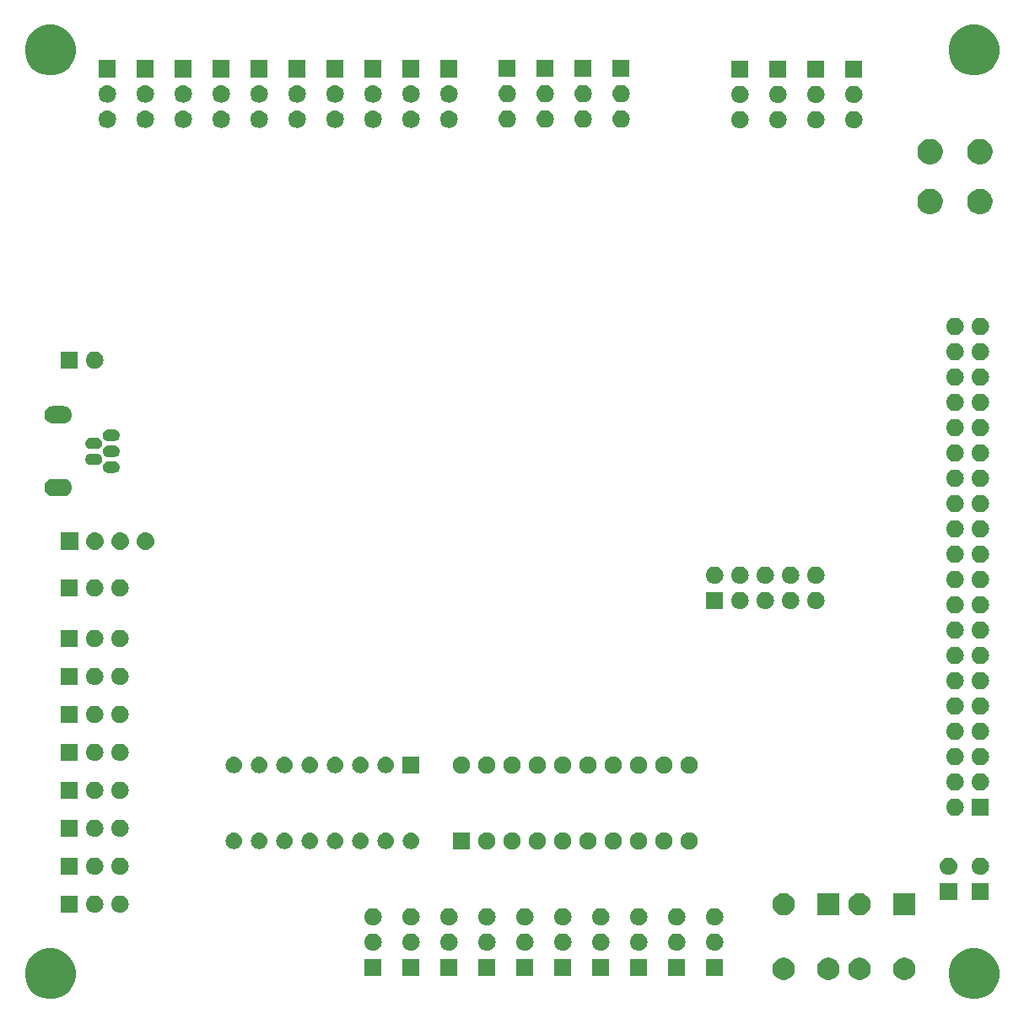
<source format=gbs>
G04 #@! TF.GenerationSoftware,KiCad,Pcbnew,5.1.4-e60b266~84~ubuntu18.04.1*
G04 #@! TF.CreationDate,2019-11-04T13:45:43-06:00*
G04 #@! TF.ProjectId,2056-LPC546xxJyyyBD208-breakout,32303536-2d4c-4504-9335-343678784a79,rev?*
G04 #@! TF.SameCoordinates,Original*
G04 #@! TF.FileFunction,Soldermask,Bot*
G04 #@! TF.FilePolarity,Negative*
%FSLAX46Y46*%
G04 Gerber Fmt 4.6, Leading zero omitted, Abs format (unit mm)*
G04 Created by KiCad (PCBNEW 5.1.4-e60b266~84~ubuntu18.04.1) date 2019-11-04 13:45:43*
%MOMM*%
%LPD*%
G04 APERTURE LIST*
%ADD10C,0.100000*%
G04 APERTURE END LIST*
D10*
G36*
X172828808Y-144232995D02*
G01*
X173292878Y-144425219D01*
X173710532Y-144704287D01*
X174065713Y-145059468D01*
X174344781Y-145477122D01*
X174537005Y-145941192D01*
X174635000Y-146433847D01*
X174635000Y-146936153D01*
X174537005Y-147428808D01*
X174344781Y-147892878D01*
X174065713Y-148310532D01*
X173710532Y-148665713D01*
X173292878Y-148944781D01*
X172828808Y-149137005D01*
X172336153Y-149235000D01*
X171833847Y-149235000D01*
X171341192Y-149137005D01*
X170877122Y-148944781D01*
X170459468Y-148665713D01*
X170104287Y-148310532D01*
X169825219Y-147892878D01*
X169632995Y-147428808D01*
X169535000Y-146936153D01*
X169535000Y-146433847D01*
X169632995Y-145941192D01*
X169825219Y-145477122D01*
X170104287Y-145059468D01*
X170459468Y-144704287D01*
X170877122Y-144425219D01*
X171341192Y-144232995D01*
X171833847Y-144135000D01*
X172336153Y-144135000D01*
X172828808Y-144232995D01*
X172828808Y-144232995D01*
G37*
G36*
X80118808Y-144232995D02*
G01*
X80582878Y-144425219D01*
X81000532Y-144704287D01*
X81355713Y-145059468D01*
X81634781Y-145477122D01*
X81827005Y-145941192D01*
X81925000Y-146433847D01*
X81925000Y-146936153D01*
X81827005Y-147428808D01*
X81634781Y-147892878D01*
X81355713Y-148310532D01*
X81000532Y-148665713D01*
X80582878Y-148944781D01*
X80118808Y-149137005D01*
X79626153Y-149235000D01*
X79123847Y-149235000D01*
X78631192Y-149137005D01*
X78167122Y-148944781D01*
X77749468Y-148665713D01*
X77394287Y-148310532D01*
X77115219Y-147892878D01*
X76922995Y-147428808D01*
X76825000Y-146936153D01*
X76825000Y-146433847D01*
X76922995Y-145941192D01*
X77115219Y-145477122D01*
X77394287Y-145059468D01*
X77749468Y-144704287D01*
X78167122Y-144425219D01*
X78631192Y-144232995D01*
X79123847Y-144135000D01*
X79626153Y-144135000D01*
X80118808Y-144232995D01*
X80118808Y-144232995D01*
G37*
G36*
X153308268Y-145117849D02*
G01*
X153513077Y-145202683D01*
X153697402Y-145325846D01*
X153854154Y-145482598D01*
X153977317Y-145666923D01*
X154062151Y-145871732D01*
X154105400Y-146089158D01*
X154105400Y-146310842D01*
X154062151Y-146528268D01*
X153977317Y-146733077D01*
X153854154Y-146917402D01*
X153697402Y-147074154D01*
X153513077Y-147197317D01*
X153308268Y-147282151D01*
X153090842Y-147325400D01*
X152869158Y-147325400D01*
X152651732Y-147282151D01*
X152446923Y-147197317D01*
X152262598Y-147074154D01*
X152105846Y-146917402D01*
X151982683Y-146733077D01*
X151897849Y-146528268D01*
X151854600Y-146310842D01*
X151854600Y-146089158D01*
X151897849Y-145871732D01*
X151982683Y-145666923D01*
X152105846Y-145482598D01*
X152262598Y-145325846D01*
X152446923Y-145202683D01*
X152651732Y-145117849D01*
X152869158Y-145074600D01*
X153090842Y-145074600D01*
X153308268Y-145117849D01*
X153308268Y-145117849D01*
G37*
G36*
X160928268Y-145117849D02*
G01*
X161133077Y-145202683D01*
X161317402Y-145325846D01*
X161474154Y-145482598D01*
X161597317Y-145666923D01*
X161682151Y-145871732D01*
X161725400Y-146089158D01*
X161725400Y-146310842D01*
X161682151Y-146528268D01*
X161597317Y-146733077D01*
X161474154Y-146917402D01*
X161317402Y-147074154D01*
X161133077Y-147197317D01*
X160928268Y-147282151D01*
X160710842Y-147325400D01*
X160489158Y-147325400D01*
X160271732Y-147282151D01*
X160066923Y-147197317D01*
X159882598Y-147074154D01*
X159725846Y-146917402D01*
X159602683Y-146733077D01*
X159517849Y-146528268D01*
X159474600Y-146310842D01*
X159474600Y-146089158D01*
X159517849Y-145871732D01*
X159602683Y-145666923D01*
X159725846Y-145482598D01*
X159882598Y-145325846D01*
X160066923Y-145202683D01*
X160271732Y-145117849D01*
X160489158Y-145074600D01*
X160710842Y-145074600D01*
X160928268Y-145117849D01*
X160928268Y-145117849D01*
G37*
G36*
X165428268Y-145117849D02*
G01*
X165633077Y-145202683D01*
X165817402Y-145325846D01*
X165974154Y-145482598D01*
X166097317Y-145666923D01*
X166182151Y-145871732D01*
X166225400Y-146089158D01*
X166225400Y-146310842D01*
X166182151Y-146528268D01*
X166097317Y-146733077D01*
X165974154Y-146917402D01*
X165817402Y-147074154D01*
X165633077Y-147197317D01*
X165428268Y-147282151D01*
X165210842Y-147325400D01*
X164989158Y-147325400D01*
X164771732Y-147282151D01*
X164566923Y-147197317D01*
X164382598Y-147074154D01*
X164225846Y-146917402D01*
X164102683Y-146733077D01*
X164017849Y-146528268D01*
X163974600Y-146310842D01*
X163974600Y-146089158D01*
X164017849Y-145871732D01*
X164102683Y-145666923D01*
X164225846Y-145482598D01*
X164382598Y-145325846D01*
X164566923Y-145202683D01*
X164771732Y-145117849D01*
X164989158Y-145074600D01*
X165210842Y-145074600D01*
X165428268Y-145117849D01*
X165428268Y-145117849D01*
G37*
G36*
X157808268Y-145117849D02*
G01*
X158013077Y-145202683D01*
X158197402Y-145325846D01*
X158354154Y-145482598D01*
X158477317Y-145666923D01*
X158562151Y-145871732D01*
X158605400Y-146089158D01*
X158605400Y-146310842D01*
X158562151Y-146528268D01*
X158477317Y-146733077D01*
X158354154Y-146917402D01*
X158197402Y-147074154D01*
X158013077Y-147197317D01*
X157808268Y-147282151D01*
X157590842Y-147325400D01*
X157369158Y-147325400D01*
X157151732Y-147282151D01*
X156946923Y-147197317D01*
X156762598Y-147074154D01*
X156605846Y-146917402D01*
X156482683Y-146733077D01*
X156397849Y-146528268D01*
X156354600Y-146310842D01*
X156354600Y-146089158D01*
X156397849Y-145871732D01*
X156482683Y-145666923D01*
X156605846Y-145482598D01*
X156762598Y-145325846D01*
X156946923Y-145202683D01*
X157151732Y-145117849D01*
X157369158Y-145074600D01*
X157590842Y-145074600D01*
X157808268Y-145117849D01*
X157808268Y-145117849D01*
G37*
G36*
X127875400Y-146925400D02*
G01*
X126124600Y-146925400D01*
X126124600Y-145174600D01*
X127875400Y-145174600D01*
X127875400Y-146925400D01*
X127875400Y-146925400D01*
G37*
G36*
X124065400Y-146925400D02*
G01*
X122314600Y-146925400D01*
X122314600Y-145174600D01*
X124065400Y-145174600D01*
X124065400Y-146925400D01*
X124065400Y-146925400D01*
G37*
G36*
X120255400Y-146925400D02*
G01*
X118504600Y-146925400D01*
X118504600Y-145174600D01*
X120255400Y-145174600D01*
X120255400Y-146925400D01*
X120255400Y-146925400D01*
G37*
G36*
X116445400Y-146925400D02*
G01*
X114694600Y-146925400D01*
X114694600Y-145174600D01*
X116445400Y-145174600D01*
X116445400Y-146925400D01*
X116445400Y-146925400D01*
G37*
G36*
X112635400Y-146925400D02*
G01*
X110884600Y-146925400D01*
X110884600Y-145174600D01*
X112635400Y-145174600D01*
X112635400Y-146925400D01*
X112635400Y-146925400D01*
G37*
G36*
X135495400Y-146925400D02*
G01*
X133744600Y-146925400D01*
X133744600Y-145174600D01*
X135495400Y-145174600D01*
X135495400Y-146925400D01*
X135495400Y-146925400D01*
G37*
G36*
X139305400Y-146925400D02*
G01*
X137554600Y-146925400D01*
X137554600Y-145174600D01*
X139305400Y-145174600D01*
X139305400Y-146925400D01*
X139305400Y-146925400D01*
G37*
G36*
X143115400Y-146925400D02*
G01*
X141364600Y-146925400D01*
X141364600Y-145174600D01*
X143115400Y-145174600D01*
X143115400Y-146925400D01*
X143115400Y-146925400D01*
G37*
G36*
X146925400Y-146925400D02*
G01*
X145174600Y-146925400D01*
X145174600Y-145174600D01*
X146925400Y-145174600D01*
X146925400Y-146925400D01*
X146925400Y-146925400D01*
G37*
G36*
X131685400Y-146925400D02*
G01*
X129934600Y-146925400D01*
X129934600Y-145174600D01*
X131685400Y-145174600D01*
X131685400Y-146925400D01*
X131685400Y-146925400D01*
G37*
G36*
X130981605Y-142647266D02*
G01*
X130981608Y-142647267D01*
X131146622Y-142697323D01*
X131298699Y-142778610D01*
X131431996Y-142888004D01*
X131541390Y-143021301D01*
X131622677Y-143173378D01*
X131622677Y-143173379D01*
X131672734Y-143338395D01*
X131689636Y-143510000D01*
X131672734Y-143681605D01*
X131672733Y-143681608D01*
X131622677Y-143846622D01*
X131541390Y-143998699D01*
X131431996Y-144131996D01*
X131298699Y-144241390D01*
X131146622Y-144322677D01*
X131019352Y-144361284D01*
X130981605Y-144372734D01*
X130853004Y-144385400D01*
X130766996Y-144385400D01*
X130638395Y-144372734D01*
X130600648Y-144361284D01*
X130473378Y-144322677D01*
X130321301Y-144241390D01*
X130188004Y-144131996D01*
X130078610Y-143998699D01*
X129997323Y-143846622D01*
X129947267Y-143681608D01*
X129947266Y-143681605D01*
X129930364Y-143510000D01*
X129947266Y-143338395D01*
X129997323Y-143173379D01*
X129997323Y-143173378D01*
X130078610Y-143021301D01*
X130188004Y-142888004D01*
X130321301Y-142778610D01*
X130473378Y-142697323D01*
X130638392Y-142647267D01*
X130638395Y-142647266D01*
X130766996Y-142634600D01*
X130853004Y-142634600D01*
X130981605Y-142647266D01*
X130981605Y-142647266D01*
G37*
G36*
X146221605Y-142647266D02*
G01*
X146221608Y-142647267D01*
X146386622Y-142697323D01*
X146538699Y-142778610D01*
X146671996Y-142888004D01*
X146781390Y-143021301D01*
X146862677Y-143173378D01*
X146862677Y-143173379D01*
X146912734Y-143338395D01*
X146929636Y-143510000D01*
X146912734Y-143681605D01*
X146912733Y-143681608D01*
X146862677Y-143846622D01*
X146781390Y-143998699D01*
X146671996Y-144131996D01*
X146538699Y-144241390D01*
X146386622Y-144322677D01*
X146259352Y-144361284D01*
X146221605Y-144372734D01*
X146093004Y-144385400D01*
X146006996Y-144385400D01*
X145878395Y-144372734D01*
X145840648Y-144361284D01*
X145713378Y-144322677D01*
X145561301Y-144241390D01*
X145428004Y-144131996D01*
X145318610Y-143998699D01*
X145237323Y-143846622D01*
X145187267Y-143681608D01*
X145187266Y-143681605D01*
X145170364Y-143510000D01*
X145187266Y-143338395D01*
X145237323Y-143173379D01*
X145237323Y-143173378D01*
X145318610Y-143021301D01*
X145428004Y-142888004D01*
X145561301Y-142778610D01*
X145713378Y-142697323D01*
X145878392Y-142647267D01*
X145878395Y-142647266D01*
X146006996Y-142634600D01*
X146093004Y-142634600D01*
X146221605Y-142647266D01*
X146221605Y-142647266D01*
G37*
G36*
X115741605Y-142647266D02*
G01*
X115741608Y-142647267D01*
X115906622Y-142697323D01*
X116058699Y-142778610D01*
X116191996Y-142888004D01*
X116301390Y-143021301D01*
X116382677Y-143173378D01*
X116382677Y-143173379D01*
X116432734Y-143338395D01*
X116449636Y-143510000D01*
X116432734Y-143681605D01*
X116432733Y-143681608D01*
X116382677Y-143846622D01*
X116301390Y-143998699D01*
X116191996Y-144131996D01*
X116058699Y-144241390D01*
X115906622Y-144322677D01*
X115779352Y-144361284D01*
X115741605Y-144372734D01*
X115613004Y-144385400D01*
X115526996Y-144385400D01*
X115398395Y-144372734D01*
X115360648Y-144361284D01*
X115233378Y-144322677D01*
X115081301Y-144241390D01*
X114948004Y-144131996D01*
X114838610Y-143998699D01*
X114757323Y-143846622D01*
X114707267Y-143681608D01*
X114707266Y-143681605D01*
X114690364Y-143510000D01*
X114707266Y-143338395D01*
X114757323Y-143173379D01*
X114757323Y-143173378D01*
X114838610Y-143021301D01*
X114948004Y-142888004D01*
X115081301Y-142778610D01*
X115233378Y-142697323D01*
X115398392Y-142647267D01*
X115398395Y-142647266D01*
X115526996Y-142634600D01*
X115613004Y-142634600D01*
X115741605Y-142647266D01*
X115741605Y-142647266D01*
G37*
G36*
X111931605Y-142647266D02*
G01*
X111931608Y-142647267D01*
X112096622Y-142697323D01*
X112248699Y-142778610D01*
X112381996Y-142888004D01*
X112491390Y-143021301D01*
X112572677Y-143173378D01*
X112572677Y-143173379D01*
X112622734Y-143338395D01*
X112639636Y-143510000D01*
X112622734Y-143681605D01*
X112622733Y-143681608D01*
X112572677Y-143846622D01*
X112491390Y-143998699D01*
X112381996Y-144131996D01*
X112248699Y-144241390D01*
X112096622Y-144322677D01*
X111969352Y-144361284D01*
X111931605Y-144372734D01*
X111803004Y-144385400D01*
X111716996Y-144385400D01*
X111588395Y-144372734D01*
X111550648Y-144361284D01*
X111423378Y-144322677D01*
X111271301Y-144241390D01*
X111138004Y-144131996D01*
X111028610Y-143998699D01*
X110947323Y-143846622D01*
X110897267Y-143681608D01*
X110897266Y-143681605D01*
X110880364Y-143510000D01*
X110897266Y-143338395D01*
X110947323Y-143173379D01*
X110947323Y-143173378D01*
X111028610Y-143021301D01*
X111138004Y-142888004D01*
X111271301Y-142778610D01*
X111423378Y-142697323D01*
X111588392Y-142647267D01*
X111588395Y-142647266D01*
X111716996Y-142634600D01*
X111803004Y-142634600D01*
X111931605Y-142647266D01*
X111931605Y-142647266D01*
G37*
G36*
X123361605Y-142647266D02*
G01*
X123361608Y-142647267D01*
X123526622Y-142697323D01*
X123678699Y-142778610D01*
X123811996Y-142888004D01*
X123921390Y-143021301D01*
X124002677Y-143173378D01*
X124002677Y-143173379D01*
X124052734Y-143338395D01*
X124069636Y-143510000D01*
X124052734Y-143681605D01*
X124052733Y-143681608D01*
X124002677Y-143846622D01*
X123921390Y-143998699D01*
X123811996Y-144131996D01*
X123678699Y-144241390D01*
X123526622Y-144322677D01*
X123399352Y-144361284D01*
X123361605Y-144372734D01*
X123233004Y-144385400D01*
X123146996Y-144385400D01*
X123018395Y-144372734D01*
X122980648Y-144361284D01*
X122853378Y-144322677D01*
X122701301Y-144241390D01*
X122568004Y-144131996D01*
X122458610Y-143998699D01*
X122377323Y-143846622D01*
X122327267Y-143681608D01*
X122327266Y-143681605D01*
X122310364Y-143510000D01*
X122327266Y-143338395D01*
X122377323Y-143173379D01*
X122377323Y-143173378D01*
X122458610Y-143021301D01*
X122568004Y-142888004D01*
X122701301Y-142778610D01*
X122853378Y-142697323D01*
X123018392Y-142647267D01*
X123018395Y-142647266D01*
X123146996Y-142634600D01*
X123233004Y-142634600D01*
X123361605Y-142647266D01*
X123361605Y-142647266D01*
G37*
G36*
X134791605Y-142647266D02*
G01*
X134791608Y-142647267D01*
X134956622Y-142697323D01*
X135108699Y-142778610D01*
X135241996Y-142888004D01*
X135351390Y-143021301D01*
X135432677Y-143173378D01*
X135432677Y-143173379D01*
X135482734Y-143338395D01*
X135499636Y-143510000D01*
X135482734Y-143681605D01*
X135482733Y-143681608D01*
X135432677Y-143846622D01*
X135351390Y-143998699D01*
X135241996Y-144131996D01*
X135108699Y-144241390D01*
X134956622Y-144322677D01*
X134829352Y-144361284D01*
X134791605Y-144372734D01*
X134663004Y-144385400D01*
X134576996Y-144385400D01*
X134448395Y-144372734D01*
X134410648Y-144361284D01*
X134283378Y-144322677D01*
X134131301Y-144241390D01*
X133998004Y-144131996D01*
X133888610Y-143998699D01*
X133807323Y-143846622D01*
X133757267Y-143681608D01*
X133757266Y-143681605D01*
X133740364Y-143510000D01*
X133757266Y-143338395D01*
X133807323Y-143173379D01*
X133807323Y-143173378D01*
X133888610Y-143021301D01*
X133998004Y-142888004D01*
X134131301Y-142778610D01*
X134283378Y-142697323D01*
X134448392Y-142647267D01*
X134448395Y-142647266D01*
X134576996Y-142634600D01*
X134663004Y-142634600D01*
X134791605Y-142647266D01*
X134791605Y-142647266D01*
G37*
G36*
X138601605Y-142647266D02*
G01*
X138601608Y-142647267D01*
X138766622Y-142697323D01*
X138918699Y-142778610D01*
X139051996Y-142888004D01*
X139161390Y-143021301D01*
X139242677Y-143173378D01*
X139242677Y-143173379D01*
X139292734Y-143338395D01*
X139309636Y-143510000D01*
X139292734Y-143681605D01*
X139292733Y-143681608D01*
X139242677Y-143846622D01*
X139161390Y-143998699D01*
X139051996Y-144131996D01*
X138918699Y-144241390D01*
X138766622Y-144322677D01*
X138639352Y-144361284D01*
X138601605Y-144372734D01*
X138473004Y-144385400D01*
X138386996Y-144385400D01*
X138258395Y-144372734D01*
X138220648Y-144361284D01*
X138093378Y-144322677D01*
X137941301Y-144241390D01*
X137808004Y-144131996D01*
X137698610Y-143998699D01*
X137617323Y-143846622D01*
X137567267Y-143681608D01*
X137567266Y-143681605D01*
X137550364Y-143510000D01*
X137567266Y-143338395D01*
X137617323Y-143173379D01*
X137617323Y-143173378D01*
X137698610Y-143021301D01*
X137808004Y-142888004D01*
X137941301Y-142778610D01*
X138093378Y-142697323D01*
X138258392Y-142647267D01*
X138258395Y-142647266D01*
X138386996Y-142634600D01*
X138473004Y-142634600D01*
X138601605Y-142647266D01*
X138601605Y-142647266D01*
G37*
G36*
X142411605Y-142647266D02*
G01*
X142411608Y-142647267D01*
X142576622Y-142697323D01*
X142728699Y-142778610D01*
X142861996Y-142888004D01*
X142971390Y-143021301D01*
X143052677Y-143173378D01*
X143052677Y-143173379D01*
X143102734Y-143338395D01*
X143119636Y-143510000D01*
X143102734Y-143681605D01*
X143102733Y-143681608D01*
X143052677Y-143846622D01*
X142971390Y-143998699D01*
X142861996Y-144131996D01*
X142728699Y-144241390D01*
X142576622Y-144322677D01*
X142449352Y-144361284D01*
X142411605Y-144372734D01*
X142283004Y-144385400D01*
X142196996Y-144385400D01*
X142068395Y-144372734D01*
X142030648Y-144361284D01*
X141903378Y-144322677D01*
X141751301Y-144241390D01*
X141618004Y-144131996D01*
X141508610Y-143998699D01*
X141427323Y-143846622D01*
X141377267Y-143681608D01*
X141377266Y-143681605D01*
X141360364Y-143510000D01*
X141377266Y-143338395D01*
X141427323Y-143173379D01*
X141427323Y-143173378D01*
X141508610Y-143021301D01*
X141618004Y-142888004D01*
X141751301Y-142778610D01*
X141903378Y-142697323D01*
X142068392Y-142647267D01*
X142068395Y-142647266D01*
X142196996Y-142634600D01*
X142283004Y-142634600D01*
X142411605Y-142647266D01*
X142411605Y-142647266D01*
G37*
G36*
X119551605Y-142647266D02*
G01*
X119551608Y-142647267D01*
X119716622Y-142697323D01*
X119868699Y-142778610D01*
X120001996Y-142888004D01*
X120111390Y-143021301D01*
X120192677Y-143173378D01*
X120192677Y-143173379D01*
X120242734Y-143338395D01*
X120259636Y-143510000D01*
X120242734Y-143681605D01*
X120242733Y-143681608D01*
X120192677Y-143846622D01*
X120111390Y-143998699D01*
X120001996Y-144131996D01*
X119868699Y-144241390D01*
X119716622Y-144322677D01*
X119589352Y-144361284D01*
X119551605Y-144372734D01*
X119423004Y-144385400D01*
X119336996Y-144385400D01*
X119208395Y-144372734D01*
X119170648Y-144361284D01*
X119043378Y-144322677D01*
X118891301Y-144241390D01*
X118758004Y-144131996D01*
X118648610Y-143998699D01*
X118567323Y-143846622D01*
X118517267Y-143681608D01*
X118517266Y-143681605D01*
X118500364Y-143510000D01*
X118517266Y-143338395D01*
X118567323Y-143173379D01*
X118567323Y-143173378D01*
X118648610Y-143021301D01*
X118758004Y-142888004D01*
X118891301Y-142778610D01*
X119043378Y-142697323D01*
X119208392Y-142647267D01*
X119208395Y-142647266D01*
X119336996Y-142634600D01*
X119423004Y-142634600D01*
X119551605Y-142647266D01*
X119551605Y-142647266D01*
G37*
G36*
X127171605Y-142647266D02*
G01*
X127171608Y-142647267D01*
X127336622Y-142697323D01*
X127488699Y-142778610D01*
X127621996Y-142888004D01*
X127731390Y-143021301D01*
X127812677Y-143173378D01*
X127812677Y-143173379D01*
X127862734Y-143338395D01*
X127879636Y-143510000D01*
X127862734Y-143681605D01*
X127862733Y-143681608D01*
X127812677Y-143846622D01*
X127731390Y-143998699D01*
X127621996Y-144131996D01*
X127488699Y-144241390D01*
X127336622Y-144322677D01*
X127209352Y-144361284D01*
X127171605Y-144372734D01*
X127043004Y-144385400D01*
X126956996Y-144385400D01*
X126828395Y-144372734D01*
X126790648Y-144361284D01*
X126663378Y-144322677D01*
X126511301Y-144241390D01*
X126378004Y-144131996D01*
X126268610Y-143998699D01*
X126187323Y-143846622D01*
X126137267Y-143681608D01*
X126137266Y-143681605D01*
X126120364Y-143510000D01*
X126137266Y-143338395D01*
X126187323Y-143173379D01*
X126187323Y-143173378D01*
X126268610Y-143021301D01*
X126378004Y-142888004D01*
X126511301Y-142778610D01*
X126663378Y-142697323D01*
X126828392Y-142647267D01*
X126828395Y-142647266D01*
X126956996Y-142634600D01*
X127043004Y-142634600D01*
X127171605Y-142647266D01*
X127171605Y-142647266D01*
G37*
G36*
X142411605Y-140107266D02*
G01*
X142411608Y-140107267D01*
X142576622Y-140157323D01*
X142728699Y-140238610D01*
X142861996Y-140348004D01*
X142971390Y-140481301D01*
X143052677Y-140633378D01*
X143091284Y-140760648D01*
X143102734Y-140798395D01*
X143119636Y-140970000D01*
X143102734Y-141141605D01*
X143102733Y-141141608D01*
X143052677Y-141306622D01*
X142971390Y-141458699D01*
X142861996Y-141591996D01*
X142728699Y-141701390D01*
X142576622Y-141782677D01*
X142449352Y-141821284D01*
X142411605Y-141832734D01*
X142283004Y-141845400D01*
X142196996Y-141845400D01*
X142068395Y-141832734D01*
X142030648Y-141821284D01*
X141903378Y-141782677D01*
X141751301Y-141701390D01*
X141618004Y-141591996D01*
X141508610Y-141458699D01*
X141427323Y-141306622D01*
X141377267Y-141141608D01*
X141377266Y-141141605D01*
X141360364Y-140970000D01*
X141377266Y-140798395D01*
X141388716Y-140760648D01*
X141427323Y-140633378D01*
X141508610Y-140481301D01*
X141618004Y-140348004D01*
X141751301Y-140238610D01*
X141903378Y-140157323D01*
X142068392Y-140107267D01*
X142068395Y-140107266D01*
X142196996Y-140094600D01*
X142283004Y-140094600D01*
X142411605Y-140107266D01*
X142411605Y-140107266D01*
G37*
G36*
X134791605Y-140107266D02*
G01*
X134791608Y-140107267D01*
X134956622Y-140157323D01*
X135108699Y-140238610D01*
X135241996Y-140348004D01*
X135351390Y-140481301D01*
X135432677Y-140633378D01*
X135471284Y-140760648D01*
X135482734Y-140798395D01*
X135499636Y-140970000D01*
X135482734Y-141141605D01*
X135482733Y-141141608D01*
X135432677Y-141306622D01*
X135351390Y-141458699D01*
X135241996Y-141591996D01*
X135108699Y-141701390D01*
X134956622Y-141782677D01*
X134829352Y-141821284D01*
X134791605Y-141832734D01*
X134663004Y-141845400D01*
X134576996Y-141845400D01*
X134448395Y-141832734D01*
X134410648Y-141821284D01*
X134283378Y-141782677D01*
X134131301Y-141701390D01*
X133998004Y-141591996D01*
X133888610Y-141458699D01*
X133807323Y-141306622D01*
X133757267Y-141141608D01*
X133757266Y-141141605D01*
X133740364Y-140970000D01*
X133757266Y-140798395D01*
X133768716Y-140760648D01*
X133807323Y-140633378D01*
X133888610Y-140481301D01*
X133998004Y-140348004D01*
X134131301Y-140238610D01*
X134283378Y-140157323D01*
X134448392Y-140107267D01*
X134448395Y-140107266D01*
X134576996Y-140094600D01*
X134663004Y-140094600D01*
X134791605Y-140107266D01*
X134791605Y-140107266D01*
G37*
G36*
X130981605Y-140107266D02*
G01*
X130981608Y-140107267D01*
X131146622Y-140157323D01*
X131298699Y-140238610D01*
X131431996Y-140348004D01*
X131541390Y-140481301D01*
X131622677Y-140633378D01*
X131661284Y-140760648D01*
X131672734Y-140798395D01*
X131689636Y-140970000D01*
X131672734Y-141141605D01*
X131672733Y-141141608D01*
X131622677Y-141306622D01*
X131541390Y-141458699D01*
X131431996Y-141591996D01*
X131298699Y-141701390D01*
X131146622Y-141782677D01*
X131019352Y-141821284D01*
X130981605Y-141832734D01*
X130853004Y-141845400D01*
X130766996Y-141845400D01*
X130638395Y-141832734D01*
X130600648Y-141821284D01*
X130473378Y-141782677D01*
X130321301Y-141701390D01*
X130188004Y-141591996D01*
X130078610Y-141458699D01*
X129997323Y-141306622D01*
X129947267Y-141141608D01*
X129947266Y-141141605D01*
X129930364Y-140970000D01*
X129947266Y-140798395D01*
X129958716Y-140760648D01*
X129997323Y-140633378D01*
X130078610Y-140481301D01*
X130188004Y-140348004D01*
X130321301Y-140238610D01*
X130473378Y-140157323D01*
X130638392Y-140107267D01*
X130638395Y-140107266D01*
X130766996Y-140094600D01*
X130853004Y-140094600D01*
X130981605Y-140107266D01*
X130981605Y-140107266D01*
G37*
G36*
X127171605Y-140107266D02*
G01*
X127171608Y-140107267D01*
X127336622Y-140157323D01*
X127488699Y-140238610D01*
X127621996Y-140348004D01*
X127731390Y-140481301D01*
X127812677Y-140633378D01*
X127851284Y-140760648D01*
X127862734Y-140798395D01*
X127879636Y-140970000D01*
X127862734Y-141141605D01*
X127862733Y-141141608D01*
X127812677Y-141306622D01*
X127731390Y-141458699D01*
X127621996Y-141591996D01*
X127488699Y-141701390D01*
X127336622Y-141782677D01*
X127209352Y-141821284D01*
X127171605Y-141832734D01*
X127043004Y-141845400D01*
X126956996Y-141845400D01*
X126828395Y-141832734D01*
X126790648Y-141821284D01*
X126663378Y-141782677D01*
X126511301Y-141701390D01*
X126378004Y-141591996D01*
X126268610Y-141458699D01*
X126187323Y-141306622D01*
X126137267Y-141141608D01*
X126137266Y-141141605D01*
X126120364Y-140970000D01*
X126137266Y-140798395D01*
X126148716Y-140760648D01*
X126187323Y-140633378D01*
X126268610Y-140481301D01*
X126378004Y-140348004D01*
X126511301Y-140238610D01*
X126663378Y-140157323D01*
X126828392Y-140107267D01*
X126828395Y-140107266D01*
X126956996Y-140094600D01*
X127043004Y-140094600D01*
X127171605Y-140107266D01*
X127171605Y-140107266D01*
G37*
G36*
X115741605Y-140107266D02*
G01*
X115741608Y-140107267D01*
X115906622Y-140157323D01*
X116058699Y-140238610D01*
X116191996Y-140348004D01*
X116301390Y-140481301D01*
X116382677Y-140633378D01*
X116421284Y-140760648D01*
X116432734Y-140798395D01*
X116449636Y-140970000D01*
X116432734Y-141141605D01*
X116432733Y-141141608D01*
X116382677Y-141306622D01*
X116301390Y-141458699D01*
X116191996Y-141591996D01*
X116058699Y-141701390D01*
X115906622Y-141782677D01*
X115779352Y-141821284D01*
X115741605Y-141832734D01*
X115613004Y-141845400D01*
X115526996Y-141845400D01*
X115398395Y-141832734D01*
X115360648Y-141821284D01*
X115233378Y-141782677D01*
X115081301Y-141701390D01*
X114948004Y-141591996D01*
X114838610Y-141458699D01*
X114757323Y-141306622D01*
X114707267Y-141141608D01*
X114707266Y-141141605D01*
X114690364Y-140970000D01*
X114707266Y-140798395D01*
X114718716Y-140760648D01*
X114757323Y-140633378D01*
X114838610Y-140481301D01*
X114948004Y-140348004D01*
X115081301Y-140238610D01*
X115233378Y-140157323D01*
X115398392Y-140107267D01*
X115398395Y-140107266D01*
X115526996Y-140094600D01*
X115613004Y-140094600D01*
X115741605Y-140107266D01*
X115741605Y-140107266D01*
G37*
G36*
X119551605Y-140107266D02*
G01*
X119551608Y-140107267D01*
X119716622Y-140157323D01*
X119868699Y-140238610D01*
X120001996Y-140348004D01*
X120111390Y-140481301D01*
X120192677Y-140633378D01*
X120231284Y-140760648D01*
X120242734Y-140798395D01*
X120259636Y-140970000D01*
X120242734Y-141141605D01*
X120242733Y-141141608D01*
X120192677Y-141306622D01*
X120111390Y-141458699D01*
X120001996Y-141591996D01*
X119868699Y-141701390D01*
X119716622Y-141782677D01*
X119589352Y-141821284D01*
X119551605Y-141832734D01*
X119423004Y-141845400D01*
X119336996Y-141845400D01*
X119208395Y-141832734D01*
X119170648Y-141821284D01*
X119043378Y-141782677D01*
X118891301Y-141701390D01*
X118758004Y-141591996D01*
X118648610Y-141458699D01*
X118567323Y-141306622D01*
X118517267Y-141141608D01*
X118517266Y-141141605D01*
X118500364Y-140970000D01*
X118517266Y-140798395D01*
X118528716Y-140760648D01*
X118567323Y-140633378D01*
X118648610Y-140481301D01*
X118758004Y-140348004D01*
X118891301Y-140238610D01*
X119043378Y-140157323D01*
X119208392Y-140107267D01*
X119208395Y-140107266D01*
X119336996Y-140094600D01*
X119423004Y-140094600D01*
X119551605Y-140107266D01*
X119551605Y-140107266D01*
G37*
G36*
X146221605Y-140107266D02*
G01*
X146221608Y-140107267D01*
X146386622Y-140157323D01*
X146538699Y-140238610D01*
X146671996Y-140348004D01*
X146781390Y-140481301D01*
X146862677Y-140633378D01*
X146901284Y-140760648D01*
X146912734Y-140798395D01*
X146929636Y-140970000D01*
X146912734Y-141141605D01*
X146912733Y-141141608D01*
X146862677Y-141306622D01*
X146781390Y-141458699D01*
X146671996Y-141591996D01*
X146538699Y-141701390D01*
X146386622Y-141782677D01*
X146259352Y-141821284D01*
X146221605Y-141832734D01*
X146093004Y-141845400D01*
X146006996Y-141845400D01*
X145878395Y-141832734D01*
X145840648Y-141821284D01*
X145713378Y-141782677D01*
X145561301Y-141701390D01*
X145428004Y-141591996D01*
X145318610Y-141458699D01*
X145237323Y-141306622D01*
X145187267Y-141141608D01*
X145187266Y-141141605D01*
X145170364Y-140970000D01*
X145187266Y-140798395D01*
X145198716Y-140760648D01*
X145237323Y-140633378D01*
X145318610Y-140481301D01*
X145428004Y-140348004D01*
X145561301Y-140238610D01*
X145713378Y-140157323D01*
X145878392Y-140107267D01*
X145878395Y-140107266D01*
X146006996Y-140094600D01*
X146093004Y-140094600D01*
X146221605Y-140107266D01*
X146221605Y-140107266D01*
G37*
G36*
X123361605Y-140107266D02*
G01*
X123361608Y-140107267D01*
X123526622Y-140157323D01*
X123678699Y-140238610D01*
X123811996Y-140348004D01*
X123921390Y-140481301D01*
X124002677Y-140633378D01*
X124041284Y-140760648D01*
X124052734Y-140798395D01*
X124069636Y-140970000D01*
X124052734Y-141141605D01*
X124052733Y-141141608D01*
X124002677Y-141306622D01*
X123921390Y-141458699D01*
X123811996Y-141591996D01*
X123678699Y-141701390D01*
X123526622Y-141782677D01*
X123399352Y-141821284D01*
X123361605Y-141832734D01*
X123233004Y-141845400D01*
X123146996Y-141845400D01*
X123018395Y-141832734D01*
X122980648Y-141821284D01*
X122853378Y-141782677D01*
X122701301Y-141701390D01*
X122568004Y-141591996D01*
X122458610Y-141458699D01*
X122377323Y-141306622D01*
X122327267Y-141141608D01*
X122327266Y-141141605D01*
X122310364Y-140970000D01*
X122327266Y-140798395D01*
X122338716Y-140760648D01*
X122377323Y-140633378D01*
X122458610Y-140481301D01*
X122568004Y-140348004D01*
X122701301Y-140238610D01*
X122853378Y-140157323D01*
X123018392Y-140107267D01*
X123018395Y-140107266D01*
X123146996Y-140094600D01*
X123233004Y-140094600D01*
X123361605Y-140107266D01*
X123361605Y-140107266D01*
G37*
G36*
X138601605Y-140107266D02*
G01*
X138601608Y-140107267D01*
X138766622Y-140157323D01*
X138918699Y-140238610D01*
X139051996Y-140348004D01*
X139161390Y-140481301D01*
X139242677Y-140633378D01*
X139281284Y-140760648D01*
X139292734Y-140798395D01*
X139309636Y-140970000D01*
X139292734Y-141141605D01*
X139292733Y-141141608D01*
X139242677Y-141306622D01*
X139161390Y-141458699D01*
X139051996Y-141591996D01*
X138918699Y-141701390D01*
X138766622Y-141782677D01*
X138639352Y-141821284D01*
X138601605Y-141832734D01*
X138473004Y-141845400D01*
X138386996Y-141845400D01*
X138258395Y-141832734D01*
X138220648Y-141821284D01*
X138093378Y-141782677D01*
X137941301Y-141701390D01*
X137808004Y-141591996D01*
X137698610Y-141458699D01*
X137617323Y-141306622D01*
X137567267Y-141141608D01*
X137567266Y-141141605D01*
X137550364Y-140970000D01*
X137567266Y-140798395D01*
X137578716Y-140760648D01*
X137617323Y-140633378D01*
X137698610Y-140481301D01*
X137808004Y-140348004D01*
X137941301Y-140238610D01*
X138093378Y-140157323D01*
X138258392Y-140107267D01*
X138258395Y-140107266D01*
X138386996Y-140094600D01*
X138473004Y-140094600D01*
X138601605Y-140107266D01*
X138601605Y-140107266D01*
G37*
G36*
X111931605Y-140107266D02*
G01*
X111931608Y-140107267D01*
X112096622Y-140157323D01*
X112248699Y-140238610D01*
X112381996Y-140348004D01*
X112491390Y-140481301D01*
X112572677Y-140633378D01*
X112611284Y-140760648D01*
X112622734Y-140798395D01*
X112639636Y-140970000D01*
X112622734Y-141141605D01*
X112622733Y-141141608D01*
X112572677Y-141306622D01*
X112491390Y-141458699D01*
X112381996Y-141591996D01*
X112248699Y-141701390D01*
X112096622Y-141782677D01*
X111969352Y-141821284D01*
X111931605Y-141832734D01*
X111803004Y-141845400D01*
X111716996Y-141845400D01*
X111588395Y-141832734D01*
X111550648Y-141821284D01*
X111423378Y-141782677D01*
X111271301Y-141701390D01*
X111138004Y-141591996D01*
X111028610Y-141458699D01*
X110947323Y-141306622D01*
X110897267Y-141141608D01*
X110897266Y-141141605D01*
X110880364Y-140970000D01*
X110897266Y-140798395D01*
X110908716Y-140760648D01*
X110947323Y-140633378D01*
X111028610Y-140481301D01*
X111138004Y-140348004D01*
X111271301Y-140238610D01*
X111423378Y-140157323D01*
X111588392Y-140107267D01*
X111588395Y-140107266D01*
X111716996Y-140094600D01*
X111803004Y-140094600D01*
X111931605Y-140107266D01*
X111931605Y-140107266D01*
G37*
G36*
X166225400Y-140825400D02*
G01*
X163974600Y-140825400D01*
X163974600Y-138574600D01*
X166225400Y-138574600D01*
X166225400Y-140825400D01*
X166225400Y-140825400D01*
G37*
G36*
X160928268Y-138617849D02*
G01*
X161133077Y-138702683D01*
X161317402Y-138825846D01*
X161474154Y-138982598D01*
X161597317Y-139166923D01*
X161682151Y-139371732D01*
X161725400Y-139589158D01*
X161725400Y-139810842D01*
X161682151Y-140028268D01*
X161597317Y-140233077D01*
X161474154Y-140417402D01*
X161317402Y-140574154D01*
X161133077Y-140697317D01*
X160928268Y-140782151D01*
X160710842Y-140825400D01*
X160489158Y-140825400D01*
X160271732Y-140782151D01*
X160066923Y-140697317D01*
X159882598Y-140574154D01*
X159725846Y-140417402D01*
X159602683Y-140233077D01*
X159517849Y-140028268D01*
X159474600Y-139810842D01*
X159474600Y-139589158D01*
X159517849Y-139371732D01*
X159602683Y-139166923D01*
X159725846Y-138982598D01*
X159882598Y-138825846D01*
X160066923Y-138702683D01*
X160271732Y-138617849D01*
X160489158Y-138574600D01*
X160710842Y-138574600D01*
X160928268Y-138617849D01*
X160928268Y-138617849D01*
G37*
G36*
X158605400Y-140825400D02*
G01*
X156354600Y-140825400D01*
X156354600Y-138574600D01*
X158605400Y-138574600D01*
X158605400Y-140825400D01*
X158605400Y-140825400D01*
G37*
G36*
X153308268Y-138617849D02*
G01*
X153513077Y-138702683D01*
X153697402Y-138825846D01*
X153854154Y-138982598D01*
X153977317Y-139166923D01*
X154062151Y-139371732D01*
X154105400Y-139589158D01*
X154105400Y-139810842D01*
X154062151Y-140028268D01*
X153977317Y-140233077D01*
X153854154Y-140417402D01*
X153697402Y-140574154D01*
X153513077Y-140697317D01*
X153308268Y-140782151D01*
X153090842Y-140825400D01*
X152869158Y-140825400D01*
X152651732Y-140782151D01*
X152446923Y-140697317D01*
X152262598Y-140574154D01*
X152105846Y-140417402D01*
X151982683Y-140233077D01*
X151897849Y-140028268D01*
X151854600Y-139810842D01*
X151854600Y-139589158D01*
X151897849Y-139371732D01*
X151982683Y-139166923D01*
X152105846Y-138982598D01*
X152262598Y-138825846D01*
X152446923Y-138702683D01*
X152651732Y-138617849D01*
X152869158Y-138574600D01*
X153090842Y-138574600D01*
X153308268Y-138617849D01*
X153308268Y-138617849D01*
G37*
G36*
X83991605Y-138837266D02*
G01*
X83991608Y-138837267D01*
X84156622Y-138887323D01*
X84308699Y-138968610D01*
X84441996Y-139078004D01*
X84551390Y-139211301D01*
X84632677Y-139363378D01*
X84632677Y-139363379D01*
X84682734Y-139528395D01*
X84699636Y-139700000D01*
X84682734Y-139871605D01*
X84682733Y-139871608D01*
X84632677Y-140036622D01*
X84551390Y-140188699D01*
X84441996Y-140321996D01*
X84308699Y-140431390D01*
X84156622Y-140512677D01*
X84029352Y-140551284D01*
X83991605Y-140562734D01*
X83863004Y-140575400D01*
X83776996Y-140575400D01*
X83648395Y-140562734D01*
X83610648Y-140551284D01*
X83483378Y-140512677D01*
X83331301Y-140431390D01*
X83198004Y-140321996D01*
X83088610Y-140188699D01*
X83007323Y-140036622D01*
X82957267Y-139871608D01*
X82957266Y-139871605D01*
X82940364Y-139700000D01*
X82957266Y-139528395D01*
X83007323Y-139363379D01*
X83007323Y-139363378D01*
X83088610Y-139211301D01*
X83198004Y-139078004D01*
X83331301Y-138968610D01*
X83483378Y-138887323D01*
X83648392Y-138837267D01*
X83648395Y-138837266D01*
X83776996Y-138824600D01*
X83863004Y-138824600D01*
X83991605Y-138837266D01*
X83991605Y-138837266D01*
G37*
G36*
X86531605Y-138837266D02*
G01*
X86531608Y-138837267D01*
X86696622Y-138887323D01*
X86848699Y-138968610D01*
X86981996Y-139078004D01*
X87091390Y-139211301D01*
X87172677Y-139363378D01*
X87172677Y-139363379D01*
X87222734Y-139528395D01*
X87239636Y-139700000D01*
X87222734Y-139871605D01*
X87222733Y-139871608D01*
X87172677Y-140036622D01*
X87091390Y-140188699D01*
X86981996Y-140321996D01*
X86848699Y-140431390D01*
X86696622Y-140512677D01*
X86569352Y-140551284D01*
X86531605Y-140562734D01*
X86403004Y-140575400D01*
X86316996Y-140575400D01*
X86188395Y-140562734D01*
X86150648Y-140551284D01*
X86023378Y-140512677D01*
X85871301Y-140431390D01*
X85738004Y-140321996D01*
X85628610Y-140188699D01*
X85547323Y-140036622D01*
X85497267Y-139871608D01*
X85497266Y-139871605D01*
X85480364Y-139700000D01*
X85497266Y-139528395D01*
X85547323Y-139363379D01*
X85547323Y-139363378D01*
X85628610Y-139211301D01*
X85738004Y-139078004D01*
X85871301Y-138968610D01*
X86023378Y-138887323D01*
X86188392Y-138837267D01*
X86188395Y-138837266D01*
X86316996Y-138824600D01*
X86403004Y-138824600D01*
X86531605Y-138837266D01*
X86531605Y-138837266D01*
G37*
G36*
X82155400Y-140575400D02*
G01*
X80404600Y-140575400D01*
X80404600Y-138824600D01*
X82155400Y-138824600D01*
X82155400Y-140575400D01*
X82155400Y-140575400D01*
G37*
G36*
X173595400Y-139305400D02*
G01*
X171844600Y-139305400D01*
X171844600Y-137554600D01*
X173595400Y-137554600D01*
X173595400Y-139305400D01*
X173595400Y-139305400D01*
G37*
G36*
X170420400Y-139305400D02*
G01*
X168669600Y-139305400D01*
X168669600Y-137554600D01*
X170420400Y-137554600D01*
X170420400Y-139305400D01*
X170420400Y-139305400D01*
G37*
G36*
X82155400Y-136765400D02*
G01*
X80404600Y-136765400D01*
X80404600Y-135014600D01*
X82155400Y-135014600D01*
X82155400Y-136765400D01*
X82155400Y-136765400D01*
G37*
G36*
X83991605Y-135027266D02*
G01*
X83991608Y-135027267D01*
X84156622Y-135077323D01*
X84308699Y-135158610D01*
X84441996Y-135268004D01*
X84551390Y-135401301D01*
X84632677Y-135553378D01*
X84632677Y-135553379D01*
X84682734Y-135718395D01*
X84699636Y-135890000D01*
X84682734Y-136061605D01*
X84682733Y-136061608D01*
X84632677Y-136226622D01*
X84551390Y-136378699D01*
X84441996Y-136511996D01*
X84308699Y-136621390D01*
X84156622Y-136702677D01*
X84029352Y-136741284D01*
X83991605Y-136752734D01*
X83863004Y-136765400D01*
X83776996Y-136765400D01*
X83648395Y-136752734D01*
X83610648Y-136741284D01*
X83483378Y-136702677D01*
X83331301Y-136621390D01*
X83198004Y-136511996D01*
X83088610Y-136378699D01*
X83007323Y-136226622D01*
X82957267Y-136061608D01*
X82957266Y-136061605D01*
X82940364Y-135890000D01*
X82957266Y-135718395D01*
X83007323Y-135553379D01*
X83007323Y-135553378D01*
X83088610Y-135401301D01*
X83198004Y-135268004D01*
X83331301Y-135158610D01*
X83483378Y-135077323D01*
X83648392Y-135027267D01*
X83648395Y-135027266D01*
X83776996Y-135014600D01*
X83863004Y-135014600D01*
X83991605Y-135027266D01*
X83991605Y-135027266D01*
G37*
G36*
X86531605Y-135027266D02*
G01*
X86531608Y-135027267D01*
X86696622Y-135077323D01*
X86848699Y-135158610D01*
X86981996Y-135268004D01*
X87091390Y-135401301D01*
X87172677Y-135553378D01*
X87172677Y-135553379D01*
X87222734Y-135718395D01*
X87239636Y-135890000D01*
X87222734Y-136061605D01*
X87222733Y-136061608D01*
X87172677Y-136226622D01*
X87091390Y-136378699D01*
X86981996Y-136511996D01*
X86848699Y-136621390D01*
X86696622Y-136702677D01*
X86569352Y-136741284D01*
X86531605Y-136752734D01*
X86403004Y-136765400D01*
X86316996Y-136765400D01*
X86188395Y-136752734D01*
X86150648Y-136741284D01*
X86023378Y-136702677D01*
X85871301Y-136621390D01*
X85738004Y-136511996D01*
X85628610Y-136378699D01*
X85547323Y-136226622D01*
X85497267Y-136061608D01*
X85497266Y-136061605D01*
X85480364Y-135890000D01*
X85497266Y-135718395D01*
X85547323Y-135553379D01*
X85547323Y-135553378D01*
X85628610Y-135401301D01*
X85738004Y-135268004D01*
X85871301Y-135158610D01*
X86023378Y-135077323D01*
X86188392Y-135027267D01*
X86188395Y-135027266D01*
X86316996Y-135014600D01*
X86403004Y-135014600D01*
X86531605Y-135027266D01*
X86531605Y-135027266D01*
G37*
G36*
X172891605Y-135027266D02*
G01*
X172891608Y-135027267D01*
X173056622Y-135077323D01*
X173208699Y-135158610D01*
X173341996Y-135268004D01*
X173451390Y-135401301D01*
X173532677Y-135553378D01*
X173532677Y-135553379D01*
X173582734Y-135718395D01*
X173599636Y-135890000D01*
X173582734Y-136061605D01*
X173582733Y-136061608D01*
X173532677Y-136226622D01*
X173451390Y-136378699D01*
X173341996Y-136511996D01*
X173208699Y-136621390D01*
X173056622Y-136702677D01*
X172929352Y-136741284D01*
X172891605Y-136752734D01*
X172763004Y-136765400D01*
X172676996Y-136765400D01*
X172548395Y-136752734D01*
X172510648Y-136741284D01*
X172383378Y-136702677D01*
X172231301Y-136621390D01*
X172098004Y-136511996D01*
X171988610Y-136378699D01*
X171907323Y-136226622D01*
X171857267Y-136061608D01*
X171857266Y-136061605D01*
X171840364Y-135890000D01*
X171857266Y-135718395D01*
X171907323Y-135553379D01*
X171907323Y-135553378D01*
X171988610Y-135401301D01*
X172098004Y-135268004D01*
X172231301Y-135158610D01*
X172383378Y-135077323D01*
X172548392Y-135027267D01*
X172548395Y-135027266D01*
X172676996Y-135014600D01*
X172763004Y-135014600D01*
X172891605Y-135027266D01*
X172891605Y-135027266D01*
G37*
G36*
X169716605Y-135027266D02*
G01*
X169716608Y-135027267D01*
X169881622Y-135077323D01*
X170033699Y-135158610D01*
X170166996Y-135268004D01*
X170276390Y-135401301D01*
X170357677Y-135553378D01*
X170357677Y-135553379D01*
X170407734Y-135718395D01*
X170424636Y-135890000D01*
X170407734Y-136061605D01*
X170407733Y-136061608D01*
X170357677Y-136226622D01*
X170276390Y-136378699D01*
X170166996Y-136511996D01*
X170033699Y-136621390D01*
X169881622Y-136702677D01*
X169754352Y-136741284D01*
X169716605Y-136752734D01*
X169588004Y-136765400D01*
X169501996Y-136765400D01*
X169373395Y-136752734D01*
X169335648Y-136741284D01*
X169208378Y-136702677D01*
X169056301Y-136621390D01*
X168923004Y-136511996D01*
X168813610Y-136378699D01*
X168732323Y-136226622D01*
X168682267Y-136061608D01*
X168682266Y-136061605D01*
X168665364Y-135890000D01*
X168682266Y-135718395D01*
X168732323Y-135553379D01*
X168732323Y-135553378D01*
X168813610Y-135401301D01*
X168923004Y-135268004D01*
X169056301Y-135158610D01*
X169208378Y-135077323D01*
X169373392Y-135027267D01*
X169373395Y-135027266D01*
X169501996Y-135014600D01*
X169588004Y-135014600D01*
X169716605Y-135027266D01*
X169716605Y-135027266D01*
G37*
G36*
X141225345Y-132508241D02*
G01*
X141384658Y-132574230D01*
X141528035Y-132670032D01*
X141649968Y-132791965D01*
X141745770Y-132935342D01*
X141811759Y-133094655D01*
X141845400Y-133263781D01*
X141845400Y-133436219D01*
X141811759Y-133605345D01*
X141745770Y-133764658D01*
X141649968Y-133908035D01*
X141528035Y-134029968D01*
X141384658Y-134125770D01*
X141225345Y-134191759D01*
X141056219Y-134225400D01*
X140883781Y-134225400D01*
X140714655Y-134191759D01*
X140555342Y-134125770D01*
X140411965Y-134029968D01*
X140290032Y-133908035D01*
X140194230Y-133764658D01*
X140128241Y-133605345D01*
X140094600Y-133436219D01*
X140094600Y-133263781D01*
X140128241Y-133094655D01*
X140194230Y-132935342D01*
X140290032Y-132791965D01*
X140411965Y-132670032D01*
X140555342Y-132574230D01*
X140714655Y-132508241D01*
X140883781Y-132474600D01*
X141056219Y-132474600D01*
X141225345Y-132508241D01*
X141225345Y-132508241D01*
G37*
G36*
X143765345Y-132508241D02*
G01*
X143924658Y-132574230D01*
X144068035Y-132670032D01*
X144189968Y-132791965D01*
X144285770Y-132935342D01*
X144351759Y-133094655D01*
X144385400Y-133263781D01*
X144385400Y-133436219D01*
X144351759Y-133605345D01*
X144285770Y-133764658D01*
X144189968Y-133908035D01*
X144068035Y-134029968D01*
X143924658Y-134125770D01*
X143765345Y-134191759D01*
X143596219Y-134225400D01*
X143423781Y-134225400D01*
X143254655Y-134191759D01*
X143095342Y-134125770D01*
X142951965Y-134029968D01*
X142830032Y-133908035D01*
X142734230Y-133764658D01*
X142668241Y-133605345D01*
X142634600Y-133436219D01*
X142634600Y-133263781D01*
X142668241Y-133094655D01*
X142734230Y-132935342D01*
X142830032Y-132791965D01*
X142951965Y-132670032D01*
X143095342Y-132574230D01*
X143254655Y-132508241D01*
X143423781Y-132474600D01*
X143596219Y-132474600D01*
X143765345Y-132508241D01*
X143765345Y-132508241D01*
G37*
G36*
X138685345Y-132508241D02*
G01*
X138844658Y-132574230D01*
X138988035Y-132670032D01*
X139109968Y-132791965D01*
X139205770Y-132935342D01*
X139271759Y-133094655D01*
X139305400Y-133263781D01*
X139305400Y-133436219D01*
X139271759Y-133605345D01*
X139205770Y-133764658D01*
X139109968Y-133908035D01*
X138988035Y-134029968D01*
X138844658Y-134125770D01*
X138685345Y-134191759D01*
X138516219Y-134225400D01*
X138343781Y-134225400D01*
X138174655Y-134191759D01*
X138015342Y-134125770D01*
X137871965Y-134029968D01*
X137750032Y-133908035D01*
X137654230Y-133764658D01*
X137588241Y-133605345D01*
X137554600Y-133436219D01*
X137554600Y-133263781D01*
X137588241Y-133094655D01*
X137654230Y-132935342D01*
X137750032Y-132791965D01*
X137871965Y-132670032D01*
X138015342Y-132574230D01*
X138174655Y-132508241D01*
X138343781Y-132474600D01*
X138516219Y-132474600D01*
X138685345Y-132508241D01*
X138685345Y-132508241D01*
G37*
G36*
X133605345Y-132508241D02*
G01*
X133764658Y-132574230D01*
X133908035Y-132670032D01*
X134029968Y-132791965D01*
X134125770Y-132935342D01*
X134191759Y-133094655D01*
X134225400Y-133263781D01*
X134225400Y-133436219D01*
X134191759Y-133605345D01*
X134125770Y-133764658D01*
X134029968Y-133908035D01*
X133908035Y-134029968D01*
X133764658Y-134125770D01*
X133605345Y-134191759D01*
X133436219Y-134225400D01*
X133263781Y-134225400D01*
X133094655Y-134191759D01*
X132935342Y-134125770D01*
X132791965Y-134029968D01*
X132670032Y-133908035D01*
X132574230Y-133764658D01*
X132508241Y-133605345D01*
X132474600Y-133436219D01*
X132474600Y-133263781D01*
X132508241Y-133094655D01*
X132574230Y-132935342D01*
X132670032Y-132791965D01*
X132791965Y-132670032D01*
X132935342Y-132574230D01*
X133094655Y-132508241D01*
X133263781Y-132474600D01*
X133436219Y-132474600D01*
X133605345Y-132508241D01*
X133605345Y-132508241D01*
G37*
G36*
X136145345Y-132508241D02*
G01*
X136304658Y-132574230D01*
X136448035Y-132670032D01*
X136569968Y-132791965D01*
X136665770Y-132935342D01*
X136731759Y-133094655D01*
X136765400Y-133263781D01*
X136765400Y-133436219D01*
X136731759Y-133605345D01*
X136665770Y-133764658D01*
X136569968Y-133908035D01*
X136448035Y-134029968D01*
X136304658Y-134125770D01*
X136145345Y-134191759D01*
X135976219Y-134225400D01*
X135803781Y-134225400D01*
X135634655Y-134191759D01*
X135475342Y-134125770D01*
X135331965Y-134029968D01*
X135210032Y-133908035D01*
X135114230Y-133764658D01*
X135048241Y-133605345D01*
X135014600Y-133436219D01*
X135014600Y-133263781D01*
X135048241Y-133094655D01*
X135114230Y-132935342D01*
X135210032Y-132791965D01*
X135331965Y-132670032D01*
X135475342Y-132574230D01*
X135634655Y-132508241D01*
X135803781Y-132474600D01*
X135976219Y-132474600D01*
X136145345Y-132508241D01*
X136145345Y-132508241D01*
G37*
G36*
X123445345Y-132508241D02*
G01*
X123604658Y-132574230D01*
X123748035Y-132670032D01*
X123869968Y-132791965D01*
X123965770Y-132935342D01*
X124031759Y-133094655D01*
X124065400Y-133263781D01*
X124065400Y-133436219D01*
X124031759Y-133605345D01*
X123965770Y-133764658D01*
X123869968Y-133908035D01*
X123748035Y-134029968D01*
X123604658Y-134125770D01*
X123445345Y-134191759D01*
X123276219Y-134225400D01*
X123103781Y-134225400D01*
X122934655Y-134191759D01*
X122775342Y-134125770D01*
X122631965Y-134029968D01*
X122510032Y-133908035D01*
X122414230Y-133764658D01*
X122348241Y-133605345D01*
X122314600Y-133436219D01*
X122314600Y-133263781D01*
X122348241Y-133094655D01*
X122414230Y-132935342D01*
X122510032Y-132791965D01*
X122631965Y-132670032D01*
X122775342Y-132574230D01*
X122934655Y-132508241D01*
X123103781Y-132474600D01*
X123276219Y-132474600D01*
X123445345Y-132508241D01*
X123445345Y-132508241D01*
G37*
G36*
X125985345Y-132508241D02*
G01*
X126144658Y-132574230D01*
X126288035Y-132670032D01*
X126409968Y-132791965D01*
X126505770Y-132935342D01*
X126571759Y-133094655D01*
X126605400Y-133263781D01*
X126605400Y-133436219D01*
X126571759Y-133605345D01*
X126505770Y-133764658D01*
X126409968Y-133908035D01*
X126288035Y-134029968D01*
X126144658Y-134125770D01*
X125985345Y-134191759D01*
X125816219Y-134225400D01*
X125643781Y-134225400D01*
X125474655Y-134191759D01*
X125315342Y-134125770D01*
X125171965Y-134029968D01*
X125050032Y-133908035D01*
X124954230Y-133764658D01*
X124888241Y-133605345D01*
X124854600Y-133436219D01*
X124854600Y-133263781D01*
X124888241Y-133094655D01*
X124954230Y-132935342D01*
X125050032Y-132791965D01*
X125171965Y-132670032D01*
X125315342Y-132574230D01*
X125474655Y-132508241D01*
X125643781Y-132474600D01*
X125816219Y-132474600D01*
X125985345Y-132508241D01*
X125985345Y-132508241D01*
G37*
G36*
X128525345Y-132508241D02*
G01*
X128684658Y-132574230D01*
X128828035Y-132670032D01*
X128949968Y-132791965D01*
X129045770Y-132935342D01*
X129111759Y-133094655D01*
X129145400Y-133263781D01*
X129145400Y-133436219D01*
X129111759Y-133605345D01*
X129045770Y-133764658D01*
X128949968Y-133908035D01*
X128828035Y-134029968D01*
X128684658Y-134125770D01*
X128525345Y-134191759D01*
X128356219Y-134225400D01*
X128183781Y-134225400D01*
X128014655Y-134191759D01*
X127855342Y-134125770D01*
X127711965Y-134029968D01*
X127590032Y-133908035D01*
X127494230Y-133764658D01*
X127428241Y-133605345D01*
X127394600Y-133436219D01*
X127394600Y-133263781D01*
X127428241Y-133094655D01*
X127494230Y-132935342D01*
X127590032Y-132791965D01*
X127711965Y-132670032D01*
X127855342Y-132574230D01*
X128014655Y-132508241D01*
X128183781Y-132474600D01*
X128356219Y-132474600D01*
X128525345Y-132508241D01*
X128525345Y-132508241D01*
G37*
G36*
X131065345Y-132508241D02*
G01*
X131224658Y-132574230D01*
X131368035Y-132670032D01*
X131489968Y-132791965D01*
X131585770Y-132935342D01*
X131651759Y-133094655D01*
X131685400Y-133263781D01*
X131685400Y-133436219D01*
X131651759Y-133605345D01*
X131585770Y-133764658D01*
X131489968Y-133908035D01*
X131368035Y-134029968D01*
X131224658Y-134125770D01*
X131065345Y-134191759D01*
X130896219Y-134225400D01*
X130723781Y-134225400D01*
X130554655Y-134191759D01*
X130395342Y-134125770D01*
X130251965Y-134029968D01*
X130130032Y-133908035D01*
X130034230Y-133764658D01*
X129968241Y-133605345D01*
X129934600Y-133436219D01*
X129934600Y-133263781D01*
X129968241Y-133094655D01*
X130034230Y-132935342D01*
X130130032Y-132791965D01*
X130251965Y-132670032D01*
X130395342Y-132574230D01*
X130554655Y-132508241D01*
X130723781Y-132474600D01*
X130896219Y-132474600D01*
X131065345Y-132508241D01*
X131065345Y-132508241D01*
G37*
G36*
X121525400Y-134225400D02*
G01*
X119774600Y-134225400D01*
X119774600Y-132474600D01*
X121525400Y-132474600D01*
X121525400Y-134225400D01*
X121525400Y-134225400D01*
G37*
G36*
X110651803Y-132536542D02*
G01*
X110807394Y-132583740D01*
X110857678Y-132610618D01*
X110950786Y-132660385D01*
X110950789Y-132660387D01*
X110950790Y-132660388D01*
X111076470Y-132763530D01*
X111179612Y-132889210D01*
X111179615Y-132889214D01*
X111208221Y-132942733D01*
X111256260Y-133032606D01*
X111303458Y-133188197D01*
X111319394Y-133350000D01*
X111303458Y-133511803D01*
X111256260Y-133667394D01*
X111256259Y-133667395D01*
X111179615Y-133810786D01*
X111179613Y-133810789D01*
X111179612Y-133810790D01*
X111076470Y-133936470D01*
X110962541Y-134029968D01*
X110950786Y-134039615D01*
X110857678Y-134089382D01*
X110807394Y-134116260D01*
X110651803Y-134163458D01*
X110530549Y-134175400D01*
X110449451Y-134175400D01*
X110328197Y-134163458D01*
X110172606Y-134116260D01*
X110122322Y-134089382D01*
X110029214Y-134039615D01*
X110017459Y-134029968D01*
X109903530Y-133936470D01*
X109800388Y-133810790D01*
X109800387Y-133810789D01*
X109800385Y-133810786D01*
X109723741Y-133667395D01*
X109723740Y-133667394D01*
X109676542Y-133511803D01*
X109660606Y-133350000D01*
X109676542Y-133188197D01*
X109723740Y-133032606D01*
X109771779Y-132942733D01*
X109800385Y-132889214D01*
X109800388Y-132889210D01*
X109903530Y-132763530D01*
X110029210Y-132660388D01*
X110029211Y-132660387D01*
X110029214Y-132660385D01*
X110122322Y-132610618D01*
X110172606Y-132583740D01*
X110328197Y-132536542D01*
X110449451Y-132524600D01*
X110530549Y-132524600D01*
X110651803Y-132536542D01*
X110651803Y-132536542D01*
G37*
G36*
X103031803Y-132536542D02*
G01*
X103187394Y-132583740D01*
X103237678Y-132610618D01*
X103330786Y-132660385D01*
X103330789Y-132660387D01*
X103330790Y-132660388D01*
X103456470Y-132763530D01*
X103559612Y-132889210D01*
X103559615Y-132889214D01*
X103588221Y-132942733D01*
X103636260Y-133032606D01*
X103683458Y-133188197D01*
X103699394Y-133350000D01*
X103683458Y-133511803D01*
X103636260Y-133667394D01*
X103636259Y-133667395D01*
X103559615Y-133810786D01*
X103559613Y-133810789D01*
X103559612Y-133810790D01*
X103456470Y-133936470D01*
X103342541Y-134029968D01*
X103330786Y-134039615D01*
X103237678Y-134089382D01*
X103187394Y-134116260D01*
X103031803Y-134163458D01*
X102910549Y-134175400D01*
X102829451Y-134175400D01*
X102708197Y-134163458D01*
X102552606Y-134116260D01*
X102502322Y-134089382D01*
X102409214Y-134039615D01*
X102397459Y-134029968D01*
X102283530Y-133936470D01*
X102180388Y-133810790D01*
X102180387Y-133810789D01*
X102180385Y-133810786D01*
X102103741Y-133667395D01*
X102103740Y-133667394D01*
X102056542Y-133511803D01*
X102040606Y-133350000D01*
X102056542Y-133188197D01*
X102103740Y-133032606D01*
X102151779Y-132942733D01*
X102180385Y-132889214D01*
X102180388Y-132889210D01*
X102283530Y-132763530D01*
X102409210Y-132660388D01*
X102409211Y-132660387D01*
X102409214Y-132660385D01*
X102502322Y-132610618D01*
X102552606Y-132583740D01*
X102708197Y-132536542D01*
X102829451Y-132524600D01*
X102910549Y-132524600D01*
X103031803Y-132536542D01*
X103031803Y-132536542D01*
G37*
G36*
X100491803Y-132536542D02*
G01*
X100647394Y-132583740D01*
X100697678Y-132610618D01*
X100790786Y-132660385D01*
X100790789Y-132660387D01*
X100790790Y-132660388D01*
X100916470Y-132763530D01*
X101019612Y-132889210D01*
X101019615Y-132889214D01*
X101048221Y-132942733D01*
X101096260Y-133032606D01*
X101143458Y-133188197D01*
X101159394Y-133350000D01*
X101143458Y-133511803D01*
X101096260Y-133667394D01*
X101096259Y-133667395D01*
X101019615Y-133810786D01*
X101019613Y-133810789D01*
X101019612Y-133810790D01*
X100916470Y-133936470D01*
X100802541Y-134029968D01*
X100790786Y-134039615D01*
X100697678Y-134089382D01*
X100647394Y-134116260D01*
X100491803Y-134163458D01*
X100370549Y-134175400D01*
X100289451Y-134175400D01*
X100168197Y-134163458D01*
X100012606Y-134116260D01*
X99962322Y-134089382D01*
X99869214Y-134039615D01*
X99857459Y-134029968D01*
X99743530Y-133936470D01*
X99640388Y-133810790D01*
X99640387Y-133810789D01*
X99640385Y-133810786D01*
X99563741Y-133667395D01*
X99563740Y-133667394D01*
X99516542Y-133511803D01*
X99500606Y-133350000D01*
X99516542Y-133188197D01*
X99563740Y-133032606D01*
X99611779Y-132942733D01*
X99640385Y-132889214D01*
X99640388Y-132889210D01*
X99743530Y-132763530D01*
X99869210Y-132660388D01*
X99869211Y-132660387D01*
X99869214Y-132660385D01*
X99962322Y-132610618D01*
X100012606Y-132583740D01*
X100168197Y-132536542D01*
X100289451Y-132524600D01*
X100370549Y-132524600D01*
X100491803Y-132536542D01*
X100491803Y-132536542D01*
G37*
G36*
X115731803Y-132536542D02*
G01*
X115887394Y-132583740D01*
X115937678Y-132610618D01*
X116030786Y-132660385D01*
X116030789Y-132660387D01*
X116030790Y-132660388D01*
X116156470Y-132763530D01*
X116259612Y-132889210D01*
X116259615Y-132889214D01*
X116288221Y-132942733D01*
X116336260Y-133032606D01*
X116383458Y-133188197D01*
X116399394Y-133350000D01*
X116383458Y-133511803D01*
X116336260Y-133667394D01*
X116336259Y-133667395D01*
X116259615Y-133810786D01*
X116259613Y-133810789D01*
X116259612Y-133810790D01*
X116156470Y-133936470D01*
X116042541Y-134029968D01*
X116030786Y-134039615D01*
X115937678Y-134089382D01*
X115887394Y-134116260D01*
X115731803Y-134163458D01*
X115610549Y-134175400D01*
X115529451Y-134175400D01*
X115408197Y-134163458D01*
X115252606Y-134116260D01*
X115202322Y-134089382D01*
X115109214Y-134039615D01*
X115097459Y-134029968D01*
X114983530Y-133936470D01*
X114880388Y-133810790D01*
X114880387Y-133810789D01*
X114880385Y-133810786D01*
X114803741Y-133667395D01*
X114803740Y-133667394D01*
X114756542Y-133511803D01*
X114740606Y-133350000D01*
X114756542Y-133188197D01*
X114803740Y-133032606D01*
X114851779Y-132942733D01*
X114880385Y-132889214D01*
X114880388Y-132889210D01*
X114983530Y-132763530D01*
X115109210Y-132660388D01*
X115109211Y-132660387D01*
X115109214Y-132660385D01*
X115202322Y-132610618D01*
X115252606Y-132583740D01*
X115408197Y-132536542D01*
X115529451Y-132524600D01*
X115610549Y-132524600D01*
X115731803Y-132536542D01*
X115731803Y-132536542D01*
G37*
G36*
X113191803Y-132536542D02*
G01*
X113347394Y-132583740D01*
X113397678Y-132610618D01*
X113490786Y-132660385D01*
X113490789Y-132660387D01*
X113490790Y-132660388D01*
X113616470Y-132763530D01*
X113719612Y-132889210D01*
X113719615Y-132889214D01*
X113748221Y-132942733D01*
X113796260Y-133032606D01*
X113843458Y-133188197D01*
X113859394Y-133350000D01*
X113843458Y-133511803D01*
X113796260Y-133667394D01*
X113796259Y-133667395D01*
X113719615Y-133810786D01*
X113719613Y-133810789D01*
X113719612Y-133810790D01*
X113616470Y-133936470D01*
X113502541Y-134029968D01*
X113490786Y-134039615D01*
X113397678Y-134089382D01*
X113347394Y-134116260D01*
X113191803Y-134163458D01*
X113070549Y-134175400D01*
X112989451Y-134175400D01*
X112868197Y-134163458D01*
X112712606Y-134116260D01*
X112662322Y-134089382D01*
X112569214Y-134039615D01*
X112557459Y-134029968D01*
X112443530Y-133936470D01*
X112340388Y-133810790D01*
X112340387Y-133810789D01*
X112340385Y-133810786D01*
X112263741Y-133667395D01*
X112263740Y-133667394D01*
X112216542Y-133511803D01*
X112200606Y-133350000D01*
X112216542Y-133188197D01*
X112263740Y-133032606D01*
X112311779Y-132942733D01*
X112340385Y-132889214D01*
X112340388Y-132889210D01*
X112443530Y-132763530D01*
X112569210Y-132660388D01*
X112569211Y-132660387D01*
X112569214Y-132660385D01*
X112662322Y-132610618D01*
X112712606Y-132583740D01*
X112868197Y-132536542D01*
X112989451Y-132524600D01*
X113070549Y-132524600D01*
X113191803Y-132536542D01*
X113191803Y-132536542D01*
G37*
G36*
X105571803Y-132536542D02*
G01*
X105727394Y-132583740D01*
X105777678Y-132610618D01*
X105870786Y-132660385D01*
X105870789Y-132660387D01*
X105870790Y-132660388D01*
X105996470Y-132763530D01*
X106099612Y-132889210D01*
X106099615Y-132889214D01*
X106128221Y-132942733D01*
X106176260Y-133032606D01*
X106223458Y-133188197D01*
X106239394Y-133350000D01*
X106223458Y-133511803D01*
X106176260Y-133667394D01*
X106176259Y-133667395D01*
X106099615Y-133810786D01*
X106099613Y-133810789D01*
X106099612Y-133810790D01*
X105996470Y-133936470D01*
X105882541Y-134029968D01*
X105870786Y-134039615D01*
X105777678Y-134089382D01*
X105727394Y-134116260D01*
X105571803Y-134163458D01*
X105450549Y-134175400D01*
X105369451Y-134175400D01*
X105248197Y-134163458D01*
X105092606Y-134116260D01*
X105042322Y-134089382D01*
X104949214Y-134039615D01*
X104937459Y-134029968D01*
X104823530Y-133936470D01*
X104720388Y-133810790D01*
X104720387Y-133810789D01*
X104720385Y-133810786D01*
X104643741Y-133667395D01*
X104643740Y-133667394D01*
X104596542Y-133511803D01*
X104580606Y-133350000D01*
X104596542Y-133188197D01*
X104643740Y-133032606D01*
X104691779Y-132942733D01*
X104720385Y-132889214D01*
X104720388Y-132889210D01*
X104823530Y-132763530D01*
X104949210Y-132660388D01*
X104949211Y-132660387D01*
X104949214Y-132660385D01*
X105042322Y-132610618D01*
X105092606Y-132583740D01*
X105248197Y-132536542D01*
X105369451Y-132524600D01*
X105450549Y-132524600D01*
X105571803Y-132536542D01*
X105571803Y-132536542D01*
G37*
G36*
X108111803Y-132536542D02*
G01*
X108267394Y-132583740D01*
X108317678Y-132610618D01*
X108410786Y-132660385D01*
X108410789Y-132660387D01*
X108410790Y-132660388D01*
X108536470Y-132763530D01*
X108639612Y-132889210D01*
X108639615Y-132889214D01*
X108668221Y-132942733D01*
X108716260Y-133032606D01*
X108763458Y-133188197D01*
X108779394Y-133350000D01*
X108763458Y-133511803D01*
X108716260Y-133667394D01*
X108716259Y-133667395D01*
X108639615Y-133810786D01*
X108639613Y-133810789D01*
X108639612Y-133810790D01*
X108536470Y-133936470D01*
X108422541Y-134029968D01*
X108410786Y-134039615D01*
X108317678Y-134089382D01*
X108267394Y-134116260D01*
X108111803Y-134163458D01*
X107990549Y-134175400D01*
X107909451Y-134175400D01*
X107788197Y-134163458D01*
X107632606Y-134116260D01*
X107582322Y-134089382D01*
X107489214Y-134039615D01*
X107477459Y-134029968D01*
X107363530Y-133936470D01*
X107260388Y-133810790D01*
X107260387Y-133810789D01*
X107260385Y-133810786D01*
X107183741Y-133667395D01*
X107183740Y-133667394D01*
X107136542Y-133511803D01*
X107120606Y-133350000D01*
X107136542Y-133188197D01*
X107183740Y-133032606D01*
X107231779Y-132942733D01*
X107260385Y-132889214D01*
X107260388Y-132889210D01*
X107363530Y-132763530D01*
X107489210Y-132660388D01*
X107489211Y-132660387D01*
X107489214Y-132660385D01*
X107582322Y-132610618D01*
X107632606Y-132583740D01*
X107788197Y-132536542D01*
X107909451Y-132524600D01*
X107990549Y-132524600D01*
X108111803Y-132536542D01*
X108111803Y-132536542D01*
G37*
G36*
X97951803Y-132536542D02*
G01*
X98107394Y-132583740D01*
X98157678Y-132610618D01*
X98250786Y-132660385D01*
X98250789Y-132660387D01*
X98250790Y-132660388D01*
X98376470Y-132763530D01*
X98479612Y-132889210D01*
X98479615Y-132889214D01*
X98508221Y-132942733D01*
X98556260Y-133032606D01*
X98603458Y-133188197D01*
X98619394Y-133350000D01*
X98603458Y-133511803D01*
X98556260Y-133667394D01*
X98556259Y-133667395D01*
X98479615Y-133810786D01*
X98479613Y-133810789D01*
X98479612Y-133810790D01*
X98376470Y-133936470D01*
X98262541Y-134029968D01*
X98250786Y-134039615D01*
X98157678Y-134089382D01*
X98107394Y-134116260D01*
X97951803Y-134163458D01*
X97830549Y-134175400D01*
X97749451Y-134175400D01*
X97628197Y-134163458D01*
X97472606Y-134116260D01*
X97422322Y-134089382D01*
X97329214Y-134039615D01*
X97317459Y-134029968D01*
X97203530Y-133936470D01*
X97100388Y-133810790D01*
X97100387Y-133810789D01*
X97100385Y-133810786D01*
X97023741Y-133667395D01*
X97023740Y-133667394D01*
X96976542Y-133511803D01*
X96960606Y-133350000D01*
X96976542Y-133188197D01*
X97023740Y-133032606D01*
X97071779Y-132942733D01*
X97100385Y-132889214D01*
X97100388Y-132889210D01*
X97203530Y-132763530D01*
X97329210Y-132660388D01*
X97329211Y-132660387D01*
X97329214Y-132660385D01*
X97422322Y-132610618D01*
X97472606Y-132583740D01*
X97628197Y-132536542D01*
X97749451Y-132524600D01*
X97830549Y-132524600D01*
X97951803Y-132536542D01*
X97951803Y-132536542D01*
G37*
G36*
X82155400Y-132955400D02*
G01*
X80404600Y-132955400D01*
X80404600Y-131204600D01*
X82155400Y-131204600D01*
X82155400Y-132955400D01*
X82155400Y-132955400D01*
G37*
G36*
X86531605Y-131217266D02*
G01*
X86531608Y-131217267D01*
X86696622Y-131267323D01*
X86848699Y-131348610D01*
X86981996Y-131458004D01*
X87091390Y-131591301D01*
X87172677Y-131743378D01*
X87172677Y-131743379D01*
X87222734Y-131908395D01*
X87239636Y-132080000D01*
X87222734Y-132251605D01*
X87222733Y-132251608D01*
X87172677Y-132416622D01*
X87091390Y-132568699D01*
X86981996Y-132701996D01*
X86848699Y-132811390D01*
X86696622Y-132892677D01*
X86569352Y-132931284D01*
X86531605Y-132942734D01*
X86403004Y-132955400D01*
X86316996Y-132955400D01*
X86188395Y-132942734D01*
X86150648Y-132931284D01*
X86023378Y-132892677D01*
X85871301Y-132811390D01*
X85738004Y-132701996D01*
X85628610Y-132568699D01*
X85547323Y-132416622D01*
X85497267Y-132251608D01*
X85497266Y-132251605D01*
X85480364Y-132080000D01*
X85497266Y-131908395D01*
X85547323Y-131743379D01*
X85547323Y-131743378D01*
X85628610Y-131591301D01*
X85738004Y-131458004D01*
X85871301Y-131348610D01*
X86023378Y-131267323D01*
X86188392Y-131217267D01*
X86188395Y-131217266D01*
X86316996Y-131204600D01*
X86403004Y-131204600D01*
X86531605Y-131217266D01*
X86531605Y-131217266D01*
G37*
G36*
X83991605Y-131217266D02*
G01*
X83991608Y-131217267D01*
X84156622Y-131267323D01*
X84308699Y-131348610D01*
X84441996Y-131458004D01*
X84551390Y-131591301D01*
X84632677Y-131743378D01*
X84632677Y-131743379D01*
X84682734Y-131908395D01*
X84699636Y-132080000D01*
X84682734Y-132251605D01*
X84682733Y-132251608D01*
X84632677Y-132416622D01*
X84551390Y-132568699D01*
X84441996Y-132701996D01*
X84308699Y-132811390D01*
X84156622Y-132892677D01*
X84029352Y-132931284D01*
X83991605Y-132942734D01*
X83863004Y-132955400D01*
X83776996Y-132955400D01*
X83648395Y-132942734D01*
X83610648Y-132931284D01*
X83483378Y-132892677D01*
X83331301Y-132811390D01*
X83198004Y-132701996D01*
X83088610Y-132568699D01*
X83007323Y-132416622D01*
X82957267Y-132251608D01*
X82957266Y-132251605D01*
X82940364Y-132080000D01*
X82957266Y-131908395D01*
X83007323Y-131743379D01*
X83007323Y-131743378D01*
X83088610Y-131591301D01*
X83198004Y-131458004D01*
X83331301Y-131348610D01*
X83483378Y-131267323D01*
X83648392Y-131217267D01*
X83648395Y-131217266D01*
X83776996Y-131204600D01*
X83863004Y-131204600D01*
X83991605Y-131217266D01*
X83991605Y-131217266D01*
G37*
G36*
X170351605Y-129107266D02*
G01*
X170351608Y-129107267D01*
X170516622Y-129157323D01*
X170668699Y-129238610D01*
X170801996Y-129348004D01*
X170911390Y-129481301D01*
X170992677Y-129633378D01*
X170992677Y-129633379D01*
X171042734Y-129798395D01*
X171059636Y-129970000D01*
X171042734Y-130141605D01*
X171042733Y-130141608D01*
X170992677Y-130306622D01*
X170911390Y-130458699D01*
X170801996Y-130591996D01*
X170668699Y-130701390D01*
X170516622Y-130782677D01*
X170389352Y-130821284D01*
X170351605Y-130832734D01*
X170223004Y-130845400D01*
X170136996Y-130845400D01*
X170008395Y-130832734D01*
X169970648Y-130821284D01*
X169843378Y-130782677D01*
X169691301Y-130701390D01*
X169558004Y-130591996D01*
X169448610Y-130458699D01*
X169367323Y-130306622D01*
X169317267Y-130141608D01*
X169317266Y-130141605D01*
X169300364Y-129970000D01*
X169317266Y-129798395D01*
X169367323Y-129633379D01*
X169367323Y-129633378D01*
X169448610Y-129481301D01*
X169558004Y-129348004D01*
X169691301Y-129238610D01*
X169843378Y-129157323D01*
X170008392Y-129107267D01*
X170008395Y-129107266D01*
X170136996Y-129094600D01*
X170223004Y-129094600D01*
X170351605Y-129107266D01*
X170351605Y-129107266D01*
G37*
G36*
X173595400Y-130845400D02*
G01*
X171844600Y-130845400D01*
X171844600Y-129094600D01*
X173595400Y-129094600D01*
X173595400Y-130845400D01*
X173595400Y-130845400D01*
G37*
G36*
X82155400Y-129145400D02*
G01*
X80404600Y-129145400D01*
X80404600Y-127394600D01*
X82155400Y-127394600D01*
X82155400Y-129145400D01*
X82155400Y-129145400D01*
G37*
G36*
X83991605Y-127407266D02*
G01*
X83991608Y-127407267D01*
X84156622Y-127457323D01*
X84308699Y-127538610D01*
X84441996Y-127648004D01*
X84551390Y-127781301D01*
X84632677Y-127933378D01*
X84632677Y-127933379D01*
X84682734Y-128098395D01*
X84699636Y-128270000D01*
X84682734Y-128441605D01*
X84682733Y-128441608D01*
X84632677Y-128606622D01*
X84551390Y-128758699D01*
X84441996Y-128891996D01*
X84308699Y-129001390D01*
X84156622Y-129082677D01*
X84075562Y-129107266D01*
X83991605Y-129132734D01*
X83863004Y-129145400D01*
X83776996Y-129145400D01*
X83648395Y-129132734D01*
X83564438Y-129107266D01*
X83483378Y-129082677D01*
X83331301Y-129001390D01*
X83198004Y-128891996D01*
X83088610Y-128758699D01*
X83007323Y-128606622D01*
X82957267Y-128441608D01*
X82957266Y-128441605D01*
X82940364Y-128270000D01*
X82957266Y-128098395D01*
X83007323Y-127933379D01*
X83007323Y-127933378D01*
X83088610Y-127781301D01*
X83198004Y-127648004D01*
X83331301Y-127538610D01*
X83483378Y-127457323D01*
X83648392Y-127407267D01*
X83648395Y-127407266D01*
X83776996Y-127394600D01*
X83863004Y-127394600D01*
X83991605Y-127407266D01*
X83991605Y-127407266D01*
G37*
G36*
X86531605Y-127407266D02*
G01*
X86531608Y-127407267D01*
X86696622Y-127457323D01*
X86848699Y-127538610D01*
X86981996Y-127648004D01*
X87091390Y-127781301D01*
X87172677Y-127933378D01*
X87172677Y-127933379D01*
X87222734Y-128098395D01*
X87239636Y-128270000D01*
X87222734Y-128441605D01*
X87222733Y-128441608D01*
X87172677Y-128606622D01*
X87091390Y-128758699D01*
X86981996Y-128891996D01*
X86848699Y-129001390D01*
X86696622Y-129082677D01*
X86615562Y-129107266D01*
X86531605Y-129132734D01*
X86403004Y-129145400D01*
X86316996Y-129145400D01*
X86188395Y-129132734D01*
X86104438Y-129107266D01*
X86023378Y-129082677D01*
X85871301Y-129001390D01*
X85738004Y-128891996D01*
X85628610Y-128758699D01*
X85547323Y-128606622D01*
X85497267Y-128441608D01*
X85497266Y-128441605D01*
X85480364Y-128270000D01*
X85497266Y-128098395D01*
X85547323Y-127933379D01*
X85547323Y-127933378D01*
X85628610Y-127781301D01*
X85738004Y-127648004D01*
X85871301Y-127538610D01*
X86023378Y-127457323D01*
X86188392Y-127407267D01*
X86188395Y-127407266D01*
X86316996Y-127394600D01*
X86403004Y-127394600D01*
X86531605Y-127407266D01*
X86531605Y-127407266D01*
G37*
G36*
X172891605Y-126567266D02*
G01*
X172891608Y-126567267D01*
X173056622Y-126617323D01*
X173208699Y-126698610D01*
X173341996Y-126808004D01*
X173451390Y-126941301D01*
X173532677Y-127093378D01*
X173532677Y-127093379D01*
X173582734Y-127258395D01*
X173599636Y-127430000D01*
X173582734Y-127601605D01*
X173582733Y-127601608D01*
X173532677Y-127766622D01*
X173451390Y-127918699D01*
X173341996Y-128051996D01*
X173208699Y-128161390D01*
X173056622Y-128242677D01*
X172966549Y-128270000D01*
X172891605Y-128292734D01*
X172763004Y-128305400D01*
X172676996Y-128305400D01*
X172548395Y-128292734D01*
X172473451Y-128270000D01*
X172383378Y-128242677D01*
X172231301Y-128161390D01*
X172098004Y-128051996D01*
X171988610Y-127918699D01*
X171907323Y-127766622D01*
X171857267Y-127601608D01*
X171857266Y-127601605D01*
X171840364Y-127430000D01*
X171857266Y-127258395D01*
X171907323Y-127093379D01*
X171907323Y-127093378D01*
X171988610Y-126941301D01*
X172098004Y-126808004D01*
X172231301Y-126698610D01*
X172383378Y-126617323D01*
X172548392Y-126567267D01*
X172548395Y-126567266D01*
X172676996Y-126554600D01*
X172763004Y-126554600D01*
X172891605Y-126567266D01*
X172891605Y-126567266D01*
G37*
G36*
X170351605Y-126567266D02*
G01*
X170351608Y-126567267D01*
X170516622Y-126617323D01*
X170668699Y-126698610D01*
X170801996Y-126808004D01*
X170911390Y-126941301D01*
X170992677Y-127093378D01*
X170992677Y-127093379D01*
X171042734Y-127258395D01*
X171059636Y-127430000D01*
X171042734Y-127601605D01*
X171042733Y-127601608D01*
X170992677Y-127766622D01*
X170911390Y-127918699D01*
X170801996Y-128051996D01*
X170668699Y-128161390D01*
X170516622Y-128242677D01*
X170426549Y-128270000D01*
X170351605Y-128292734D01*
X170223004Y-128305400D01*
X170136996Y-128305400D01*
X170008395Y-128292734D01*
X169933451Y-128270000D01*
X169843378Y-128242677D01*
X169691301Y-128161390D01*
X169558004Y-128051996D01*
X169448610Y-127918699D01*
X169367323Y-127766622D01*
X169317267Y-127601608D01*
X169317266Y-127601605D01*
X169300364Y-127430000D01*
X169317266Y-127258395D01*
X169367323Y-127093379D01*
X169367323Y-127093378D01*
X169448610Y-126941301D01*
X169558004Y-126808004D01*
X169691301Y-126698610D01*
X169843378Y-126617323D01*
X170008392Y-126567267D01*
X170008395Y-126567266D01*
X170136996Y-126554600D01*
X170223004Y-126554600D01*
X170351605Y-126567266D01*
X170351605Y-126567266D01*
G37*
G36*
X143765345Y-124888241D02*
G01*
X143924658Y-124954230D01*
X144068035Y-125050032D01*
X144189968Y-125171965D01*
X144285770Y-125315342D01*
X144351759Y-125474655D01*
X144385400Y-125643781D01*
X144385400Y-125816219D01*
X144351759Y-125985345D01*
X144285770Y-126144658D01*
X144189968Y-126288035D01*
X144068035Y-126409968D01*
X143924658Y-126505770D01*
X143765345Y-126571759D01*
X143596219Y-126605400D01*
X143423781Y-126605400D01*
X143254655Y-126571759D01*
X143095342Y-126505770D01*
X142951965Y-126409968D01*
X142830032Y-126288035D01*
X142734230Y-126144658D01*
X142668241Y-125985345D01*
X142634600Y-125816219D01*
X142634600Y-125643781D01*
X142668241Y-125474655D01*
X142734230Y-125315342D01*
X142830032Y-125171965D01*
X142951965Y-125050032D01*
X143095342Y-124954230D01*
X143254655Y-124888241D01*
X143423781Y-124854600D01*
X143596219Y-124854600D01*
X143765345Y-124888241D01*
X143765345Y-124888241D01*
G37*
G36*
X141225345Y-124888241D02*
G01*
X141384658Y-124954230D01*
X141528035Y-125050032D01*
X141649968Y-125171965D01*
X141745770Y-125315342D01*
X141811759Y-125474655D01*
X141845400Y-125643781D01*
X141845400Y-125816219D01*
X141811759Y-125985345D01*
X141745770Y-126144658D01*
X141649968Y-126288035D01*
X141528035Y-126409968D01*
X141384658Y-126505770D01*
X141225345Y-126571759D01*
X141056219Y-126605400D01*
X140883781Y-126605400D01*
X140714655Y-126571759D01*
X140555342Y-126505770D01*
X140411965Y-126409968D01*
X140290032Y-126288035D01*
X140194230Y-126144658D01*
X140128241Y-125985345D01*
X140094600Y-125816219D01*
X140094600Y-125643781D01*
X140128241Y-125474655D01*
X140194230Y-125315342D01*
X140290032Y-125171965D01*
X140411965Y-125050032D01*
X140555342Y-124954230D01*
X140714655Y-124888241D01*
X140883781Y-124854600D01*
X141056219Y-124854600D01*
X141225345Y-124888241D01*
X141225345Y-124888241D01*
G37*
G36*
X128525345Y-124888241D02*
G01*
X128684658Y-124954230D01*
X128828035Y-125050032D01*
X128949968Y-125171965D01*
X129045770Y-125315342D01*
X129111759Y-125474655D01*
X129145400Y-125643781D01*
X129145400Y-125816219D01*
X129111759Y-125985345D01*
X129045770Y-126144658D01*
X128949968Y-126288035D01*
X128828035Y-126409968D01*
X128684658Y-126505770D01*
X128525345Y-126571759D01*
X128356219Y-126605400D01*
X128183781Y-126605400D01*
X128014655Y-126571759D01*
X127855342Y-126505770D01*
X127711965Y-126409968D01*
X127590032Y-126288035D01*
X127494230Y-126144658D01*
X127428241Y-125985345D01*
X127394600Y-125816219D01*
X127394600Y-125643781D01*
X127428241Y-125474655D01*
X127494230Y-125315342D01*
X127590032Y-125171965D01*
X127711965Y-125050032D01*
X127855342Y-124954230D01*
X128014655Y-124888241D01*
X128183781Y-124854600D01*
X128356219Y-124854600D01*
X128525345Y-124888241D01*
X128525345Y-124888241D01*
G37*
G36*
X123445345Y-124888241D02*
G01*
X123604658Y-124954230D01*
X123748035Y-125050032D01*
X123869968Y-125171965D01*
X123965770Y-125315342D01*
X124031759Y-125474655D01*
X124065400Y-125643781D01*
X124065400Y-125816219D01*
X124031759Y-125985345D01*
X123965770Y-126144658D01*
X123869968Y-126288035D01*
X123748035Y-126409968D01*
X123604658Y-126505770D01*
X123445345Y-126571759D01*
X123276219Y-126605400D01*
X123103781Y-126605400D01*
X122934655Y-126571759D01*
X122775342Y-126505770D01*
X122631965Y-126409968D01*
X122510032Y-126288035D01*
X122414230Y-126144658D01*
X122348241Y-125985345D01*
X122314600Y-125816219D01*
X122314600Y-125643781D01*
X122348241Y-125474655D01*
X122414230Y-125315342D01*
X122510032Y-125171965D01*
X122631965Y-125050032D01*
X122775342Y-124954230D01*
X122934655Y-124888241D01*
X123103781Y-124854600D01*
X123276219Y-124854600D01*
X123445345Y-124888241D01*
X123445345Y-124888241D01*
G37*
G36*
X120905345Y-124888241D02*
G01*
X121064658Y-124954230D01*
X121208035Y-125050032D01*
X121329968Y-125171965D01*
X121425770Y-125315342D01*
X121491759Y-125474655D01*
X121525400Y-125643781D01*
X121525400Y-125816219D01*
X121491759Y-125985345D01*
X121425770Y-126144658D01*
X121329968Y-126288035D01*
X121208035Y-126409968D01*
X121064658Y-126505770D01*
X120905345Y-126571759D01*
X120736219Y-126605400D01*
X120563781Y-126605400D01*
X120394655Y-126571759D01*
X120235342Y-126505770D01*
X120091965Y-126409968D01*
X119970032Y-126288035D01*
X119874230Y-126144658D01*
X119808241Y-125985345D01*
X119774600Y-125816219D01*
X119774600Y-125643781D01*
X119808241Y-125474655D01*
X119874230Y-125315342D01*
X119970032Y-125171965D01*
X120091965Y-125050032D01*
X120235342Y-124954230D01*
X120394655Y-124888241D01*
X120563781Y-124854600D01*
X120736219Y-124854600D01*
X120905345Y-124888241D01*
X120905345Y-124888241D01*
G37*
G36*
X133605345Y-124888241D02*
G01*
X133764658Y-124954230D01*
X133908035Y-125050032D01*
X134029968Y-125171965D01*
X134125770Y-125315342D01*
X134191759Y-125474655D01*
X134225400Y-125643781D01*
X134225400Y-125816219D01*
X134191759Y-125985345D01*
X134125770Y-126144658D01*
X134029968Y-126288035D01*
X133908035Y-126409968D01*
X133764658Y-126505770D01*
X133605345Y-126571759D01*
X133436219Y-126605400D01*
X133263781Y-126605400D01*
X133094655Y-126571759D01*
X132935342Y-126505770D01*
X132791965Y-126409968D01*
X132670032Y-126288035D01*
X132574230Y-126144658D01*
X132508241Y-125985345D01*
X132474600Y-125816219D01*
X132474600Y-125643781D01*
X132508241Y-125474655D01*
X132574230Y-125315342D01*
X132670032Y-125171965D01*
X132791965Y-125050032D01*
X132935342Y-124954230D01*
X133094655Y-124888241D01*
X133263781Y-124854600D01*
X133436219Y-124854600D01*
X133605345Y-124888241D01*
X133605345Y-124888241D01*
G37*
G36*
X136145345Y-124888241D02*
G01*
X136304658Y-124954230D01*
X136448035Y-125050032D01*
X136569968Y-125171965D01*
X136665770Y-125315342D01*
X136731759Y-125474655D01*
X136765400Y-125643781D01*
X136765400Y-125816219D01*
X136731759Y-125985345D01*
X136665770Y-126144658D01*
X136569968Y-126288035D01*
X136448035Y-126409968D01*
X136304658Y-126505770D01*
X136145345Y-126571759D01*
X135976219Y-126605400D01*
X135803781Y-126605400D01*
X135634655Y-126571759D01*
X135475342Y-126505770D01*
X135331965Y-126409968D01*
X135210032Y-126288035D01*
X135114230Y-126144658D01*
X135048241Y-125985345D01*
X135014600Y-125816219D01*
X135014600Y-125643781D01*
X135048241Y-125474655D01*
X135114230Y-125315342D01*
X135210032Y-125171965D01*
X135331965Y-125050032D01*
X135475342Y-124954230D01*
X135634655Y-124888241D01*
X135803781Y-124854600D01*
X135976219Y-124854600D01*
X136145345Y-124888241D01*
X136145345Y-124888241D01*
G37*
G36*
X125985345Y-124888241D02*
G01*
X126144658Y-124954230D01*
X126288035Y-125050032D01*
X126409968Y-125171965D01*
X126505770Y-125315342D01*
X126571759Y-125474655D01*
X126605400Y-125643781D01*
X126605400Y-125816219D01*
X126571759Y-125985345D01*
X126505770Y-126144658D01*
X126409968Y-126288035D01*
X126288035Y-126409968D01*
X126144658Y-126505770D01*
X125985345Y-126571759D01*
X125816219Y-126605400D01*
X125643781Y-126605400D01*
X125474655Y-126571759D01*
X125315342Y-126505770D01*
X125171965Y-126409968D01*
X125050032Y-126288035D01*
X124954230Y-126144658D01*
X124888241Y-125985345D01*
X124854600Y-125816219D01*
X124854600Y-125643781D01*
X124888241Y-125474655D01*
X124954230Y-125315342D01*
X125050032Y-125171965D01*
X125171965Y-125050032D01*
X125315342Y-124954230D01*
X125474655Y-124888241D01*
X125643781Y-124854600D01*
X125816219Y-124854600D01*
X125985345Y-124888241D01*
X125985345Y-124888241D01*
G37*
G36*
X138685345Y-124888241D02*
G01*
X138844658Y-124954230D01*
X138988035Y-125050032D01*
X139109968Y-125171965D01*
X139205770Y-125315342D01*
X139271759Y-125474655D01*
X139305400Y-125643781D01*
X139305400Y-125816219D01*
X139271759Y-125985345D01*
X139205770Y-126144658D01*
X139109968Y-126288035D01*
X138988035Y-126409968D01*
X138844658Y-126505770D01*
X138685345Y-126571759D01*
X138516219Y-126605400D01*
X138343781Y-126605400D01*
X138174655Y-126571759D01*
X138015342Y-126505770D01*
X137871965Y-126409968D01*
X137750032Y-126288035D01*
X137654230Y-126144658D01*
X137588241Y-125985345D01*
X137554600Y-125816219D01*
X137554600Y-125643781D01*
X137588241Y-125474655D01*
X137654230Y-125315342D01*
X137750032Y-125171965D01*
X137871965Y-125050032D01*
X138015342Y-124954230D01*
X138174655Y-124888241D01*
X138343781Y-124854600D01*
X138516219Y-124854600D01*
X138685345Y-124888241D01*
X138685345Y-124888241D01*
G37*
G36*
X131065345Y-124888241D02*
G01*
X131224658Y-124954230D01*
X131368035Y-125050032D01*
X131489968Y-125171965D01*
X131585770Y-125315342D01*
X131651759Y-125474655D01*
X131685400Y-125643781D01*
X131685400Y-125816219D01*
X131651759Y-125985345D01*
X131585770Y-126144658D01*
X131489968Y-126288035D01*
X131368035Y-126409968D01*
X131224658Y-126505770D01*
X131065345Y-126571759D01*
X130896219Y-126605400D01*
X130723781Y-126605400D01*
X130554655Y-126571759D01*
X130395342Y-126505770D01*
X130251965Y-126409968D01*
X130130032Y-126288035D01*
X130034230Y-126144658D01*
X129968241Y-125985345D01*
X129934600Y-125816219D01*
X129934600Y-125643781D01*
X129968241Y-125474655D01*
X130034230Y-125315342D01*
X130130032Y-125171965D01*
X130251965Y-125050032D01*
X130395342Y-124954230D01*
X130554655Y-124888241D01*
X130723781Y-124854600D01*
X130896219Y-124854600D01*
X131065345Y-124888241D01*
X131065345Y-124888241D01*
G37*
G36*
X113191803Y-124916542D02*
G01*
X113347394Y-124963740D01*
X113397678Y-124990618D01*
X113490786Y-125040385D01*
X113490789Y-125040387D01*
X113490790Y-125040388D01*
X113616470Y-125143530D01*
X113719612Y-125269210D01*
X113719615Y-125269214D01*
X113748221Y-125322733D01*
X113796260Y-125412606D01*
X113843458Y-125568197D01*
X113859394Y-125730000D01*
X113843458Y-125891803D01*
X113796260Y-126047394D01*
X113796259Y-126047395D01*
X113719615Y-126190786D01*
X113719613Y-126190789D01*
X113719612Y-126190790D01*
X113616470Y-126316470D01*
X113502541Y-126409968D01*
X113490786Y-126419615D01*
X113397678Y-126469382D01*
X113347394Y-126496260D01*
X113191803Y-126543458D01*
X113070549Y-126555400D01*
X112989451Y-126555400D01*
X112868197Y-126543458D01*
X112712606Y-126496260D01*
X112662322Y-126469382D01*
X112569214Y-126419615D01*
X112557459Y-126409968D01*
X112443530Y-126316470D01*
X112340388Y-126190790D01*
X112340387Y-126190789D01*
X112340385Y-126190786D01*
X112263741Y-126047395D01*
X112263740Y-126047394D01*
X112216542Y-125891803D01*
X112200606Y-125730000D01*
X112216542Y-125568197D01*
X112263740Y-125412606D01*
X112311779Y-125322733D01*
X112340385Y-125269214D01*
X112340388Y-125269210D01*
X112443530Y-125143530D01*
X112569210Y-125040388D01*
X112569211Y-125040387D01*
X112569214Y-125040385D01*
X112662322Y-124990618D01*
X112712606Y-124963740D01*
X112868197Y-124916542D01*
X112989451Y-124904600D01*
X113070549Y-124904600D01*
X113191803Y-124916542D01*
X113191803Y-124916542D01*
G37*
G36*
X105571803Y-124916542D02*
G01*
X105727394Y-124963740D01*
X105777678Y-124990618D01*
X105870786Y-125040385D01*
X105870789Y-125040387D01*
X105870790Y-125040388D01*
X105996470Y-125143530D01*
X106099612Y-125269210D01*
X106099615Y-125269214D01*
X106128221Y-125322733D01*
X106176260Y-125412606D01*
X106223458Y-125568197D01*
X106239394Y-125730000D01*
X106223458Y-125891803D01*
X106176260Y-126047394D01*
X106176259Y-126047395D01*
X106099615Y-126190786D01*
X106099613Y-126190789D01*
X106099612Y-126190790D01*
X105996470Y-126316470D01*
X105882541Y-126409968D01*
X105870786Y-126419615D01*
X105777678Y-126469382D01*
X105727394Y-126496260D01*
X105571803Y-126543458D01*
X105450549Y-126555400D01*
X105369451Y-126555400D01*
X105248197Y-126543458D01*
X105092606Y-126496260D01*
X105042322Y-126469382D01*
X104949214Y-126419615D01*
X104937459Y-126409968D01*
X104823530Y-126316470D01*
X104720388Y-126190790D01*
X104720387Y-126190789D01*
X104720385Y-126190786D01*
X104643741Y-126047395D01*
X104643740Y-126047394D01*
X104596542Y-125891803D01*
X104580606Y-125730000D01*
X104596542Y-125568197D01*
X104643740Y-125412606D01*
X104691779Y-125322733D01*
X104720385Y-125269214D01*
X104720388Y-125269210D01*
X104823530Y-125143530D01*
X104949210Y-125040388D01*
X104949211Y-125040387D01*
X104949214Y-125040385D01*
X105042322Y-124990618D01*
X105092606Y-124963740D01*
X105248197Y-124916542D01*
X105369451Y-124904600D01*
X105450549Y-124904600D01*
X105571803Y-124916542D01*
X105571803Y-124916542D01*
G37*
G36*
X97951803Y-124916542D02*
G01*
X98107394Y-124963740D01*
X98157678Y-124990618D01*
X98250786Y-125040385D01*
X98250789Y-125040387D01*
X98250790Y-125040388D01*
X98376470Y-125143530D01*
X98479612Y-125269210D01*
X98479615Y-125269214D01*
X98508221Y-125322733D01*
X98556260Y-125412606D01*
X98603458Y-125568197D01*
X98619394Y-125730000D01*
X98603458Y-125891803D01*
X98556260Y-126047394D01*
X98556259Y-126047395D01*
X98479615Y-126190786D01*
X98479613Y-126190789D01*
X98479612Y-126190790D01*
X98376470Y-126316470D01*
X98262541Y-126409968D01*
X98250786Y-126419615D01*
X98157678Y-126469382D01*
X98107394Y-126496260D01*
X97951803Y-126543458D01*
X97830549Y-126555400D01*
X97749451Y-126555400D01*
X97628197Y-126543458D01*
X97472606Y-126496260D01*
X97422322Y-126469382D01*
X97329214Y-126419615D01*
X97317459Y-126409968D01*
X97203530Y-126316470D01*
X97100388Y-126190790D01*
X97100387Y-126190789D01*
X97100385Y-126190786D01*
X97023741Y-126047395D01*
X97023740Y-126047394D01*
X96976542Y-125891803D01*
X96960606Y-125730000D01*
X96976542Y-125568197D01*
X97023740Y-125412606D01*
X97071779Y-125322733D01*
X97100385Y-125269214D01*
X97100388Y-125269210D01*
X97203530Y-125143530D01*
X97329210Y-125040388D01*
X97329211Y-125040387D01*
X97329214Y-125040385D01*
X97422322Y-124990618D01*
X97472606Y-124963740D01*
X97628197Y-124916542D01*
X97749451Y-124904600D01*
X97830549Y-124904600D01*
X97951803Y-124916542D01*
X97951803Y-124916542D01*
G37*
G36*
X100491803Y-124916542D02*
G01*
X100647394Y-124963740D01*
X100697678Y-124990618D01*
X100790786Y-125040385D01*
X100790789Y-125040387D01*
X100790790Y-125040388D01*
X100916470Y-125143530D01*
X101019612Y-125269210D01*
X101019615Y-125269214D01*
X101048221Y-125322733D01*
X101096260Y-125412606D01*
X101143458Y-125568197D01*
X101159394Y-125730000D01*
X101143458Y-125891803D01*
X101096260Y-126047394D01*
X101096259Y-126047395D01*
X101019615Y-126190786D01*
X101019613Y-126190789D01*
X101019612Y-126190790D01*
X100916470Y-126316470D01*
X100802541Y-126409968D01*
X100790786Y-126419615D01*
X100697678Y-126469382D01*
X100647394Y-126496260D01*
X100491803Y-126543458D01*
X100370549Y-126555400D01*
X100289451Y-126555400D01*
X100168197Y-126543458D01*
X100012606Y-126496260D01*
X99962322Y-126469382D01*
X99869214Y-126419615D01*
X99857459Y-126409968D01*
X99743530Y-126316470D01*
X99640388Y-126190790D01*
X99640387Y-126190789D01*
X99640385Y-126190786D01*
X99563741Y-126047395D01*
X99563740Y-126047394D01*
X99516542Y-125891803D01*
X99500606Y-125730000D01*
X99516542Y-125568197D01*
X99563740Y-125412606D01*
X99611779Y-125322733D01*
X99640385Y-125269214D01*
X99640388Y-125269210D01*
X99743530Y-125143530D01*
X99869210Y-125040388D01*
X99869211Y-125040387D01*
X99869214Y-125040385D01*
X99962322Y-124990618D01*
X100012606Y-124963740D01*
X100168197Y-124916542D01*
X100289451Y-124904600D01*
X100370549Y-124904600D01*
X100491803Y-124916542D01*
X100491803Y-124916542D01*
G37*
G36*
X108111803Y-124916542D02*
G01*
X108267394Y-124963740D01*
X108317678Y-124990618D01*
X108410786Y-125040385D01*
X108410789Y-125040387D01*
X108410790Y-125040388D01*
X108536470Y-125143530D01*
X108639612Y-125269210D01*
X108639615Y-125269214D01*
X108668221Y-125322733D01*
X108716260Y-125412606D01*
X108763458Y-125568197D01*
X108779394Y-125730000D01*
X108763458Y-125891803D01*
X108716260Y-126047394D01*
X108716259Y-126047395D01*
X108639615Y-126190786D01*
X108639613Y-126190789D01*
X108639612Y-126190790D01*
X108536470Y-126316470D01*
X108422541Y-126409968D01*
X108410786Y-126419615D01*
X108317678Y-126469382D01*
X108267394Y-126496260D01*
X108111803Y-126543458D01*
X107990549Y-126555400D01*
X107909451Y-126555400D01*
X107788197Y-126543458D01*
X107632606Y-126496260D01*
X107582322Y-126469382D01*
X107489214Y-126419615D01*
X107477459Y-126409968D01*
X107363530Y-126316470D01*
X107260388Y-126190790D01*
X107260387Y-126190789D01*
X107260385Y-126190786D01*
X107183741Y-126047395D01*
X107183740Y-126047394D01*
X107136542Y-125891803D01*
X107120606Y-125730000D01*
X107136542Y-125568197D01*
X107183740Y-125412606D01*
X107231779Y-125322733D01*
X107260385Y-125269214D01*
X107260388Y-125269210D01*
X107363530Y-125143530D01*
X107489210Y-125040388D01*
X107489211Y-125040387D01*
X107489214Y-125040385D01*
X107582322Y-124990618D01*
X107632606Y-124963740D01*
X107788197Y-124916542D01*
X107909451Y-124904600D01*
X107990549Y-124904600D01*
X108111803Y-124916542D01*
X108111803Y-124916542D01*
G37*
G36*
X110651803Y-124916542D02*
G01*
X110807394Y-124963740D01*
X110857678Y-124990618D01*
X110950786Y-125040385D01*
X110950789Y-125040387D01*
X110950790Y-125040388D01*
X111076470Y-125143530D01*
X111179612Y-125269210D01*
X111179615Y-125269214D01*
X111208221Y-125322733D01*
X111256260Y-125412606D01*
X111303458Y-125568197D01*
X111319394Y-125730000D01*
X111303458Y-125891803D01*
X111256260Y-126047394D01*
X111256259Y-126047395D01*
X111179615Y-126190786D01*
X111179613Y-126190789D01*
X111179612Y-126190790D01*
X111076470Y-126316470D01*
X110962541Y-126409968D01*
X110950786Y-126419615D01*
X110857678Y-126469382D01*
X110807394Y-126496260D01*
X110651803Y-126543458D01*
X110530549Y-126555400D01*
X110449451Y-126555400D01*
X110328197Y-126543458D01*
X110172606Y-126496260D01*
X110122322Y-126469382D01*
X110029214Y-126419615D01*
X110017459Y-126409968D01*
X109903530Y-126316470D01*
X109800388Y-126190790D01*
X109800387Y-126190789D01*
X109800385Y-126190786D01*
X109723741Y-126047395D01*
X109723740Y-126047394D01*
X109676542Y-125891803D01*
X109660606Y-125730000D01*
X109676542Y-125568197D01*
X109723740Y-125412606D01*
X109771779Y-125322733D01*
X109800385Y-125269214D01*
X109800388Y-125269210D01*
X109903530Y-125143530D01*
X110029210Y-125040388D01*
X110029211Y-125040387D01*
X110029214Y-125040385D01*
X110122322Y-124990618D01*
X110172606Y-124963740D01*
X110328197Y-124916542D01*
X110449451Y-124904600D01*
X110530549Y-124904600D01*
X110651803Y-124916542D01*
X110651803Y-124916542D01*
G37*
G36*
X103031803Y-124916542D02*
G01*
X103187394Y-124963740D01*
X103237678Y-124990618D01*
X103330786Y-125040385D01*
X103330789Y-125040387D01*
X103330790Y-125040388D01*
X103456470Y-125143530D01*
X103559612Y-125269210D01*
X103559615Y-125269214D01*
X103588221Y-125322733D01*
X103636260Y-125412606D01*
X103683458Y-125568197D01*
X103699394Y-125730000D01*
X103683458Y-125891803D01*
X103636260Y-126047394D01*
X103636259Y-126047395D01*
X103559615Y-126190786D01*
X103559613Y-126190789D01*
X103559612Y-126190790D01*
X103456470Y-126316470D01*
X103342541Y-126409968D01*
X103330786Y-126419615D01*
X103237678Y-126469382D01*
X103187394Y-126496260D01*
X103031803Y-126543458D01*
X102910549Y-126555400D01*
X102829451Y-126555400D01*
X102708197Y-126543458D01*
X102552606Y-126496260D01*
X102502322Y-126469382D01*
X102409214Y-126419615D01*
X102397459Y-126409968D01*
X102283530Y-126316470D01*
X102180388Y-126190790D01*
X102180387Y-126190789D01*
X102180385Y-126190786D01*
X102103741Y-126047395D01*
X102103740Y-126047394D01*
X102056542Y-125891803D01*
X102040606Y-125730000D01*
X102056542Y-125568197D01*
X102103740Y-125412606D01*
X102151779Y-125322733D01*
X102180385Y-125269214D01*
X102180388Y-125269210D01*
X102283530Y-125143530D01*
X102409210Y-125040388D01*
X102409211Y-125040387D01*
X102409214Y-125040385D01*
X102502322Y-124990618D01*
X102552606Y-124963740D01*
X102708197Y-124916542D01*
X102829451Y-124904600D01*
X102910549Y-124904600D01*
X103031803Y-124916542D01*
X103031803Y-124916542D01*
G37*
G36*
X116395400Y-126555400D02*
G01*
X114744600Y-126555400D01*
X114744600Y-124904600D01*
X116395400Y-124904600D01*
X116395400Y-126555400D01*
X116395400Y-126555400D01*
G37*
G36*
X170351605Y-124027266D02*
G01*
X170351608Y-124027267D01*
X170516622Y-124077323D01*
X170668699Y-124158610D01*
X170801996Y-124268004D01*
X170911390Y-124401301D01*
X170992677Y-124553378D01*
X171031284Y-124680648D01*
X171042734Y-124718395D01*
X171059636Y-124890000D01*
X171042734Y-125061605D01*
X171042733Y-125061608D01*
X170992677Y-125226622D01*
X170911390Y-125378699D01*
X170801996Y-125511996D01*
X170668699Y-125621390D01*
X170516622Y-125702677D01*
X170426549Y-125730000D01*
X170351605Y-125752734D01*
X170223004Y-125765400D01*
X170136996Y-125765400D01*
X170008395Y-125752734D01*
X169933451Y-125730000D01*
X169843378Y-125702677D01*
X169691301Y-125621390D01*
X169558004Y-125511996D01*
X169448610Y-125378699D01*
X169367323Y-125226622D01*
X169317267Y-125061608D01*
X169317266Y-125061605D01*
X169300364Y-124890000D01*
X169317266Y-124718395D01*
X169328716Y-124680648D01*
X169367323Y-124553378D01*
X169448610Y-124401301D01*
X169558004Y-124268004D01*
X169691301Y-124158610D01*
X169843378Y-124077323D01*
X170008392Y-124027267D01*
X170008395Y-124027266D01*
X170136996Y-124014600D01*
X170223004Y-124014600D01*
X170351605Y-124027266D01*
X170351605Y-124027266D01*
G37*
G36*
X172891605Y-124027266D02*
G01*
X172891608Y-124027267D01*
X173056622Y-124077323D01*
X173208699Y-124158610D01*
X173341996Y-124268004D01*
X173451390Y-124401301D01*
X173532677Y-124553378D01*
X173571284Y-124680648D01*
X173582734Y-124718395D01*
X173599636Y-124890000D01*
X173582734Y-125061605D01*
X173582733Y-125061608D01*
X173532677Y-125226622D01*
X173451390Y-125378699D01*
X173341996Y-125511996D01*
X173208699Y-125621390D01*
X173056622Y-125702677D01*
X172966549Y-125730000D01*
X172891605Y-125752734D01*
X172763004Y-125765400D01*
X172676996Y-125765400D01*
X172548395Y-125752734D01*
X172473451Y-125730000D01*
X172383378Y-125702677D01*
X172231301Y-125621390D01*
X172098004Y-125511996D01*
X171988610Y-125378699D01*
X171907323Y-125226622D01*
X171857267Y-125061608D01*
X171857266Y-125061605D01*
X171840364Y-124890000D01*
X171857266Y-124718395D01*
X171868716Y-124680648D01*
X171907323Y-124553378D01*
X171988610Y-124401301D01*
X172098004Y-124268004D01*
X172231301Y-124158610D01*
X172383378Y-124077323D01*
X172548392Y-124027267D01*
X172548395Y-124027266D01*
X172676996Y-124014600D01*
X172763004Y-124014600D01*
X172891605Y-124027266D01*
X172891605Y-124027266D01*
G37*
G36*
X86531605Y-123597266D02*
G01*
X86531608Y-123597267D01*
X86696622Y-123647323D01*
X86848699Y-123728610D01*
X86981996Y-123838004D01*
X87091390Y-123971301D01*
X87172677Y-124123378D01*
X87211284Y-124250648D01*
X87222734Y-124288395D01*
X87239636Y-124460000D01*
X87222734Y-124631605D01*
X87222733Y-124631608D01*
X87172677Y-124796622D01*
X87091390Y-124948699D01*
X86981996Y-125081996D01*
X86848699Y-125191390D01*
X86696622Y-125272677D01*
X86569352Y-125311284D01*
X86531605Y-125322734D01*
X86403004Y-125335400D01*
X86316996Y-125335400D01*
X86188395Y-125322734D01*
X86150648Y-125311284D01*
X86023378Y-125272677D01*
X85871301Y-125191390D01*
X85738004Y-125081996D01*
X85628610Y-124948699D01*
X85547323Y-124796622D01*
X85497267Y-124631608D01*
X85497266Y-124631605D01*
X85480364Y-124460000D01*
X85497266Y-124288395D01*
X85508716Y-124250648D01*
X85547323Y-124123378D01*
X85628610Y-123971301D01*
X85738004Y-123838004D01*
X85871301Y-123728610D01*
X86023378Y-123647323D01*
X86188392Y-123597267D01*
X86188395Y-123597266D01*
X86316996Y-123584600D01*
X86403004Y-123584600D01*
X86531605Y-123597266D01*
X86531605Y-123597266D01*
G37*
G36*
X82155400Y-125335400D02*
G01*
X80404600Y-125335400D01*
X80404600Y-123584600D01*
X82155400Y-123584600D01*
X82155400Y-125335400D01*
X82155400Y-125335400D01*
G37*
G36*
X83991605Y-123597266D02*
G01*
X83991608Y-123597267D01*
X84156622Y-123647323D01*
X84308699Y-123728610D01*
X84441996Y-123838004D01*
X84551390Y-123971301D01*
X84632677Y-124123378D01*
X84671284Y-124250648D01*
X84682734Y-124288395D01*
X84699636Y-124460000D01*
X84682734Y-124631605D01*
X84682733Y-124631608D01*
X84632677Y-124796622D01*
X84551390Y-124948699D01*
X84441996Y-125081996D01*
X84308699Y-125191390D01*
X84156622Y-125272677D01*
X84029352Y-125311284D01*
X83991605Y-125322734D01*
X83863004Y-125335400D01*
X83776996Y-125335400D01*
X83648395Y-125322734D01*
X83610648Y-125311284D01*
X83483378Y-125272677D01*
X83331301Y-125191390D01*
X83198004Y-125081996D01*
X83088610Y-124948699D01*
X83007323Y-124796622D01*
X82957267Y-124631608D01*
X82957266Y-124631605D01*
X82940364Y-124460000D01*
X82957266Y-124288395D01*
X82968716Y-124250648D01*
X83007323Y-124123378D01*
X83088610Y-123971301D01*
X83198004Y-123838004D01*
X83331301Y-123728610D01*
X83483378Y-123647323D01*
X83648392Y-123597267D01*
X83648395Y-123597266D01*
X83776996Y-123584600D01*
X83863004Y-123584600D01*
X83991605Y-123597266D01*
X83991605Y-123597266D01*
G37*
G36*
X170351605Y-121487266D02*
G01*
X170351608Y-121487267D01*
X170516622Y-121537323D01*
X170668699Y-121618610D01*
X170801996Y-121728004D01*
X170911390Y-121861301D01*
X170992677Y-122013378D01*
X170992677Y-122013379D01*
X171042734Y-122178395D01*
X171059636Y-122350000D01*
X171042734Y-122521605D01*
X171042733Y-122521608D01*
X170992677Y-122686622D01*
X170911390Y-122838699D01*
X170801996Y-122971996D01*
X170668699Y-123081390D01*
X170516622Y-123162677D01*
X170389352Y-123201284D01*
X170351605Y-123212734D01*
X170223004Y-123225400D01*
X170136996Y-123225400D01*
X170008395Y-123212734D01*
X169970648Y-123201284D01*
X169843378Y-123162677D01*
X169691301Y-123081390D01*
X169558004Y-122971996D01*
X169448610Y-122838699D01*
X169367323Y-122686622D01*
X169317267Y-122521608D01*
X169317266Y-122521605D01*
X169300364Y-122350000D01*
X169317266Y-122178395D01*
X169367323Y-122013379D01*
X169367323Y-122013378D01*
X169448610Y-121861301D01*
X169558004Y-121728004D01*
X169691301Y-121618610D01*
X169843378Y-121537323D01*
X170008392Y-121487267D01*
X170008395Y-121487266D01*
X170136996Y-121474600D01*
X170223004Y-121474600D01*
X170351605Y-121487266D01*
X170351605Y-121487266D01*
G37*
G36*
X172891605Y-121487266D02*
G01*
X172891608Y-121487267D01*
X173056622Y-121537323D01*
X173208699Y-121618610D01*
X173341996Y-121728004D01*
X173451390Y-121861301D01*
X173532677Y-122013378D01*
X173532677Y-122013379D01*
X173582734Y-122178395D01*
X173599636Y-122350000D01*
X173582734Y-122521605D01*
X173582733Y-122521608D01*
X173532677Y-122686622D01*
X173451390Y-122838699D01*
X173341996Y-122971996D01*
X173208699Y-123081390D01*
X173056622Y-123162677D01*
X172929352Y-123201284D01*
X172891605Y-123212734D01*
X172763004Y-123225400D01*
X172676996Y-123225400D01*
X172548395Y-123212734D01*
X172510648Y-123201284D01*
X172383378Y-123162677D01*
X172231301Y-123081390D01*
X172098004Y-122971996D01*
X171988610Y-122838699D01*
X171907323Y-122686622D01*
X171857267Y-122521608D01*
X171857266Y-122521605D01*
X171840364Y-122350000D01*
X171857266Y-122178395D01*
X171907323Y-122013379D01*
X171907323Y-122013378D01*
X171988610Y-121861301D01*
X172098004Y-121728004D01*
X172231301Y-121618610D01*
X172383378Y-121537323D01*
X172548392Y-121487267D01*
X172548395Y-121487266D01*
X172676996Y-121474600D01*
X172763004Y-121474600D01*
X172891605Y-121487266D01*
X172891605Y-121487266D01*
G37*
G36*
X86531605Y-119787266D02*
G01*
X86531608Y-119787267D01*
X86696622Y-119837323D01*
X86848699Y-119918610D01*
X86981996Y-120028004D01*
X87091390Y-120161301D01*
X87172677Y-120313378D01*
X87172677Y-120313379D01*
X87222734Y-120478395D01*
X87239636Y-120650000D01*
X87222734Y-120821605D01*
X87222733Y-120821608D01*
X87172677Y-120986622D01*
X87091390Y-121138699D01*
X86981996Y-121271996D01*
X86848699Y-121381390D01*
X86696622Y-121462677D01*
X86615562Y-121487266D01*
X86531605Y-121512734D01*
X86403004Y-121525400D01*
X86316996Y-121525400D01*
X86188395Y-121512734D01*
X86104438Y-121487266D01*
X86023378Y-121462677D01*
X85871301Y-121381390D01*
X85738004Y-121271996D01*
X85628610Y-121138699D01*
X85547323Y-120986622D01*
X85497267Y-120821608D01*
X85497266Y-120821605D01*
X85480364Y-120650000D01*
X85497266Y-120478395D01*
X85547323Y-120313379D01*
X85547323Y-120313378D01*
X85628610Y-120161301D01*
X85738004Y-120028004D01*
X85871301Y-119918610D01*
X86023378Y-119837323D01*
X86188392Y-119787267D01*
X86188395Y-119787266D01*
X86316996Y-119774600D01*
X86403004Y-119774600D01*
X86531605Y-119787266D01*
X86531605Y-119787266D01*
G37*
G36*
X83991605Y-119787266D02*
G01*
X83991608Y-119787267D01*
X84156622Y-119837323D01*
X84308699Y-119918610D01*
X84441996Y-120028004D01*
X84551390Y-120161301D01*
X84632677Y-120313378D01*
X84632677Y-120313379D01*
X84682734Y-120478395D01*
X84699636Y-120650000D01*
X84682734Y-120821605D01*
X84682733Y-120821608D01*
X84632677Y-120986622D01*
X84551390Y-121138699D01*
X84441996Y-121271996D01*
X84308699Y-121381390D01*
X84156622Y-121462677D01*
X84075562Y-121487266D01*
X83991605Y-121512734D01*
X83863004Y-121525400D01*
X83776996Y-121525400D01*
X83648395Y-121512734D01*
X83564438Y-121487266D01*
X83483378Y-121462677D01*
X83331301Y-121381390D01*
X83198004Y-121271996D01*
X83088610Y-121138699D01*
X83007323Y-120986622D01*
X82957267Y-120821608D01*
X82957266Y-120821605D01*
X82940364Y-120650000D01*
X82957266Y-120478395D01*
X83007323Y-120313379D01*
X83007323Y-120313378D01*
X83088610Y-120161301D01*
X83198004Y-120028004D01*
X83331301Y-119918610D01*
X83483378Y-119837323D01*
X83648392Y-119787267D01*
X83648395Y-119787266D01*
X83776996Y-119774600D01*
X83863004Y-119774600D01*
X83991605Y-119787266D01*
X83991605Y-119787266D01*
G37*
G36*
X82155400Y-121525400D02*
G01*
X80404600Y-121525400D01*
X80404600Y-119774600D01*
X82155400Y-119774600D01*
X82155400Y-121525400D01*
X82155400Y-121525400D01*
G37*
G36*
X172891605Y-118947266D02*
G01*
X172891608Y-118947267D01*
X173056622Y-118997323D01*
X173208699Y-119078610D01*
X173341996Y-119188004D01*
X173451390Y-119321301D01*
X173532677Y-119473378D01*
X173532677Y-119473379D01*
X173582734Y-119638395D01*
X173599636Y-119810000D01*
X173582734Y-119981605D01*
X173582733Y-119981608D01*
X173532677Y-120146622D01*
X173451390Y-120298699D01*
X173341996Y-120431996D01*
X173208699Y-120541390D01*
X173056622Y-120622677D01*
X172966549Y-120650000D01*
X172891605Y-120672734D01*
X172763004Y-120685400D01*
X172676996Y-120685400D01*
X172548395Y-120672734D01*
X172473451Y-120650000D01*
X172383378Y-120622677D01*
X172231301Y-120541390D01*
X172098004Y-120431996D01*
X171988610Y-120298699D01*
X171907323Y-120146622D01*
X171857267Y-119981608D01*
X171857266Y-119981605D01*
X171840364Y-119810000D01*
X171857266Y-119638395D01*
X171907323Y-119473379D01*
X171907323Y-119473378D01*
X171988610Y-119321301D01*
X172098004Y-119188004D01*
X172231301Y-119078610D01*
X172383378Y-118997323D01*
X172548392Y-118947267D01*
X172548395Y-118947266D01*
X172676996Y-118934600D01*
X172763004Y-118934600D01*
X172891605Y-118947266D01*
X172891605Y-118947266D01*
G37*
G36*
X170351605Y-118947266D02*
G01*
X170351608Y-118947267D01*
X170516622Y-118997323D01*
X170668699Y-119078610D01*
X170801996Y-119188004D01*
X170911390Y-119321301D01*
X170992677Y-119473378D01*
X170992677Y-119473379D01*
X171042734Y-119638395D01*
X171059636Y-119810000D01*
X171042734Y-119981605D01*
X171042733Y-119981608D01*
X170992677Y-120146622D01*
X170911390Y-120298699D01*
X170801996Y-120431996D01*
X170668699Y-120541390D01*
X170516622Y-120622677D01*
X170426549Y-120650000D01*
X170351605Y-120672734D01*
X170223004Y-120685400D01*
X170136996Y-120685400D01*
X170008395Y-120672734D01*
X169933451Y-120650000D01*
X169843378Y-120622677D01*
X169691301Y-120541390D01*
X169558004Y-120431996D01*
X169448610Y-120298699D01*
X169367323Y-120146622D01*
X169317267Y-119981608D01*
X169317266Y-119981605D01*
X169300364Y-119810000D01*
X169317266Y-119638395D01*
X169367323Y-119473379D01*
X169367323Y-119473378D01*
X169448610Y-119321301D01*
X169558004Y-119188004D01*
X169691301Y-119078610D01*
X169843378Y-118997323D01*
X170008392Y-118947267D01*
X170008395Y-118947266D01*
X170136996Y-118934600D01*
X170223004Y-118934600D01*
X170351605Y-118947266D01*
X170351605Y-118947266D01*
G37*
G36*
X172891605Y-116407266D02*
G01*
X172891608Y-116407267D01*
X173056622Y-116457323D01*
X173208699Y-116538610D01*
X173341996Y-116648004D01*
X173451390Y-116781301D01*
X173532677Y-116933378D01*
X173571284Y-117060648D01*
X173582734Y-117098395D01*
X173599636Y-117270000D01*
X173582734Y-117441605D01*
X173582733Y-117441608D01*
X173532677Y-117606622D01*
X173451390Y-117758699D01*
X173341996Y-117891996D01*
X173208699Y-118001390D01*
X173056622Y-118082677D01*
X172929352Y-118121284D01*
X172891605Y-118132734D01*
X172763004Y-118145400D01*
X172676996Y-118145400D01*
X172548395Y-118132734D01*
X172510648Y-118121284D01*
X172383378Y-118082677D01*
X172231301Y-118001390D01*
X172098004Y-117891996D01*
X171988610Y-117758699D01*
X171907323Y-117606622D01*
X171857267Y-117441608D01*
X171857266Y-117441605D01*
X171840364Y-117270000D01*
X171857266Y-117098395D01*
X171868716Y-117060648D01*
X171907323Y-116933378D01*
X171988610Y-116781301D01*
X172098004Y-116648004D01*
X172231301Y-116538610D01*
X172383378Y-116457323D01*
X172548392Y-116407267D01*
X172548395Y-116407266D01*
X172676996Y-116394600D01*
X172763004Y-116394600D01*
X172891605Y-116407266D01*
X172891605Y-116407266D01*
G37*
G36*
X170351605Y-116407266D02*
G01*
X170351608Y-116407267D01*
X170516622Y-116457323D01*
X170668699Y-116538610D01*
X170801996Y-116648004D01*
X170911390Y-116781301D01*
X170992677Y-116933378D01*
X171031284Y-117060648D01*
X171042734Y-117098395D01*
X171059636Y-117270000D01*
X171042734Y-117441605D01*
X171042733Y-117441608D01*
X170992677Y-117606622D01*
X170911390Y-117758699D01*
X170801996Y-117891996D01*
X170668699Y-118001390D01*
X170516622Y-118082677D01*
X170389352Y-118121284D01*
X170351605Y-118132734D01*
X170223004Y-118145400D01*
X170136996Y-118145400D01*
X170008395Y-118132734D01*
X169970648Y-118121284D01*
X169843378Y-118082677D01*
X169691301Y-118001390D01*
X169558004Y-117891996D01*
X169448610Y-117758699D01*
X169367323Y-117606622D01*
X169317267Y-117441608D01*
X169317266Y-117441605D01*
X169300364Y-117270000D01*
X169317266Y-117098395D01*
X169328716Y-117060648D01*
X169367323Y-116933378D01*
X169448610Y-116781301D01*
X169558004Y-116648004D01*
X169691301Y-116538610D01*
X169843378Y-116457323D01*
X170008392Y-116407267D01*
X170008395Y-116407266D01*
X170136996Y-116394600D01*
X170223004Y-116394600D01*
X170351605Y-116407266D01*
X170351605Y-116407266D01*
G37*
G36*
X83991605Y-115977266D02*
G01*
X83991608Y-115977267D01*
X84156622Y-116027323D01*
X84308699Y-116108610D01*
X84441996Y-116218004D01*
X84551390Y-116351301D01*
X84632677Y-116503378D01*
X84671284Y-116630648D01*
X84682734Y-116668395D01*
X84699636Y-116840000D01*
X84682734Y-117011605D01*
X84682733Y-117011608D01*
X84632677Y-117176622D01*
X84551390Y-117328699D01*
X84441996Y-117461996D01*
X84308699Y-117571390D01*
X84156622Y-117652677D01*
X84029352Y-117691284D01*
X83991605Y-117702734D01*
X83863004Y-117715400D01*
X83776996Y-117715400D01*
X83648395Y-117702734D01*
X83610648Y-117691284D01*
X83483378Y-117652677D01*
X83331301Y-117571390D01*
X83198004Y-117461996D01*
X83088610Y-117328699D01*
X83007323Y-117176622D01*
X82957267Y-117011608D01*
X82957266Y-117011605D01*
X82940364Y-116840000D01*
X82957266Y-116668395D01*
X82968716Y-116630648D01*
X83007323Y-116503378D01*
X83088610Y-116351301D01*
X83198004Y-116218004D01*
X83331301Y-116108610D01*
X83483378Y-116027323D01*
X83648392Y-115977267D01*
X83648395Y-115977266D01*
X83776996Y-115964600D01*
X83863004Y-115964600D01*
X83991605Y-115977266D01*
X83991605Y-115977266D01*
G37*
G36*
X82155400Y-117715400D02*
G01*
X80404600Y-117715400D01*
X80404600Y-115964600D01*
X82155400Y-115964600D01*
X82155400Y-117715400D01*
X82155400Y-117715400D01*
G37*
G36*
X86531605Y-115977266D02*
G01*
X86531608Y-115977267D01*
X86696622Y-116027323D01*
X86848699Y-116108610D01*
X86981996Y-116218004D01*
X87091390Y-116351301D01*
X87172677Y-116503378D01*
X87211284Y-116630648D01*
X87222734Y-116668395D01*
X87239636Y-116840000D01*
X87222734Y-117011605D01*
X87222733Y-117011608D01*
X87172677Y-117176622D01*
X87091390Y-117328699D01*
X86981996Y-117461996D01*
X86848699Y-117571390D01*
X86696622Y-117652677D01*
X86569352Y-117691284D01*
X86531605Y-117702734D01*
X86403004Y-117715400D01*
X86316996Y-117715400D01*
X86188395Y-117702734D01*
X86150648Y-117691284D01*
X86023378Y-117652677D01*
X85871301Y-117571390D01*
X85738004Y-117461996D01*
X85628610Y-117328699D01*
X85547323Y-117176622D01*
X85497267Y-117011608D01*
X85497266Y-117011605D01*
X85480364Y-116840000D01*
X85497266Y-116668395D01*
X85508716Y-116630648D01*
X85547323Y-116503378D01*
X85628610Y-116351301D01*
X85738004Y-116218004D01*
X85871301Y-116108610D01*
X86023378Y-116027323D01*
X86188392Y-115977267D01*
X86188395Y-115977266D01*
X86316996Y-115964600D01*
X86403004Y-115964600D01*
X86531605Y-115977266D01*
X86531605Y-115977266D01*
G37*
G36*
X170351605Y-113867266D02*
G01*
X170351608Y-113867267D01*
X170516622Y-113917323D01*
X170668699Y-113998610D01*
X170801996Y-114108004D01*
X170911390Y-114241301D01*
X170992677Y-114393378D01*
X170992677Y-114393379D01*
X171042734Y-114558395D01*
X171059636Y-114730000D01*
X171042734Y-114901605D01*
X171042733Y-114901608D01*
X170992677Y-115066622D01*
X170911390Y-115218699D01*
X170801996Y-115351996D01*
X170668699Y-115461390D01*
X170516622Y-115542677D01*
X170389352Y-115581284D01*
X170351605Y-115592734D01*
X170223004Y-115605400D01*
X170136996Y-115605400D01*
X170008395Y-115592734D01*
X169970648Y-115581284D01*
X169843378Y-115542677D01*
X169691301Y-115461390D01*
X169558004Y-115351996D01*
X169448610Y-115218699D01*
X169367323Y-115066622D01*
X169317267Y-114901608D01*
X169317266Y-114901605D01*
X169300364Y-114730000D01*
X169317266Y-114558395D01*
X169367323Y-114393379D01*
X169367323Y-114393378D01*
X169448610Y-114241301D01*
X169558004Y-114108004D01*
X169691301Y-113998610D01*
X169843378Y-113917323D01*
X170008392Y-113867267D01*
X170008395Y-113867266D01*
X170136996Y-113854600D01*
X170223004Y-113854600D01*
X170351605Y-113867266D01*
X170351605Y-113867266D01*
G37*
G36*
X172891605Y-113867266D02*
G01*
X172891608Y-113867267D01*
X173056622Y-113917323D01*
X173208699Y-113998610D01*
X173341996Y-114108004D01*
X173451390Y-114241301D01*
X173532677Y-114393378D01*
X173532677Y-114393379D01*
X173582734Y-114558395D01*
X173599636Y-114730000D01*
X173582734Y-114901605D01*
X173582733Y-114901608D01*
X173532677Y-115066622D01*
X173451390Y-115218699D01*
X173341996Y-115351996D01*
X173208699Y-115461390D01*
X173056622Y-115542677D01*
X172929352Y-115581284D01*
X172891605Y-115592734D01*
X172763004Y-115605400D01*
X172676996Y-115605400D01*
X172548395Y-115592734D01*
X172510648Y-115581284D01*
X172383378Y-115542677D01*
X172231301Y-115461390D01*
X172098004Y-115351996D01*
X171988610Y-115218699D01*
X171907323Y-115066622D01*
X171857267Y-114901608D01*
X171857266Y-114901605D01*
X171840364Y-114730000D01*
X171857266Y-114558395D01*
X171907323Y-114393379D01*
X171907323Y-114393378D01*
X171988610Y-114241301D01*
X172098004Y-114108004D01*
X172231301Y-113998610D01*
X172383378Y-113917323D01*
X172548392Y-113867267D01*
X172548395Y-113867266D01*
X172676996Y-113854600D01*
X172763004Y-113854600D01*
X172891605Y-113867266D01*
X172891605Y-113867266D01*
G37*
G36*
X86531605Y-112167266D02*
G01*
X86531608Y-112167267D01*
X86696622Y-112217323D01*
X86848699Y-112298610D01*
X86981996Y-112408004D01*
X87091390Y-112541301D01*
X87172677Y-112693378D01*
X87172677Y-112693379D01*
X87222734Y-112858395D01*
X87239636Y-113030000D01*
X87222734Y-113201605D01*
X87222733Y-113201608D01*
X87172677Y-113366622D01*
X87091390Y-113518699D01*
X86981996Y-113651996D01*
X86848699Y-113761390D01*
X86696622Y-113842677D01*
X86615562Y-113867266D01*
X86531605Y-113892734D01*
X86403004Y-113905400D01*
X86316996Y-113905400D01*
X86188395Y-113892734D01*
X86104438Y-113867266D01*
X86023378Y-113842677D01*
X85871301Y-113761390D01*
X85738004Y-113651996D01*
X85628610Y-113518699D01*
X85547323Y-113366622D01*
X85497267Y-113201608D01*
X85497266Y-113201605D01*
X85480364Y-113030000D01*
X85497266Y-112858395D01*
X85547323Y-112693379D01*
X85547323Y-112693378D01*
X85628610Y-112541301D01*
X85738004Y-112408004D01*
X85871301Y-112298610D01*
X86023378Y-112217323D01*
X86188392Y-112167267D01*
X86188395Y-112167266D01*
X86316996Y-112154600D01*
X86403004Y-112154600D01*
X86531605Y-112167266D01*
X86531605Y-112167266D01*
G37*
G36*
X82155400Y-113905400D02*
G01*
X80404600Y-113905400D01*
X80404600Y-112154600D01*
X82155400Y-112154600D01*
X82155400Y-113905400D01*
X82155400Y-113905400D01*
G37*
G36*
X83991605Y-112167266D02*
G01*
X83991608Y-112167267D01*
X84156622Y-112217323D01*
X84308699Y-112298610D01*
X84441996Y-112408004D01*
X84551390Y-112541301D01*
X84632677Y-112693378D01*
X84632677Y-112693379D01*
X84682734Y-112858395D01*
X84699636Y-113030000D01*
X84682734Y-113201605D01*
X84682733Y-113201608D01*
X84632677Y-113366622D01*
X84551390Y-113518699D01*
X84441996Y-113651996D01*
X84308699Y-113761390D01*
X84156622Y-113842677D01*
X84075562Y-113867266D01*
X83991605Y-113892734D01*
X83863004Y-113905400D01*
X83776996Y-113905400D01*
X83648395Y-113892734D01*
X83564438Y-113867266D01*
X83483378Y-113842677D01*
X83331301Y-113761390D01*
X83198004Y-113651996D01*
X83088610Y-113518699D01*
X83007323Y-113366622D01*
X82957267Y-113201608D01*
X82957266Y-113201605D01*
X82940364Y-113030000D01*
X82957266Y-112858395D01*
X83007323Y-112693379D01*
X83007323Y-112693378D01*
X83088610Y-112541301D01*
X83198004Y-112408004D01*
X83331301Y-112298610D01*
X83483378Y-112217323D01*
X83648392Y-112167267D01*
X83648395Y-112167266D01*
X83776996Y-112154600D01*
X83863004Y-112154600D01*
X83991605Y-112167266D01*
X83991605Y-112167266D01*
G37*
G36*
X170351605Y-111327266D02*
G01*
X170351608Y-111327267D01*
X170516622Y-111377323D01*
X170668699Y-111458610D01*
X170801996Y-111568004D01*
X170911390Y-111701301D01*
X170992677Y-111853378D01*
X170992677Y-111853379D01*
X171042734Y-112018395D01*
X171059636Y-112190000D01*
X171042734Y-112361605D01*
X171042733Y-112361608D01*
X170992677Y-112526622D01*
X170911390Y-112678699D01*
X170801996Y-112811996D01*
X170668699Y-112921390D01*
X170516622Y-113002677D01*
X170426549Y-113030000D01*
X170351605Y-113052734D01*
X170223004Y-113065400D01*
X170136996Y-113065400D01*
X170008395Y-113052734D01*
X169933451Y-113030000D01*
X169843378Y-113002677D01*
X169691301Y-112921390D01*
X169558004Y-112811996D01*
X169448610Y-112678699D01*
X169367323Y-112526622D01*
X169317267Y-112361608D01*
X169317266Y-112361605D01*
X169300364Y-112190000D01*
X169317266Y-112018395D01*
X169367323Y-111853379D01*
X169367323Y-111853378D01*
X169448610Y-111701301D01*
X169558004Y-111568004D01*
X169691301Y-111458610D01*
X169843378Y-111377323D01*
X170008392Y-111327267D01*
X170008395Y-111327266D01*
X170136996Y-111314600D01*
X170223004Y-111314600D01*
X170351605Y-111327266D01*
X170351605Y-111327266D01*
G37*
G36*
X172891605Y-111327266D02*
G01*
X172891608Y-111327267D01*
X173056622Y-111377323D01*
X173208699Y-111458610D01*
X173341996Y-111568004D01*
X173451390Y-111701301D01*
X173532677Y-111853378D01*
X173532677Y-111853379D01*
X173582734Y-112018395D01*
X173599636Y-112190000D01*
X173582734Y-112361605D01*
X173582733Y-112361608D01*
X173532677Y-112526622D01*
X173451390Y-112678699D01*
X173341996Y-112811996D01*
X173208699Y-112921390D01*
X173056622Y-113002677D01*
X172966549Y-113030000D01*
X172891605Y-113052734D01*
X172763004Y-113065400D01*
X172676996Y-113065400D01*
X172548395Y-113052734D01*
X172473451Y-113030000D01*
X172383378Y-113002677D01*
X172231301Y-112921390D01*
X172098004Y-112811996D01*
X171988610Y-112678699D01*
X171907323Y-112526622D01*
X171857267Y-112361608D01*
X171857266Y-112361605D01*
X171840364Y-112190000D01*
X171857266Y-112018395D01*
X171907323Y-111853379D01*
X171907323Y-111853378D01*
X171988610Y-111701301D01*
X172098004Y-111568004D01*
X172231301Y-111458610D01*
X172383378Y-111377323D01*
X172548392Y-111327267D01*
X172548395Y-111327266D01*
X172676996Y-111314600D01*
X172763004Y-111314600D01*
X172891605Y-111327266D01*
X172891605Y-111327266D01*
G37*
G36*
X172891605Y-108787266D02*
G01*
X172891608Y-108787267D01*
X173056622Y-108837323D01*
X173208699Y-108918610D01*
X173341996Y-109028004D01*
X173451390Y-109161301D01*
X173532677Y-109313378D01*
X173571284Y-109440648D01*
X173582734Y-109478395D01*
X173599636Y-109650000D01*
X173582734Y-109821605D01*
X173582733Y-109821608D01*
X173532677Y-109986622D01*
X173451390Y-110138699D01*
X173341996Y-110271996D01*
X173208699Y-110381390D01*
X173056622Y-110462677D01*
X172929352Y-110501284D01*
X172891605Y-110512734D01*
X172763004Y-110525400D01*
X172676996Y-110525400D01*
X172548395Y-110512734D01*
X172510648Y-110501284D01*
X172383378Y-110462677D01*
X172231301Y-110381390D01*
X172098004Y-110271996D01*
X171988610Y-110138699D01*
X171907323Y-109986622D01*
X171857267Y-109821608D01*
X171857266Y-109821605D01*
X171840364Y-109650000D01*
X171857266Y-109478395D01*
X171868716Y-109440648D01*
X171907323Y-109313378D01*
X171988610Y-109161301D01*
X172098004Y-109028004D01*
X172231301Y-108918610D01*
X172383378Y-108837323D01*
X172548392Y-108787267D01*
X172548395Y-108787266D01*
X172676996Y-108774600D01*
X172763004Y-108774600D01*
X172891605Y-108787266D01*
X172891605Y-108787266D01*
G37*
G36*
X170351605Y-108787266D02*
G01*
X170351608Y-108787267D01*
X170516622Y-108837323D01*
X170668699Y-108918610D01*
X170801996Y-109028004D01*
X170911390Y-109161301D01*
X170992677Y-109313378D01*
X171031284Y-109440648D01*
X171042734Y-109478395D01*
X171059636Y-109650000D01*
X171042734Y-109821605D01*
X171042733Y-109821608D01*
X170992677Y-109986622D01*
X170911390Y-110138699D01*
X170801996Y-110271996D01*
X170668699Y-110381390D01*
X170516622Y-110462677D01*
X170389352Y-110501284D01*
X170351605Y-110512734D01*
X170223004Y-110525400D01*
X170136996Y-110525400D01*
X170008395Y-110512734D01*
X169970648Y-110501284D01*
X169843378Y-110462677D01*
X169691301Y-110381390D01*
X169558004Y-110271996D01*
X169448610Y-110138699D01*
X169367323Y-109986622D01*
X169317267Y-109821608D01*
X169317266Y-109821605D01*
X169300364Y-109650000D01*
X169317266Y-109478395D01*
X169328716Y-109440648D01*
X169367323Y-109313378D01*
X169448610Y-109161301D01*
X169558004Y-109028004D01*
X169691301Y-108918610D01*
X169843378Y-108837323D01*
X170008392Y-108787267D01*
X170008395Y-108787266D01*
X170136996Y-108774600D01*
X170223004Y-108774600D01*
X170351605Y-108787266D01*
X170351605Y-108787266D01*
G37*
G36*
X148761605Y-108357266D02*
G01*
X148761608Y-108357267D01*
X148926622Y-108407323D01*
X149078699Y-108488610D01*
X149211996Y-108598004D01*
X149321390Y-108731301D01*
X149402677Y-108883378D01*
X149441284Y-109010648D01*
X149452734Y-109048395D01*
X149469636Y-109220000D01*
X149452734Y-109391605D01*
X149452733Y-109391608D01*
X149402677Y-109556622D01*
X149321390Y-109708699D01*
X149211996Y-109841996D01*
X149078699Y-109951390D01*
X148926622Y-110032677D01*
X148799352Y-110071284D01*
X148761605Y-110082734D01*
X148633004Y-110095400D01*
X148546996Y-110095400D01*
X148418395Y-110082734D01*
X148380648Y-110071284D01*
X148253378Y-110032677D01*
X148101301Y-109951390D01*
X147968004Y-109841996D01*
X147858610Y-109708699D01*
X147777323Y-109556622D01*
X147727267Y-109391608D01*
X147727266Y-109391605D01*
X147710364Y-109220000D01*
X147727266Y-109048395D01*
X147738716Y-109010648D01*
X147777323Y-108883378D01*
X147858610Y-108731301D01*
X147968004Y-108598004D01*
X148101301Y-108488610D01*
X148253378Y-108407323D01*
X148418392Y-108357267D01*
X148418395Y-108357266D01*
X148546996Y-108344600D01*
X148633004Y-108344600D01*
X148761605Y-108357266D01*
X148761605Y-108357266D01*
G37*
G36*
X156381605Y-108357266D02*
G01*
X156381608Y-108357267D01*
X156546622Y-108407323D01*
X156698699Y-108488610D01*
X156831996Y-108598004D01*
X156941390Y-108731301D01*
X157022677Y-108883378D01*
X157061284Y-109010648D01*
X157072734Y-109048395D01*
X157089636Y-109220000D01*
X157072734Y-109391605D01*
X157072733Y-109391608D01*
X157022677Y-109556622D01*
X156941390Y-109708699D01*
X156831996Y-109841996D01*
X156698699Y-109951390D01*
X156546622Y-110032677D01*
X156419352Y-110071284D01*
X156381605Y-110082734D01*
X156253004Y-110095400D01*
X156166996Y-110095400D01*
X156038395Y-110082734D01*
X156000648Y-110071284D01*
X155873378Y-110032677D01*
X155721301Y-109951390D01*
X155588004Y-109841996D01*
X155478610Y-109708699D01*
X155397323Y-109556622D01*
X155347267Y-109391608D01*
X155347266Y-109391605D01*
X155330364Y-109220000D01*
X155347266Y-109048395D01*
X155358716Y-109010648D01*
X155397323Y-108883378D01*
X155478610Y-108731301D01*
X155588004Y-108598004D01*
X155721301Y-108488610D01*
X155873378Y-108407323D01*
X156038392Y-108357267D01*
X156038395Y-108357266D01*
X156166996Y-108344600D01*
X156253004Y-108344600D01*
X156381605Y-108357266D01*
X156381605Y-108357266D01*
G37*
G36*
X146925400Y-110095400D02*
G01*
X145174600Y-110095400D01*
X145174600Y-108344600D01*
X146925400Y-108344600D01*
X146925400Y-110095400D01*
X146925400Y-110095400D01*
G37*
G36*
X153841605Y-108357266D02*
G01*
X153841608Y-108357267D01*
X154006622Y-108407323D01*
X154158699Y-108488610D01*
X154291996Y-108598004D01*
X154401390Y-108731301D01*
X154482677Y-108883378D01*
X154521284Y-109010648D01*
X154532734Y-109048395D01*
X154549636Y-109220000D01*
X154532734Y-109391605D01*
X154532733Y-109391608D01*
X154482677Y-109556622D01*
X154401390Y-109708699D01*
X154291996Y-109841996D01*
X154158699Y-109951390D01*
X154006622Y-110032677D01*
X153879352Y-110071284D01*
X153841605Y-110082734D01*
X153713004Y-110095400D01*
X153626996Y-110095400D01*
X153498395Y-110082734D01*
X153460648Y-110071284D01*
X153333378Y-110032677D01*
X153181301Y-109951390D01*
X153048004Y-109841996D01*
X152938610Y-109708699D01*
X152857323Y-109556622D01*
X152807267Y-109391608D01*
X152807266Y-109391605D01*
X152790364Y-109220000D01*
X152807266Y-109048395D01*
X152818716Y-109010648D01*
X152857323Y-108883378D01*
X152938610Y-108731301D01*
X153048004Y-108598004D01*
X153181301Y-108488610D01*
X153333378Y-108407323D01*
X153498392Y-108357267D01*
X153498395Y-108357266D01*
X153626996Y-108344600D01*
X153713004Y-108344600D01*
X153841605Y-108357266D01*
X153841605Y-108357266D01*
G37*
G36*
X151301605Y-108357266D02*
G01*
X151301608Y-108357267D01*
X151466622Y-108407323D01*
X151618699Y-108488610D01*
X151751996Y-108598004D01*
X151861390Y-108731301D01*
X151942677Y-108883378D01*
X151981284Y-109010648D01*
X151992734Y-109048395D01*
X152009636Y-109220000D01*
X151992734Y-109391605D01*
X151992733Y-109391608D01*
X151942677Y-109556622D01*
X151861390Y-109708699D01*
X151751996Y-109841996D01*
X151618699Y-109951390D01*
X151466622Y-110032677D01*
X151339352Y-110071284D01*
X151301605Y-110082734D01*
X151173004Y-110095400D01*
X151086996Y-110095400D01*
X150958395Y-110082734D01*
X150920648Y-110071284D01*
X150793378Y-110032677D01*
X150641301Y-109951390D01*
X150508004Y-109841996D01*
X150398610Y-109708699D01*
X150317323Y-109556622D01*
X150267267Y-109391608D01*
X150267266Y-109391605D01*
X150250364Y-109220000D01*
X150267266Y-109048395D01*
X150278716Y-109010648D01*
X150317323Y-108883378D01*
X150398610Y-108731301D01*
X150508004Y-108598004D01*
X150641301Y-108488610D01*
X150793378Y-108407323D01*
X150958392Y-108357267D01*
X150958395Y-108357266D01*
X151086996Y-108344600D01*
X151173004Y-108344600D01*
X151301605Y-108357266D01*
X151301605Y-108357266D01*
G37*
G36*
X83991605Y-107087266D02*
G01*
X83991608Y-107087267D01*
X84156622Y-107137323D01*
X84308699Y-107218610D01*
X84441996Y-107328004D01*
X84551390Y-107461301D01*
X84632677Y-107613378D01*
X84632677Y-107613379D01*
X84682734Y-107778395D01*
X84699636Y-107950000D01*
X84682734Y-108121605D01*
X84682733Y-108121608D01*
X84632677Y-108286622D01*
X84551390Y-108438699D01*
X84441996Y-108571996D01*
X84308699Y-108681390D01*
X84156622Y-108762677D01*
X84075562Y-108787266D01*
X83991605Y-108812734D01*
X83863004Y-108825400D01*
X83776996Y-108825400D01*
X83648395Y-108812734D01*
X83564438Y-108787266D01*
X83483378Y-108762677D01*
X83331301Y-108681390D01*
X83198004Y-108571996D01*
X83088610Y-108438699D01*
X83007323Y-108286622D01*
X82957267Y-108121608D01*
X82957266Y-108121605D01*
X82940364Y-107950000D01*
X82957266Y-107778395D01*
X83007323Y-107613379D01*
X83007323Y-107613378D01*
X83088610Y-107461301D01*
X83198004Y-107328004D01*
X83331301Y-107218610D01*
X83483378Y-107137323D01*
X83648392Y-107087267D01*
X83648395Y-107087266D01*
X83776996Y-107074600D01*
X83863004Y-107074600D01*
X83991605Y-107087266D01*
X83991605Y-107087266D01*
G37*
G36*
X86531605Y-107087266D02*
G01*
X86531608Y-107087267D01*
X86696622Y-107137323D01*
X86848699Y-107218610D01*
X86981996Y-107328004D01*
X87091390Y-107461301D01*
X87172677Y-107613378D01*
X87172677Y-107613379D01*
X87222734Y-107778395D01*
X87239636Y-107950000D01*
X87222734Y-108121605D01*
X87222733Y-108121608D01*
X87172677Y-108286622D01*
X87091390Y-108438699D01*
X86981996Y-108571996D01*
X86848699Y-108681390D01*
X86696622Y-108762677D01*
X86615562Y-108787266D01*
X86531605Y-108812734D01*
X86403004Y-108825400D01*
X86316996Y-108825400D01*
X86188395Y-108812734D01*
X86104438Y-108787266D01*
X86023378Y-108762677D01*
X85871301Y-108681390D01*
X85738004Y-108571996D01*
X85628610Y-108438699D01*
X85547323Y-108286622D01*
X85497267Y-108121608D01*
X85497266Y-108121605D01*
X85480364Y-107950000D01*
X85497266Y-107778395D01*
X85547323Y-107613379D01*
X85547323Y-107613378D01*
X85628610Y-107461301D01*
X85738004Y-107328004D01*
X85871301Y-107218610D01*
X86023378Y-107137323D01*
X86188392Y-107087267D01*
X86188395Y-107087266D01*
X86316996Y-107074600D01*
X86403004Y-107074600D01*
X86531605Y-107087266D01*
X86531605Y-107087266D01*
G37*
G36*
X82155400Y-108825400D02*
G01*
X80404600Y-108825400D01*
X80404600Y-107074600D01*
X82155400Y-107074600D01*
X82155400Y-108825400D01*
X82155400Y-108825400D01*
G37*
G36*
X172891605Y-106247266D02*
G01*
X172891608Y-106247267D01*
X173056622Y-106297323D01*
X173208699Y-106378610D01*
X173341996Y-106488004D01*
X173451390Y-106621301D01*
X173532677Y-106773378D01*
X173571284Y-106900648D01*
X173582734Y-106938395D01*
X173599636Y-107110000D01*
X173582734Y-107281605D01*
X173582733Y-107281608D01*
X173532677Y-107446622D01*
X173451390Y-107598699D01*
X173341996Y-107731996D01*
X173208699Y-107841390D01*
X173056622Y-107922677D01*
X172966549Y-107950000D01*
X172891605Y-107972734D01*
X172763004Y-107985400D01*
X172676996Y-107985400D01*
X172548395Y-107972734D01*
X172473451Y-107950000D01*
X172383378Y-107922677D01*
X172231301Y-107841390D01*
X172098004Y-107731996D01*
X171988610Y-107598699D01*
X171907323Y-107446622D01*
X171857267Y-107281608D01*
X171857266Y-107281605D01*
X171840364Y-107110000D01*
X171857266Y-106938395D01*
X171868716Y-106900648D01*
X171907323Y-106773378D01*
X171988610Y-106621301D01*
X172098004Y-106488004D01*
X172231301Y-106378610D01*
X172383378Y-106297323D01*
X172548392Y-106247267D01*
X172548395Y-106247266D01*
X172676996Y-106234600D01*
X172763004Y-106234600D01*
X172891605Y-106247266D01*
X172891605Y-106247266D01*
G37*
G36*
X170351605Y-106247266D02*
G01*
X170351608Y-106247267D01*
X170516622Y-106297323D01*
X170668699Y-106378610D01*
X170801996Y-106488004D01*
X170911390Y-106621301D01*
X170992677Y-106773378D01*
X171031284Y-106900648D01*
X171042734Y-106938395D01*
X171059636Y-107110000D01*
X171042734Y-107281605D01*
X171042733Y-107281608D01*
X170992677Y-107446622D01*
X170911390Y-107598699D01*
X170801996Y-107731996D01*
X170668699Y-107841390D01*
X170516622Y-107922677D01*
X170426549Y-107950000D01*
X170351605Y-107972734D01*
X170223004Y-107985400D01*
X170136996Y-107985400D01*
X170008395Y-107972734D01*
X169933451Y-107950000D01*
X169843378Y-107922677D01*
X169691301Y-107841390D01*
X169558004Y-107731996D01*
X169448610Y-107598699D01*
X169367323Y-107446622D01*
X169317267Y-107281608D01*
X169317266Y-107281605D01*
X169300364Y-107110000D01*
X169317266Y-106938395D01*
X169328716Y-106900648D01*
X169367323Y-106773378D01*
X169448610Y-106621301D01*
X169558004Y-106488004D01*
X169691301Y-106378610D01*
X169843378Y-106297323D01*
X170008392Y-106247267D01*
X170008395Y-106247266D01*
X170136996Y-106234600D01*
X170223004Y-106234600D01*
X170351605Y-106247266D01*
X170351605Y-106247266D01*
G37*
G36*
X146221605Y-105817266D02*
G01*
X146221608Y-105817267D01*
X146386622Y-105867323D01*
X146538699Y-105948610D01*
X146671996Y-106058004D01*
X146781390Y-106191301D01*
X146862677Y-106343378D01*
X146901284Y-106470648D01*
X146912734Y-106508395D01*
X146929636Y-106680000D01*
X146912734Y-106851605D01*
X146912733Y-106851608D01*
X146862677Y-107016622D01*
X146781390Y-107168699D01*
X146671996Y-107301996D01*
X146538699Y-107411390D01*
X146386622Y-107492677D01*
X146259352Y-107531284D01*
X146221605Y-107542734D01*
X146093004Y-107555400D01*
X146006996Y-107555400D01*
X145878395Y-107542734D01*
X145840648Y-107531284D01*
X145713378Y-107492677D01*
X145561301Y-107411390D01*
X145428004Y-107301996D01*
X145318610Y-107168699D01*
X145237323Y-107016622D01*
X145187267Y-106851608D01*
X145187266Y-106851605D01*
X145170364Y-106680000D01*
X145187266Y-106508395D01*
X145198716Y-106470648D01*
X145237323Y-106343378D01*
X145318610Y-106191301D01*
X145428004Y-106058004D01*
X145561301Y-105948610D01*
X145713378Y-105867323D01*
X145878392Y-105817267D01*
X145878395Y-105817266D01*
X146006996Y-105804600D01*
X146093004Y-105804600D01*
X146221605Y-105817266D01*
X146221605Y-105817266D01*
G37*
G36*
X156381605Y-105817266D02*
G01*
X156381608Y-105817267D01*
X156546622Y-105867323D01*
X156698699Y-105948610D01*
X156831996Y-106058004D01*
X156941390Y-106191301D01*
X157022677Y-106343378D01*
X157061284Y-106470648D01*
X157072734Y-106508395D01*
X157089636Y-106680000D01*
X157072734Y-106851605D01*
X157072733Y-106851608D01*
X157022677Y-107016622D01*
X156941390Y-107168699D01*
X156831996Y-107301996D01*
X156698699Y-107411390D01*
X156546622Y-107492677D01*
X156419352Y-107531284D01*
X156381605Y-107542734D01*
X156253004Y-107555400D01*
X156166996Y-107555400D01*
X156038395Y-107542734D01*
X156000648Y-107531284D01*
X155873378Y-107492677D01*
X155721301Y-107411390D01*
X155588004Y-107301996D01*
X155478610Y-107168699D01*
X155397323Y-107016622D01*
X155347267Y-106851608D01*
X155347266Y-106851605D01*
X155330364Y-106680000D01*
X155347266Y-106508395D01*
X155358716Y-106470648D01*
X155397323Y-106343378D01*
X155478610Y-106191301D01*
X155588004Y-106058004D01*
X155721301Y-105948610D01*
X155873378Y-105867323D01*
X156038392Y-105817267D01*
X156038395Y-105817266D01*
X156166996Y-105804600D01*
X156253004Y-105804600D01*
X156381605Y-105817266D01*
X156381605Y-105817266D01*
G37*
G36*
X148761605Y-105817266D02*
G01*
X148761608Y-105817267D01*
X148926622Y-105867323D01*
X149078699Y-105948610D01*
X149211996Y-106058004D01*
X149321390Y-106191301D01*
X149402677Y-106343378D01*
X149441284Y-106470648D01*
X149452734Y-106508395D01*
X149469636Y-106680000D01*
X149452734Y-106851605D01*
X149452733Y-106851608D01*
X149402677Y-107016622D01*
X149321390Y-107168699D01*
X149211996Y-107301996D01*
X149078699Y-107411390D01*
X148926622Y-107492677D01*
X148799352Y-107531284D01*
X148761605Y-107542734D01*
X148633004Y-107555400D01*
X148546996Y-107555400D01*
X148418395Y-107542734D01*
X148380648Y-107531284D01*
X148253378Y-107492677D01*
X148101301Y-107411390D01*
X147968004Y-107301996D01*
X147858610Y-107168699D01*
X147777323Y-107016622D01*
X147727267Y-106851608D01*
X147727266Y-106851605D01*
X147710364Y-106680000D01*
X147727266Y-106508395D01*
X147738716Y-106470648D01*
X147777323Y-106343378D01*
X147858610Y-106191301D01*
X147968004Y-106058004D01*
X148101301Y-105948610D01*
X148253378Y-105867323D01*
X148418392Y-105817267D01*
X148418395Y-105817266D01*
X148546996Y-105804600D01*
X148633004Y-105804600D01*
X148761605Y-105817266D01*
X148761605Y-105817266D01*
G37*
G36*
X151301605Y-105817266D02*
G01*
X151301608Y-105817267D01*
X151466622Y-105867323D01*
X151618699Y-105948610D01*
X151751996Y-106058004D01*
X151861390Y-106191301D01*
X151942677Y-106343378D01*
X151981284Y-106470648D01*
X151992734Y-106508395D01*
X152009636Y-106680000D01*
X151992734Y-106851605D01*
X151992733Y-106851608D01*
X151942677Y-107016622D01*
X151861390Y-107168699D01*
X151751996Y-107301996D01*
X151618699Y-107411390D01*
X151466622Y-107492677D01*
X151339352Y-107531284D01*
X151301605Y-107542734D01*
X151173004Y-107555400D01*
X151086996Y-107555400D01*
X150958395Y-107542734D01*
X150920648Y-107531284D01*
X150793378Y-107492677D01*
X150641301Y-107411390D01*
X150508004Y-107301996D01*
X150398610Y-107168699D01*
X150317323Y-107016622D01*
X150267267Y-106851608D01*
X150267266Y-106851605D01*
X150250364Y-106680000D01*
X150267266Y-106508395D01*
X150278716Y-106470648D01*
X150317323Y-106343378D01*
X150398610Y-106191301D01*
X150508004Y-106058004D01*
X150641301Y-105948610D01*
X150793378Y-105867323D01*
X150958392Y-105817267D01*
X150958395Y-105817266D01*
X151086996Y-105804600D01*
X151173004Y-105804600D01*
X151301605Y-105817266D01*
X151301605Y-105817266D01*
G37*
G36*
X153841605Y-105817266D02*
G01*
X153841608Y-105817267D01*
X154006622Y-105867323D01*
X154158699Y-105948610D01*
X154291996Y-106058004D01*
X154401390Y-106191301D01*
X154482677Y-106343378D01*
X154521284Y-106470648D01*
X154532734Y-106508395D01*
X154549636Y-106680000D01*
X154532734Y-106851605D01*
X154532733Y-106851608D01*
X154482677Y-107016622D01*
X154401390Y-107168699D01*
X154291996Y-107301996D01*
X154158699Y-107411390D01*
X154006622Y-107492677D01*
X153879352Y-107531284D01*
X153841605Y-107542734D01*
X153713004Y-107555400D01*
X153626996Y-107555400D01*
X153498395Y-107542734D01*
X153460648Y-107531284D01*
X153333378Y-107492677D01*
X153181301Y-107411390D01*
X153048004Y-107301996D01*
X152938610Y-107168699D01*
X152857323Y-107016622D01*
X152807267Y-106851608D01*
X152807266Y-106851605D01*
X152790364Y-106680000D01*
X152807266Y-106508395D01*
X152818716Y-106470648D01*
X152857323Y-106343378D01*
X152938610Y-106191301D01*
X153048004Y-106058004D01*
X153181301Y-105948610D01*
X153333378Y-105867323D01*
X153498392Y-105817267D01*
X153498395Y-105817266D01*
X153626996Y-105804600D01*
X153713004Y-105804600D01*
X153841605Y-105817266D01*
X153841605Y-105817266D01*
G37*
G36*
X172891605Y-103707266D02*
G01*
X172891608Y-103707267D01*
X173056622Y-103757323D01*
X173208699Y-103838610D01*
X173341996Y-103948004D01*
X173451390Y-104081301D01*
X173532677Y-104233378D01*
X173532677Y-104233379D01*
X173582734Y-104398395D01*
X173599636Y-104570000D01*
X173582734Y-104741605D01*
X173582733Y-104741608D01*
X173532677Y-104906622D01*
X173451390Y-105058699D01*
X173341996Y-105191996D01*
X173208699Y-105301390D01*
X173056622Y-105382677D01*
X172929352Y-105421284D01*
X172891605Y-105432734D01*
X172763004Y-105445400D01*
X172676996Y-105445400D01*
X172548395Y-105432734D01*
X172510648Y-105421284D01*
X172383378Y-105382677D01*
X172231301Y-105301390D01*
X172098004Y-105191996D01*
X171988610Y-105058699D01*
X171907323Y-104906622D01*
X171857267Y-104741608D01*
X171857266Y-104741605D01*
X171840364Y-104570000D01*
X171857266Y-104398395D01*
X171907323Y-104233379D01*
X171907323Y-104233378D01*
X171988610Y-104081301D01*
X172098004Y-103948004D01*
X172231301Y-103838610D01*
X172383378Y-103757323D01*
X172548392Y-103707267D01*
X172548395Y-103707266D01*
X172676996Y-103694600D01*
X172763004Y-103694600D01*
X172891605Y-103707266D01*
X172891605Y-103707266D01*
G37*
G36*
X170351605Y-103707266D02*
G01*
X170351608Y-103707267D01*
X170516622Y-103757323D01*
X170668699Y-103838610D01*
X170801996Y-103948004D01*
X170911390Y-104081301D01*
X170992677Y-104233378D01*
X170992677Y-104233379D01*
X171042734Y-104398395D01*
X171059636Y-104570000D01*
X171042734Y-104741605D01*
X171042733Y-104741608D01*
X170992677Y-104906622D01*
X170911390Y-105058699D01*
X170801996Y-105191996D01*
X170668699Y-105301390D01*
X170516622Y-105382677D01*
X170389352Y-105421284D01*
X170351605Y-105432734D01*
X170223004Y-105445400D01*
X170136996Y-105445400D01*
X170008395Y-105432734D01*
X169970648Y-105421284D01*
X169843378Y-105382677D01*
X169691301Y-105301390D01*
X169558004Y-105191996D01*
X169448610Y-105058699D01*
X169367323Y-104906622D01*
X169317267Y-104741608D01*
X169317266Y-104741605D01*
X169300364Y-104570000D01*
X169317266Y-104398395D01*
X169367323Y-104233379D01*
X169367323Y-104233378D01*
X169448610Y-104081301D01*
X169558004Y-103948004D01*
X169691301Y-103838610D01*
X169843378Y-103757323D01*
X170008392Y-103707267D01*
X170008395Y-103707266D01*
X170136996Y-103694600D01*
X170223004Y-103694600D01*
X170351605Y-103707266D01*
X170351605Y-103707266D01*
G37*
G36*
X89097005Y-102413666D02*
G01*
X89097008Y-102413667D01*
X89262022Y-102463723D01*
X89414099Y-102545010D01*
X89547396Y-102654404D01*
X89656790Y-102787701D01*
X89738077Y-102939778D01*
X89738077Y-102939779D01*
X89788134Y-103104795D01*
X89805036Y-103276400D01*
X89788134Y-103448005D01*
X89788133Y-103448008D01*
X89738077Y-103613022D01*
X89656790Y-103765099D01*
X89547396Y-103898396D01*
X89414099Y-104007790D01*
X89262022Y-104089077D01*
X89134752Y-104127684D01*
X89097005Y-104139134D01*
X88968404Y-104151800D01*
X88882396Y-104151800D01*
X88753795Y-104139134D01*
X88716048Y-104127684D01*
X88588778Y-104089077D01*
X88436701Y-104007790D01*
X88303404Y-103898396D01*
X88194010Y-103765099D01*
X88112723Y-103613022D01*
X88062667Y-103448008D01*
X88062666Y-103448005D01*
X88045764Y-103276400D01*
X88062666Y-103104795D01*
X88112723Y-102939779D01*
X88112723Y-102939778D01*
X88194010Y-102787701D01*
X88303404Y-102654404D01*
X88436701Y-102545010D01*
X88588778Y-102463723D01*
X88753792Y-102413667D01*
X88753795Y-102413666D01*
X88882396Y-102401000D01*
X88968404Y-102401000D01*
X89097005Y-102413666D01*
X89097005Y-102413666D01*
G37*
G36*
X86557005Y-102413666D02*
G01*
X86557008Y-102413667D01*
X86722022Y-102463723D01*
X86874099Y-102545010D01*
X87007396Y-102654404D01*
X87116790Y-102787701D01*
X87198077Y-102939778D01*
X87198077Y-102939779D01*
X87248134Y-103104795D01*
X87265036Y-103276400D01*
X87248134Y-103448005D01*
X87248133Y-103448008D01*
X87198077Y-103613022D01*
X87116790Y-103765099D01*
X87007396Y-103898396D01*
X86874099Y-104007790D01*
X86722022Y-104089077D01*
X86594752Y-104127684D01*
X86557005Y-104139134D01*
X86428404Y-104151800D01*
X86342396Y-104151800D01*
X86213795Y-104139134D01*
X86176048Y-104127684D01*
X86048778Y-104089077D01*
X85896701Y-104007790D01*
X85763404Y-103898396D01*
X85654010Y-103765099D01*
X85572723Y-103613022D01*
X85522667Y-103448008D01*
X85522666Y-103448005D01*
X85505764Y-103276400D01*
X85522666Y-103104795D01*
X85572723Y-102939779D01*
X85572723Y-102939778D01*
X85654010Y-102787701D01*
X85763404Y-102654404D01*
X85896701Y-102545010D01*
X86048778Y-102463723D01*
X86213792Y-102413667D01*
X86213795Y-102413666D01*
X86342396Y-102401000D01*
X86428404Y-102401000D01*
X86557005Y-102413666D01*
X86557005Y-102413666D01*
G37*
G36*
X84017005Y-102413666D02*
G01*
X84017008Y-102413667D01*
X84182022Y-102463723D01*
X84334099Y-102545010D01*
X84467396Y-102654404D01*
X84576790Y-102787701D01*
X84658077Y-102939778D01*
X84658077Y-102939779D01*
X84708134Y-103104795D01*
X84725036Y-103276400D01*
X84708134Y-103448005D01*
X84708133Y-103448008D01*
X84658077Y-103613022D01*
X84576790Y-103765099D01*
X84467396Y-103898396D01*
X84334099Y-104007790D01*
X84182022Y-104089077D01*
X84054752Y-104127684D01*
X84017005Y-104139134D01*
X83888404Y-104151800D01*
X83802396Y-104151800D01*
X83673795Y-104139134D01*
X83636048Y-104127684D01*
X83508778Y-104089077D01*
X83356701Y-104007790D01*
X83223404Y-103898396D01*
X83114010Y-103765099D01*
X83032723Y-103613022D01*
X82982667Y-103448008D01*
X82982666Y-103448005D01*
X82965764Y-103276400D01*
X82982666Y-103104795D01*
X83032723Y-102939779D01*
X83032723Y-102939778D01*
X83114010Y-102787701D01*
X83223404Y-102654404D01*
X83356701Y-102545010D01*
X83508778Y-102463723D01*
X83673792Y-102413667D01*
X83673795Y-102413666D01*
X83802396Y-102401000D01*
X83888404Y-102401000D01*
X84017005Y-102413666D01*
X84017005Y-102413666D01*
G37*
G36*
X82180800Y-104151800D02*
G01*
X80430000Y-104151800D01*
X80430000Y-102401000D01*
X82180800Y-102401000D01*
X82180800Y-104151800D01*
X82180800Y-104151800D01*
G37*
G36*
X172891605Y-101167266D02*
G01*
X172891608Y-101167267D01*
X173056622Y-101217323D01*
X173208699Y-101298610D01*
X173341996Y-101408004D01*
X173451390Y-101541301D01*
X173532677Y-101693378D01*
X173532677Y-101693379D01*
X173582734Y-101858395D01*
X173599636Y-102030000D01*
X173582734Y-102201605D01*
X173582733Y-102201608D01*
X173532677Y-102366622D01*
X173451390Y-102518699D01*
X173341996Y-102651996D01*
X173208699Y-102761390D01*
X173056622Y-102842677D01*
X172929352Y-102881284D01*
X172891605Y-102892734D01*
X172763004Y-102905400D01*
X172676996Y-102905400D01*
X172548395Y-102892734D01*
X172510648Y-102881284D01*
X172383378Y-102842677D01*
X172231301Y-102761390D01*
X172098004Y-102651996D01*
X171988610Y-102518699D01*
X171907323Y-102366622D01*
X171857267Y-102201608D01*
X171857266Y-102201605D01*
X171840364Y-102030000D01*
X171857266Y-101858395D01*
X171907323Y-101693379D01*
X171907323Y-101693378D01*
X171988610Y-101541301D01*
X172098004Y-101408004D01*
X172231301Y-101298610D01*
X172383378Y-101217323D01*
X172548392Y-101167267D01*
X172548395Y-101167266D01*
X172676996Y-101154600D01*
X172763004Y-101154600D01*
X172891605Y-101167266D01*
X172891605Y-101167266D01*
G37*
G36*
X170351605Y-101167266D02*
G01*
X170351608Y-101167267D01*
X170516622Y-101217323D01*
X170668699Y-101298610D01*
X170801996Y-101408004D01*
X170911390Y-101541301D01*
X170992677Y-101693378D01*
X170992677Y-101693379D01*
X171042734Y-101858395D01*
X171059636Y-102030000D01*
X171042734Y-102201605D01*
X171042733Y-102201608D01*
X170992677Y-102366622D01*
X170911390Y-102518699D01*
X170801996Y-102651996D01*
X170668699Y-102761390D01*
X170516622Y-102842677D01*
X170389352Y-102881284D01*
X170351605Y-102892734D01*
X170223004Y-102905400D01*
X170136996Y-102905400D01*
X170008395Y-102892734D01*
X169970648Y-102881284D01*
X169843378Y-102842677D01*
X169691301Y-102761390D01*
X169558004Y-102651996D01*
X169448610Y-102518699D01*
X169367323Y-102366622D01*
X169317267Y-102201608D01*
X169317266Y-102201605D01*
X169300364Y-102030000D01*
X169317266Y-101858395D01*
X169367323Y-101693379D01*
X169367323Y-101693378D01*
X169448610Y-101541301D01*
X169558004Y-101408004D01*
X169691301Y-101298610D01*
X169843378Y-101217323D01*
X170008392Y-101167267D01*
X170008395Y-101167266D01*
X170136996Y-101154600D01*
X170223004Y-101154600D01*
X170351605Y-101167266D01*
X170351605Y-101167266D01*
G37*
G36*
X170351605Y-98627266D02*
G01*
X170351608Y-98627267D01*
X170516622Y-98677323D01*
X170668699Y-98758610D01*
X170801996Y-98868004D01*
X170911390Y-99001301D01*
X170992677Y-99153378D01*
X170992677Y-99153379D01*
X171042734Y-99318395D01*
X171059636Y-99490000D01*
X171042734Y-99661605D01*
X171042733Y-99661608D01*
X170992677Y-99826622D01*
X170911390Y-99978699D01*
X170801996Y-100111996D01*
X170668699Y-100221390D01*
X170516622Y-100302677D01*
X170389352Y-100341284D01*
X170351605Y-100352734D01*
X170223004Y-100365400D01*
X170136996Y-100365400D01*
X170008395Y-100352734D01*
X169970648Y-100341284D01*
X169843378Y-100302677D01*
X169691301Y-100221390D01*
X169558004Y-100111996D01*
X169448610Y-99978699D01*
X169367323Y-99826622D01*
X169317267Y-99661608D01*
X169317266Y-99661605D01*
X169300364Y-99490000D01*
X169317266Y-99318395D01*
X169367323Y-99153379D01*
X169367323Y-99153378D01*
X169448610Y-99001301D01*
X169558004Y-98868004D01*
X169691301Y-98758610D01*
X169843378Y-98677323D01*
X170008392Y-98627267D01*
X170008395Y-98627266D01*
X170136996Y-98614600D01*
X170223004Y-98614600D01*
X170351605Y-98627266D01*
X170351605Y-98627266D01*
G37*
G36*
X172891605Y-98627266D02*
G01*
X172891608Y-98627267D01*
X173056622Y-98677323D01*
X173208699Y-98758610D01*
X173341996Y-98868004D01*
X173451390Y-99001301D01*
X173532677Y-99153378D01*
X173532677Y-99153379D01*
X173582734Y-99318395D01*
X173599636Y-99490000D01*
X173582734Y-99661605D01*
X173582733Y-99661608D01*
X173532677Y-99826622D01*
X173451390Y-99978699D01*
X173341996Y-100111996D01*
X173208699Y-100221390D01*
X173056622Y-100302677D01*
X172929352Y-100341284D01*
X172891605Y-100352734D01*
X172763004Y-100365400D01*
X172676996Y-100365400D01*
X172548395Y-100352734D01*
X172510648Y-100341284D01*
X172383378Y-100302677D01*
X172231301Y-100221390D01*
X172098004Y-100111996D01*
X171988610Y-99978699D01*
X171907323Y-99826622D01*
X171857267Y-99661608D01*
X171857266Y-99661605D01*
X171840364Y-99490000D01*
X171857266Y-99318395D01*
X171907323Y-99153379D01*
X171907323Y-99153378D01*
X171988610Y-99001301D01*
X172098004Y-98868004D01*
X172231301Y-98758610D01*
X172383378Y-98677323D01*
X172548392Y-98627267D01*
X172548395Y-98627266D01*
X172676996Y-98614600D01*
X172763004Y-98614600D01*
X172891605Y-98627266D01*
X172891605Y-98627266D01*
G37*
G36*
X80838605Y-97021266D02*
G01*
X80838608Y-97021267D01*
X81003622Y-97071323D01*
X81155699Y-97152610D01*
X81288996Y-97262004D01*
X81398390Y-97395301D01*
X81479677Y-97547378D01*
X81518284Y-97674648D01*
X81529734Y-97712395D01*
X81546636Y-97884000D01*
X81529734Y-98055605D01*
X81529733Y-98055608D01*
X81479677Y-98220622D01*
X81398390Y-98372699D01*
X81288996Y-98505996D01*
X81155699Y-98615390D01*
X81003622Y-98696677D01*
X80876352Y-98735284D01*
X80838605Y-98746734D01*
X80710004Y-98759400D01*
X79623996Y-98759400D01*
X79495395Y-98746734D01*
X79457648Y-98735284D01*
X79330378Y-98696677D01*
X79178301Y-98615390D01*
X79045004Y-98505996D01*
X78935610Y-98372699D01*
X78854323Y-98220622D01*
X78804267Y-98055608D01*
X78804266Y-98055605D01*
X78787364Y-97884000D01*
X78804266Y-97712395D01*
X78815716Y-97674648D01*
X78854323Y-97547378D01*
X78935610Y-97395301D01*
X79045004Y-97262004D01*
X79178301Y-97152610D01*
X79330378Y-97071323D01*
X79495392Y-97021267D01*
X79495395Y-97021266D01*
X79623996Y-97008600D01*
X80710004Y-97008600D01*
X80838605Y-97021266D01*
X80838605Y-97021266D01*
G37*
G36*
X170351605Y-96087266D02*
G01*
X170351608Y-96087267D01*
X170516622Y-96137323D01*
X170668699Y-96218610D01*
X170801996Y-96328004D01*
X170911390Y-96461301D01*
X170992677Y-96613378D01*
X170992677Y-96613379D01*
X171042734Y-96778395D01*
X171059636Y-96950000D01*
X171042734Y-97121605D01*
X171042733Y-97121608D01*
X170992677Y-97286622D01*
X170911390Y-97438699D01*
X170801996Y-97571996D01*
X170668699Y-97681390D01*
X170516622Y-97762677D01*
X170389352Y-97801284D01*
X170351605Y-97812734D01*
X170223004Y-97825400D01*
X170136996Y-97825400D01*
X170008395Y-97812734D01*
X169970648Y-97801284D01*
X169843378Y-97762677D01*
X169691301Y-97681390D01*
X169558004Y-97571996D01*
X169448610Y-97438699D01*
X169367323Y-97286622D01*
X169317267Y-97121608D01*
X169317266Y-97121605D01*
X169300364Y-96950000D01*
X169317266Y-96778395D01*
X169367323Y-96613379D01*
X169367323Y-96613378D01*
X169448610Y-96461301D01*
X169558004Y-96328004D01*
X169691301Y-96218610D01*
X169843378Y-96137323D01*
X170008392Y-96087267D01*
X170008395Y-96087266D01*
X170136996Y-96074600D01*
X170223004Y-96074600D01*
X170351605Y-96087266D01*
X170351605Y-96087266D01*
G37*
G36*
X172891605Y-96087266D02*
G01*
X172891608Y-96087267D01*
X173056622Y-96137323D01*
X173208699Y-96218610D01*
X173341996Y-96328004D01*
X173451390Y-96461301D01*
X173532677Y-96613378D01*
X173532677Y-96613379D01*
X173582734Y-96778395D01*
X173599636Y-96950000D01*
X173582734Y-97121605D01*
X173582733Y-97121608D01*
X173532677Y-97286622D01*
X173451390Y-97438699D01*
X173341996Y-97571996D01*
X173208699Y-97681390D01*
X173056622Y-97762677D01*
X172929352Y-97801284D01*
X172891605Y-97812734D01*
X172763004Y-97825400D01*
X172676996Y-97825400D01*
X172548395Y-97812734D01*
X172510648Y-97801284D01*
X172383378Y-97762677D01*
X172231301Y-97681390D01*
X172098004Y-97571996D01*
X171988610Y-97438699D01*
X171907323Y-97286622D01*
X171857267Y-97121608D01*
X171857266Y-97121605D01*
X171840364Y-96950000D01*
X171857266Y-96778395D01*
X171907323Y-96613379D01*
X171907323Y-96613378D01*
X171988610Y-96461301D01*
X172098004Y-96328004D01*
X172231301Y-96218610D01*
X172383378Y-96137323D01*
X172548392Y-96087267D01*
X172548395Y-96087266D01*
X172676996Y-96074600D01*
X172763004Y-96074600D01*
X172891605Y-96087266D01*
X172891605Y-96087266D01*
G37*
G36*
X85807082Y-95259764D02*
G01*
X85879794Y-95266925D01*
X85879797Y-95266926D01*
X85879798Y-95266926D01*
X85988261Y-95299828D01*
X86088222Y-95353258D01*
X86175838Y-95425162D01*
X86247742Y-95512778D01*
X86301172Y-95612739D01*
X86301172Y-95612740D01*
X86334075Y-95721206D01*
X86345184Y-95834000D01*
X86334075Y-95946794D01*
X86334074Y-95946797D01*
X86334074Y-95946798D01*
X86301172Y-96055261D01*
X86247742Y-96155222D01*
X86175838Y-96242838D01*
X86088222Y-96314742D01*
X85988261Y-96368172D01*
X85879798Y-96401074D01*
X85879797Y-96401074D01*
X85879794Y-96401075D01*
X85807082Y-96408236D01*
X85795265Y-96409400D01*
X85188735Y-96409400D01*
X85176918Y-96408236D01*
X85104206Y-96401075D01*
X85104203Y-96401074D01*
X85104202Y-96401074D01*
X84995739Y-96368172D01*
X84895778Y-96314742D01*
X84808162Y-96242838D01*
X84736258Y-96155222D01*
X84682828Y-96055261D01*
X84649926Y-95946798D01*
X84649926Y-95946797D01*
X84649925Y-95946794D01*
X84638816Y-95834000D01*
X84649925Y-95721206D01*
X84682828Y-95612740D01*
X84682828Y-95612739D01*
X84736258Y-95512778D01*
X84808162Y-95425162D01*
X84895778Y-95353258D01*
X84995739Y-95299828D01*
X85104202Y-95266926D01*
X85104203Y-95266926D01*
X85104206Y-95266925D01*
X85176918Y-95259764D01*
X85188735Y-95258600D01*
X85795265Y-95258600D01*
X85807082Y-95259764D01*
X85807082Y-95259764D01*
G37*
G36*
X84057082Y-94459764D02*
G01*
X84129794Y-94466925D01*
X84129797Y-94466926D01*
X84129798Y-94466926D01*
X84238261Y-94499828D01*
X84338222Y-94553258D01*
X84425838Y-94625162D01*
X84497742Y-94712778D01*
X84551172Y-94812739D01*
X84551172Y-94812740D01*
X84584075Y-94921206D01*
X84595184Y-95034000D01*
X84584075Y-95146794D01*
X84584074Y-95146797D01*
X84584074Y-95146798D01*
X84551172Y-95255261D01*
X84497742Y-95355222D01*
X84425838Y-95442838D01*
X84338222Y-95514742D01*
X84238261Y-95568172D01*
X84129798Y-95601074D01*
X84129797Y-95601074D01*
X84129794Y-95601075D01*
X84057082Y-95608236D01*
X84045265Y-95609400D01*
X83438735Y-95609400D01*
X83426918Y-95608236D01*
X83354206Y-95601075D01*
X83354203Y-95601074D01*
X83354202Y-95601074D01*
X83245739Y-95568172D01*
X83145778Y-95514742D01*
X83058162Y-95442838D01*
X82986258Y-95355222D01*
X82932828Y-95255261D01*
X82899926Y-95146798D01*
X82899926Y-95146797D01*
X82899925Y-95146794D01*
X82888816Y-95034000D01*
X82899925Y-94921206D01*
X82932828Y-94812740D01*
X82932828Y-94812739D01*
X82986258Y-94712778D01*
X83058162Y-94625162D01*
X83145778Y-94553258D01*
X83245739Y-94499828D01*
X83354202Y-94466926D01*
X83354203Y-94466926D01*
X83354206Y-94466925D01*
X83426918Y-94459764D01*
X83438735Y-94458600D01*
X84045265Y-94458600D01*
X84057082Y-94459764D01*
X84057082Y-94459764D01*
G37*
G36*
X172891605Y-93547266D02*
G01*
X172891608Y-93547267D01*
X173056622Y-93597323D01*
X173208699Y-93678610D01*
X173341996Y-93788004D01*
X173451390Y-93921301D01*
X173532677Y-94073378D01*
X173532677Y-94073379D01*
X173582734Y-94238395D01*
X173599636Y-94410000D01*
X173582734Y-94581605D01*
X173582733Y-94581608D01*
X173532677Y-94746622D01*
X173451390Y-94898699D01*
X173341996Y-95031996D01*
X173208699Y-95141390D01*
X173056622Y-95222677D01*
X172949209Y-95255260D01*
X172891605Y-95272734D01*
X172763004Y-95285400D01*
X172676996Y-95285400D01*
X172548395Y-95272734D01*
X172490791Y-95255260D01*
X172383378Y-95222677D01*
X172231301Y-95141390D01*
X172098004Y-95031996D01*
X171988610Y-94898699D01*
X171907323Y-94746622D01*
X171857267Y-94581608D01*
X171857266Y-94581605D01*
X171840364Y-94410000D01*
X171857266Y-94238395D01*
X171907323Y-94073379D01*
X171907323Y-94073378D01*
X171988610Y-93921301D01*
X172098004Y-93788004D01*
X172231301Y-93678610D01*
X172383378Y-93597323D01*
X172548392Y-93547267D01*
X172548395Y-93547266D01*
X172676996Y-93534600D01*
X172763004Y-93534600D01*
X172891605Y-93547266D01*
X172891605Y-93547266D01*
G37*
G36*
X170351605Y-93547266D02*
G01*
X170351608Y-93547267D01*
X170516622Y-93597323D01*
X170668699Y-93678610D01*
X170801996Y-93788004D01*
X170911390Y-93921301D01*
X170992677Y-94073378D01*
X170992677Y-94073379D01*
X171042734Y-94238395D01*
X171059636Y-94410000D01*
X171042734Y-94581605D01*
X171042733Y-94581608D01*
X170992677Y-94746622D01*
X170911390Y-94898699D01*
X170801996Y-95031996D01*
X170668699Y-95141390D01*
X170516622Y-95222677D01*
X170409209Y-95255260D01*
X170351605Y-95272734D01*
X170223004Y-95285400D01*
X170136996Y-95285400D01*
X170008395Y-95272734D01*
X169950791Y-95255260D01*
X169843378Y-95222677D01*
X169691301Y-95141390D01*
X169558004Y-95031996D01*
X169448610Y-94898699D01*
X169367323Y-94746622D01*
X169317267Y-94581608D01*
X169317266Y-94581605D01*
X169300364Y-94410000D01*
X169317266Y-94238395D01*
X169367323Y-94073379D01*
X169367323Y-94073378D01*
X169448610Y-93921301D01*
X169558004Y-93788004D01*
X169691301Y-93678610D01*
X169843378Y-93597323D01*
X170008392Y-93547267D01*
X170008395Y-93547266D01*
X170136996Y-93534600D01*
X170223004Y-93534600D01*
X170351605Y-93547266D01*
X170351605Y-93547266D01*
G37*
G36*
X85807082Y-93659764D02*
G01*
X85879794Y-93666925D01*
X85879797Y-93666926D01*
X85879798Y-93666926D01*
X85988261Y-93699828D01*
X86088222Y-93753258D01*
X86175838Y-93825162D01*
X86247742Y-93912778D01*
X86301172Y-94012739D01*
X86319567Y-94073379D01*
X86334075Y-94121206D01*
X86345184Y-94234000D01*
X86334075Y-94346794D01*
X86334074Y-94346797D01*
X86334074Y-94346798D01*
X86301172Y-94455261D01*
X86247742Y-94555222D01*
X86175838Y-94642838D01*
X86088222Y-94714742D01*
X85988261Y-94768172D01*
X85879798Y-94801074D01*
X85879797Y-94801074D01*
X85879794Y-94801075D01*
X85807082Y-94808236D01*
X85795265Y-94809400D01*
X85188735Y-94809400D01*
X85176918Y-94808236D01*
X85104206Y-94801075D01*
X85104203Y-94801074D01*
X85104202Y-94801074D01*
X84995739Y-94768172D01*
X84895778Y-94714742D01*
X84808162Y-94642838D01*
X84736258Y-94555222D01*
X84682828Y-94455261D01*
X84649926Y-94346798D01*
X84649926Y-94346797D01*
X84649925Y-94346794D01*
X84638816Y-94234000D01*
X84649925Y-94121206D01*
X84664433Y-94073379D01*
X84682828Y-94012739D01*
X84736258Y-93912778D01*
X84808162Y-93825162D01*
X84895778Y-93753258D01*
X84995739Y-93699828D01*
X85104202Y-93666926D01*
X85104203Y-93666926D01*
X85104206Y-93666925D01*
X85176918Y-93659764D01*
X85188735Y-93658600D01*
X85795265Y-93658600D01*
X85807082Y-93659764D01*
X85807082Y-93659764D01*
G37*
G36*
X84057082Y-92859764D02*
G01*
X84129794Y-92866925D01*
X84129797Y-92866926D01*
X84129798Y-92866926D01*
X84238261Y-92899828D01*
X84338222Y-92953258D01*
X84425838Y-93025162D01*
X84497742Y-93112778D01*
X84551172Y-93212739D01*
X84551172Y-93212740D01*
X84584075Y-93321206D01*
X84595184Y-93434000D01*
X84584075Y-93546794D01*
X84584074Y-93546797D01*
X84584074Y-93546798D01*
X84551172Y-93655261D01*
X84497742Y-93755222D01*
X84425838Y-93842838D01*
X84338222Y-93914742D01*
X84238261Y-93968172D01*
X84129798Y-94001074D01*
X84129797Y-94001074D01*
X84129794Y-94001075D01*
X84057082Y-94008236D01*
X84045265Y-94009400D01*
X83438735Y-94009400D01*
X83426918Y-94008236D01*
X83354206Y-94001075D01*
X83354203Y-94001074D01*
X83354202Y-94001074D01*
X83245739Y-93968172D01*
X83145778Y-93914742D01*
X83058162Y-93842838D01*
X82986258Y-93755222D01*
X82932828Y-93655261D01*
X82899926Y-93546798D01*
X82899926Y-93546797D01*
X82899925Y-93546794D01*
X82888816Y-93434000D01*
X82899925Y-93321206D01*
X82932828Y-93212740D01*
X82932828Y-93212739D01*
X82986258Y-93112778D01*
X83058162Y-93025162D01*
X83145778Y-92953258D01*
X83245739Y-92899828D01*
X83354202Y-92866926D01*
X83354203Y-92866926D01*
X83354206Y-92866925D01*
X83426918Y-92859764D01*
X83438735Y-92858600D01*
X84045265Y-92858600D01*
X84057082Y-92859764D01*
X84057082Y-92859764D01*
G37*
G36*
X85807082Y-92059764D02*
G01*
X85879794Y-92066925D01*
X85879797Y-92066926D01*
X85879798Y-92066926D01*
X85988261Y-92099828D01*
X86088222Y-92153258D01*
X86175838Y-92225162D01*
X86247742Y-92312778D01*
X86301172Y-92412739D01*
X86301172Y-92412740D01*
X86334075Y-92521206D01*
X86345184Y-92634000D01*
X86334075Y-92746794D01*
X86334074Y-92746797D01*
X86334074Y-92746798D01*
X86301172Y-92855261D01*
X86247742Y-92955222D01*
X86175838Y-93042838D01*
X86088222Y-93114742D01*
X85988261Y-93168172D01*
X85879798Y-93201074D01*
X85879797Y-93201074D01*
X85879794Y-93201075D01*
X85807082Y-93208236D01*
X85795265Y-93209400D01*
X85188735Y-93209400D01*
X85176918Y-93208236D01*
X85104206Y-93201075D01*
X85104203Y-93201074D01*
X85104202Y-93201074D01*
X84995739Y-93168172D01*
X84895778Y-93114742D01*
X84808162Y-93042838D01*
X84736258Y-92955222D01*
X84682828Y-92855261D01*
X84649926Y-92746798D01*
X84649926Y-92746797D01*
X84649925Y-92746794D01*
X84638816Y-92634000D01*
X84649925Y-92521206D01*
X84682828Y-92412740D01*
X84682828Y-92412739D01*
X84736258Y-92312778D01*
X84808162Y-92225162D01*
X84895778Y-92153258D01*
X84995739Y-92099828D01*
X85104202Y-92066926D01*
X85104203Y-92066926D01*
X85104206Y-92066925D01*
X85176918Y-92059764D01*
X85188735Y-92058600D01*
X85795265Y-92058600D01*
X85807082Y-92059764D01*
X85807082Y-92059764D01*
G37*
G36*
X170351605Y-91007266D02*
G01*
X170351608Y-91007267D01*
X170516622Y-91057323D01*
X170668699Y-91138610D01*
X170801996Y-91248004D01*
X170911390Y-91381301D01*
X170992677Y-91533378D01*
X170992677Y-91533379D01*
X171042734Y-91698395D01*
X171059636Y-91870000D01*
X171042734Y-92041605D01*
X171042733Y-92041608D01*
X170992677Y-92206622D01*
X170911390Y-92358699D01*
X170801996Y-92491996D01*
X170668699Y-92601390D01*
X170516622Y-92682677D01*
X170389352Y-92721284D01*
X170351605Y-92732734D01*
X170223004Y-92745400D01*
X170136996Y-92745400D01*
X170008395Y-92732734D01*
X169970648Y-92721284D01*
X169843378Y-92682677D01*
X169691301Y-92601390D01*
X169558004Y-92491996D01*
X169448610Y-92358699D01*
X169367323Y-92206622D01*
X169317267Y-92041608D01*
X169317266Y-92041605D01*
X169300364Y-91870000D01*
X169317266Y-91698395D01*
X169367323Y-91533379D01*
X169367323Y-91533378D01*
X169448610Y-91381301D01*
X169558004Y-91248004D01*
X169691301Y-91138610D01*
X169843378Y-91057323D01*
X170008392Y-91007267D01*
X170008395Y-91007266D01*
X170136996Y-90994600D01*
X170223004Y-90994600D01*
X170351605Y-91007266D01*
X170351605Y-91007266D01*
G37*
G36*
X172891605Y-91007266D02*
G01*
X172891608Y-91007267D01*
X173056622Y-91057323D01*
X173208699Y-91138610D01*
X173341996Y-91248004D01*
X173451390Y-91381301D01*
X173532677Y-91533378D01*
X173532677Y-91533379D01*
X173582734Y-91698395D01*
X173599636Y-91870000D01*
X173582734Y-92041605D01*
X173582733Y-92041608D01*
X173532677Y-92206622D01*
X173451390Y-92358699D01*
X173341996Y-92491996D01*
X173208699Y-92601390D01*
X173056622Y-92682677D01*
X172929352Y-92721284D01*
X172891605Y-92732734D01*
X172763004Y-92745400D01*
X172676996Y-92745400D01*
X172548395Y-92732734D01*
X172510648Y-92721284D01*
X172383378Y-92682677D01*
X172231301Y-92601390D01*
X172098004Y-92491996D01*
X171988610Y-92358699D01*
X171907323Y-92206622D01*
X171857267Y-92041608D01*
X171857266Y-92041605D01*
X171840364Y-91870000D01*
X171857266Y-91698395D01*
X171907323Y-91533379D01*
X171907323Y-91533378D01*
X171988610Y-91381301D01*
X172098004Y-91248004D01*
X172231301Y-91138610D01*
X172383378Y-91057323D01*
X172548392Y-91007267D01*
X172548395Y-91007266D01*
X172676996Y-90994600D01*
X172763004Y-90994600D01*
X172891605Y-91007266D01*
X172891605Y-91007266D01*
G37*
G36*
X80838605Y-89721266D02*
G01*
X80838608Y-89721267D01*
X81003622Y-89771323D01*
X81155699Y-89852610D01*
X81288996Y-89962004D01*
X81398390Y-90095301D01*
X81479677Y-90247378D01*
X81479677Y-90247379D01*
X81529734Y-90412395D01*
X81546636Y-90584000D01*
X81529734Y-90755605D01*
X81529733Y-90755608D01*
X81479677Y-90920622D01*
X81398390Y-91072699D01*
X81288996Y-91205996D01*
X81155699Y-91315390D01*
X81003622Y-91396677D01*
X80876352Y-91435284D01*
X80838605Y-91446734D01*
X80710004Y-91459400D01*
X79623996Y-91459400D01*
X79495395Y-91446734D01*
X79457648Y-91435284D01*
X79330378Y-91396677D01*
X79178301Y-91315390D01*
X79045004Y-91205996D01*
X78935610Y-91072699D01*
X78854323Y-90920622D01*
X78804267Y-90755608D01*
X78804266Y-90755605D01*
X78787364Y-90584000D01*
X78804266Y-90412395D01*
X78854323Y-90247379D01*
X78854323Y-90247378D01*
X78935610Y-90095301D01*
X79045004Y-89962004D01*
X79178301Y-89852610D01*
X79330378Y-89771323D01*
X79495392Y-89721267D01*
X79495395Y-89721266D01*
X79623996Y-89708600D01*
X80710004Y-89708600D01*
X80838605Y-89721266D01*
X80838605Y-89721266D01*
G37*
G36*
X170351605Y-88467266D02*
G01*
X170351608Y-88467267D01*
X170516622Y-88517323D01*
X170668699Y-88598610D01*
X170801996Y-88708004D01*
X170911390Y-88841301D01*
X170992677Y-88993378D01*
X170992677Y-88993379D01*
X171042734Y-89158395D01*
X171059636Y-89330000D01*
X171042734Y-89501605D01*
X171042733Y-89501608D01*
X170992677Y-89666622D01*
X170911390Y-89818699D01*
X170801996Y-89951996D01*
X170668699Y-90061390D01*
X170516622Y-90142677D01*
X170389352Y-90181284D01*
X170351605Y-90192734D01*
X170223004Y-90205400D01*
X170136996Y-90205400D01*
X170008395Y-90192734D01*
X169970648Y-90181284D01*
X169843378Y-90142677D01*
X169691301Y-90061390D01*
X169558004Y-89951996D01*
X169448610Y-89818699D01*
X169367323Y-89666622D01*
X169317267Y-89501608D01*
X169317266Y-89501605D01*
X169300364Y-89330000D01*
X169317266Y-89158395D01*
X169367323Y-88993379D01*
X169367323Y-88993378D01*
X169448610Y-88841301D01*
X169558004Y-88708004D01*
X169691301Y-88598610D01*
X169843378Y-88517323D01*
X170008392Y-88467267D01*
X170008395Y-88467266D01*
X170136996Y-88454600D01*
X170223004Y-88454600D01*
X170351605Y-88467266D01*
X170351605Y-88467266D01*
G37*
G36*
X172891605Y-88467266D02*
G01*
X172891608Y-88467267D01*
X173056622Y-88517323D01*
X173208699Y-88598610D01*
X173341996Y-88708004D01*
X173451390Y-88841301D01*
X173532677Y-88993378D01*
X173532677Y-88993379D01*
X173582734Y-89158395D01*
X173599636Y-89330000D01*
X173582734Y-89501605D01*
X173582733Y-89501608D01*
X173532677Y-89666622D01*
X173451390Y-89818699D01*
X173341996Y-89951996D01*
X173208699Y-90061390D01*
X173056622Y-90142677D01*
X172929352Y-90181284D01*
X172891605Y-90192734D01*
X172763004Y-90205400D01*
X172676996Y-90205400D01*
X172548395Y-90192734D01*
X172510648Y-90181284D01*
X172383378Y-90142677D01*
X172231301Y-90061390D01*
X172098004Y-89951996D01*
X171988610Y-89818699D01*
X171907323Y-89666622D01*
X171857267Y-89501608D01*
X171857266Y-89501605D01*
X171840364Y-89330000D01*
X171857266Y-89158395D01*
X171907323Y-88993379D01*
X171907323Y-88993378D01*
X171988610Y-88841301D01*
X172098004Y-88708004D01*
X172231301Y-88598610D01*
X172383378Y-88517323D01*
X172548392Y-88467267D01*
X172548395Y-88467266D01*
X172676996Y-88454600D01*
X172763004Y-88454600D01*
X172891605Y-88467266D01*
X172891605Y-88467266D01*
G37*
G36*
X170351605Y-85927266D02*
G01*
X170351608Y-85927267D01*
X170516622Y-85977323D01*
X170668699Y-86058610D01*
X170801996Y-86168004D01*
X170911390Y-86301301D01*
X170992677Y-86453378D01*
X170992677Y-86453379D01*
X171042734Y-86618395D01*
X171059636Y-86790000D01*
X171042734Y-86961605D01*
X171042733Y-86961608D01*
X170992677Y-87126622D01*
X170911390Y-87278699D01*
X170801996Y-87411996D01*
X170668699Y-87521390D01*
X170516622Y-87602677D01*
X170389352Y-87641284D01*
X170351605Y-87652734D01*
X170223004Y-87665400D01*
X170136996Y-87665400D01*
X170008395Y-87652734D01*
X169970648Y-87641284D01*
X169843378Y-87602677D01*
X169691301Y-87521390D01*
X169558004Y-87411996D01*
X169448610Y-87278699D01*
X169367323Y-87126622D01*
X169317267Y-86961608D01*
X169317266Y-86961605D01*
X169300364Y-86790000D01*
X169317266Y-86618395D01*
X169367323Y-86453379D01*
X169367323Y-86453378D01*
X169448610Y-86301301D01*
X169558004Y-86168004D01*
X169691301Y-86058610D01*
X169843378Y-85977323D01*
X170008392Y-85927267D01*
X170008395Y-85927266D01*
X170136996Y-85914600D01*
X170223004Y-85914600D01*
X170351605Y-85927266D01*
X170351605Y-85927266D01*
G37*
G36*
X172891605Y-85927266D02*
G01*
X172891608Y-85927267D01*
X173056622Y-85977323D01*
X173208699Y-86058610D01*
X173341996Y-86168004D01*
X173451390Y-86301301D01*
X173532677Y-86453378D01*
X173532677Y-86453379D01*
X173582734Y-86618395D01*
X173599636Y-86790000D01*
X173582734Y-86961605D01*
X173582733Y-86961608D01*
X173532677Y-87126622D01*
X173451390Y-87278699D01*
X173341996Y-87411996D01*
X173208699Y-87521390D01*
X173056622Y-87602677D01*
X172929352Y-87641284D01*
X172891605Y-87652734D01*
X172763004Y-87665400D01*
X172676996Y-87665400D01*
X172548395Y-87652734D01*
X172510648Y-87641284D01*
X172383378Y-87602677D01*
X172231301Y-87521390D01*
X172098004Y-87411996D01*
X171988610Y-87278699D01*
X171907323Y-87126622D01*
X171857267Y-86961608D01*
X171857266Y-86961605D01*
X171840364Y-86790000D01*
X171857266Y-86618395D01*
X171907323Y-86453379D01*
X171907323Y-86453378D01*
X171988610Y-86301301D01*
X172098004Y-86168004D01*
X172231301Y-86058610D01*
X172383378Y-85977323D01*
X172548392Y-85927267D01*
X172548395Y-85927266D01*
X172676996Y-85914600D01*
X172763004Y-85914600D01*
X172891605Y-85927266D01*
X172891605Y-85927266D01*
G37*
G36*
X83991605Y-84227266D02*
G01*
X83991608Y-84227267D01*
X84156622Y-84277323D01*
X84308699Y-84358610D01*
X84441996Y-84468004D01*
X84551390Y-84601301D01*
X84632677Y-84753378D01*
X84632677Y-84753379D01*
X84682734Y-84918395D01*
X84699636Y-85090000D01*
X84682734Y-85261605D01*
X84682733Y-85261608D01*
X84632677Y-85426622D01*
X84551390Y-85578699D01*
X84441996Y-85711996D01*
X84308699Y-85821390D01*
X84156622Y-85902677D01*
X84075562Y-85927266D01*
X83991605Y-85952734D01*
X83863004Y-85965400D01*
X83776996Y-85965400D01*
X83648395Y-85952734D01*
X83564438Y-85927266D01*
X83483378Y-85902677D01*
X83331301Y-85821390D01*
X83198004Y-85711996D01*
X83088610Y-85578699D01*
X83007323Y-85426622D01*
X82957267Y-85261608D01*
X82957266Y-85261605D01*
X82940364Y-85090000D01*
X82957266Y-84918395D01*
X83007323Y-84753379D01*
X83007323Y-84753378D01*
X83088610Y-84601301D01*
X83198004Y-84468004D01*
X83331301Y-84358610D01*
X83483378Y-84277323D01*
X83648392Y-84227267D01*
X83648395Y-84227266D01*
X83776996Y-84214600D01*
X83863004Y-84214600D01*
X83991605Y-84227266D01*
X83991605Y-84227266D01*
G37*
G36*
X82155400Y-85965400D02*
G01*
X80404600Y-85965400D01*
X80404600Y-84214600D01*
X82155400Y-84214600D01*
X82155400Y-85965400D01*
X82155400Y-85965400D01*
G37*
G36*
X172891605Y-83387266D02*
G01*
X172891608Y-83387267D01*
X173056622Y-83437323D01*
X173208699Y-83518610D01*
X173341996Y-83628004D01*
X173451390Y-83761301D01*
X173532677Y-83913378D01*
X173532677Y-83913379D01*
X173582734Y-84078395D01*
X173599636Y-84250000D01*
X173582734Y-84421605D01*
X173582733Y-84421608D01*
X173532677Y-84586622D01*
X173451390Y-84738699D01*
X173341996Y-84871996D01*
X173208699Y-84981390D01*
X173056622Y-85062677D01*
X172966549Y-85090000D01*
X172891605Y-85112734D01*
X172763004Y-85125400D01*
X172676996Y-85125400D01*
X172548395Y-85112734D01*
X172473451Y-85090000D01*
X172383378Y-85062677D01*
X172231301Y-84981390D01*
X172098004Y-84871996D01*
X171988610Y-84738699D01*
X171907323Y-84586622D01*
X171857267Y-84421608D01*
X171857266Y-84421605D01*
X171840364Y-84250000D01*
X171857266Y-84078395D01*
X171907323Y-83913379D01*
X171907323Y-83913378D01*
X171988610Y-83761301D01*
X172098004Y-83628004D01*
X172231301Y-83518610D01*
X172383378Y-83437323D01*
X172548392Y-83387267D01*
X172548395Y-83387266D01*
X172676996Y-83374600D01*
X172763004Y-83374600D01*
X172891605Y-83387266D01*
X172891605Y-83387266D01*
G37*
G36*
X170351605Y-83387266D02*
G01*
X170351608Y-83387267D01*
X170516622Y-83437323D01*
X170668699Y-83518610D01*
X170801996Y-83628004D01*
X170911390Y-83761301D01*
X170992677Y-83913378D01*
X170992677Y-83913379D01*
X171042734Y-84078395D01*
X171059636Y-84250000D01*
X171042734Y-84421605D01*
X171042733Y-84421608D01*
X170992677Y-84586622D01*
X170911390Y-84738699D01*
X170801996Y-84871996D01*
X170668699Y-84981390D01*
X170516622Y-85062677D01*
X170426549Y-85090000D01*
X170351605Y-85112734D01*
X170223004Y-85125400D01*
X170136996Y-85125400D01*
X170008395Y-85112734D01*
X169933451Y-85090000D01*
X169843378Y-85062677D01*
X169691301Y-84981390D01*
X169558004Y-84871996D01*
X169448610Y-84738699D01*
X169367323Y-84586622D01*
X169317267Y-84421608D01*
X169317266Y-84421605D01*
X169300364Y-84250000D01*
X169317266Y-84078395D01*
X169367323Y-83913379D01*
X169367323Y-83913378D01*
X169448610Y-83761301D01*
X169558004Y-83628004D01*
X169691301Y-83518610D01*
X169843378Y-83437323D01*
X170008392Y-83387267D01*
X170008395Y-83387266D01*
X170136996Y-83374600D01*
X170223004Y-83374600D01*
X170351605Y-83387266D01*
X170351605Y-83387266D01*
G37*
G36*
X170351605Y-80847266D02*
G01*
X170351608Y-80847267D01*
X170516622Y-80897323D01*
X170668699Y-80978610D01*
X170801996Y-81088004D01*
X170911390Y-81221301D01*
X170992677Y-81373378D01*
X170992677Y-81373379D01*
X171042734Y-81538395D01*
X171059636Y-81710000D01*
X171042734Y-81881605D01*
X171042733Y-81881608D01*
X170992677Y-82046622D01*
X170911390Y-82198699D01*
X170801996Y-82331996D01*
X170668699Y-82441390D01*
X170516622Y-82522677D01*
X170389352Y-82561284D01*
X170351605Y-82572734D01*
X170223004Y-82585400D01*
X170136996Y-82585400D01*
X170008395Y-82572734D01*
X169970648Y-82561284D01*
X169843378Y-82522677D01*
X169691301Y-82441390D01*
X169558004Y-82331996D01*
X169448610Y-82198699D01*
X169367323Y-82046622D01*
X169317267Y-81881608D01*
X169317266Y-81881605D01*
X169300364Y-81710000D01*
X169317266Y-81538395D01*
X169367323Y-81373379D01*
X169367323Y-81373378D01*
X169448610Y-81221301D01*
X169558004Y-81088004D01*
X169691301Y-80978610D01*
X169843378Y-80897323D01*
X170008392Y-80847267D01*
X170008395Y-80847266D01*
X170136996Y-80834600D01*
X170223004Y-80834600D01*
X170351605Y-80847266D01*
X170351605Y-80847266D01*
G37*
G36*
X172891605Y-80847266D02*
G01*
X172891608Y-80847267D01*
X173056622Y-80897323D01*
X173208699Y-80978610D01*
X173341996Y-81088004D01*
X173451390Y-81221301D01*
X173532677Y-81373378D01*
X173532677Y-81373379D01*
X173582734Y-81538395D01*
X173599636Y-81710000D01*
X173582734Y-81881605D01*
X173582733Y-81881608D01*
X173532677Y-82046622D01*
X173451390Y-82198699D01*
X173341996Y-82331996D01*
X173208699Y-82441390D01*
X173056622Y-82522677D01*
X172929352Y-82561284D01*
X172891605Y-82572734D01*
X172763004Y-82585400D01*
X172676996Y-82585400D01*
X172548395Y-82572734D01*
X172510648Y-82561284D01*
X172383378Y-82522677D01*
X172231301Y-82441390D01*
X172098004Y-82331996D01*
X171988610Y-82198699D01*
X171907323Y-82046622D01*
X171857267Y-81881608D01*
X171857266Y-81881605D01*
X171840364Y-81710000D01*
X171857266Y-81538395D01*
X171907323Y-81373379D01*
X171907323Y-81373378D01*
X171988610Y-81221301D01*
X172098004Y-81088004D01*
X172231301Y-80978610D01*
X172383378Y-80897323D01*
X172548392Y-80847267D01*
X172548395Y-80847266D01*
X172676996Y-80834600D01*
X172763004Y-80834600D01*
X172891605Y-80847266D01*
X172891605Y-80847266D01*
G37*
G36*
X168052021Y-67948613D02*
G01*
X168284129Y-68044755D01*
X168493022Y-68184333D01*
X168670667Y-68361978D01*
X168810245Y-68570871D01*
X168906387Y-68802979D01*
X168955400Y-69049384D01*
X168955400Y-69300616D01*
X168906387Y-69547021D01*
X168810245Y-69779129D01*
X168670667Y-69988022D01*
X168493022Y-70165667D01*
X168284129Y-70305245D01*
X168052021Y-70401387D01*
X167805616Y-70450400D01*
X167554384Y-70450400D01*
X167307979Y-70401387D01*
X167075871Y-70305245D01*
X166866978Y-70165667D01*
X166689333Y-69988022D01*
X166549755Y-69779129D01*
X166453613Y-69547021D01*
X166404600Y-69300616D01*
X166404600Y-69049384D01*
X166453613Y-68802979D01*
X166549755Y-68570871D01*
X166689333Y-68361978D01*
X166866978Y-68184333D01*
X167075871Y-68044755D01*
X167307979Y-67948613D01*
X167554384Y-67899600D01*
X167805616Y-67899600D01*
X168052021Y-67948613D01*
X168052021Y-67948613D01*
G37*
G36*
X173052021Y-67948613D02*
G01*
X173284129Y-68044755D01*
X173493022Y-68184333D01*
X173670667Y-68361978D01*
X173810245Y-68570871D01*
X173906387Y-68802979D01*
X173955400Y-69049384D01*
X173955400Y-69300616D01*
X173906387Y-69547021D01*
X173810245Y-69779129D01*
X173670667Y-69988022D01*
X173493022Y-70165667D01*
X173284129Y-70305245D01*
X173052021Y-70401387D01*
X172805616Y-70450400D01*
X172554384Y-70450400D01*
X172307979Y-70401387D01*
X172075871Y-70305245D01*
X171866978Y-70165667D01*
X171689333Y-69988022D01*
X171549755Y-69779129D01*
X171453613Y-69547021D01*
X171404600Y-69300616D01*
X171404600Y-69049384D01*
X171453613Y-68802979D01*
X171549755Y-68570871D01*
X171689333Y-68361978D01*
X171866978Y-68184333D01*
X172075871Y-68044755D01*
X172307979Y-67948613D01*
X172554384Y-67899600D01*
X172805616Y-67899600D01*
X173052021Y-67948613D01*
X173052021Y-67948613D01*
G37*
G36*
X168052021Y-62948613D02*
G01*
X168284129Y-63044755D01*
X168493022Y-63184333D01*
X168670667Y-63361978D01*
X168810245Y-63570871D01*
X168906387Y-63802979D01*
X168955400Y-64049384D01*
X168955400Y-64300616D01*
X168906387Y-64547021D01*
X168810245Y-64779129D01*
X168670667Y-64988022D01*
X168493022Y-65165667D01*
X168284129Y-65305245D01*
X168052021Y-65401387D01*
X167805616Y-65450400D01*
X167554384Y-65450400D01*
X167307979Y-65401387D01*
X167075871Y-65305245D01*
X166866978Y-65165667D01*
X166689333Y-64988022D01*
X166549755Y-64779129D01*
X166453613Y-64547021D01*
X166404600Y-64300616D01*
X166404600Y-64049384D01*
X166453613Y-63802979D01*
X166549755Y-63570871D01*
X166689333Y-63361978D01*
X166866978Y-63184333D01*
X167075871Y-63044755D01*
X167307979Y-62948613D01*
X167554384Y-62899600D01*
X167805616Y-62899600D01*
X168052021Y-62948613D01*
X168052021Y-62948613D01*
G37*
G36*
X173052021Y-62948613D02*
G01*
X173284129Y-63044755D01*
X173493022Y-63184333D01*
X173670667Y-63361978D01*
X173810245Y-63570871D01*
X173906387Y-63802979D01*
X173955400Y-64049384D01*
X173955400Y-64300616D01*
X173906387Y-64547021D01*
X173810245Y-64779129D01*
X173670667Y-64988022D01*
X173493022Y-65165667D01*
X173284129Y-65305245D01*
X173052021Y-65401387D01*
X172805616Y-65450400D01*
X172554384Y-65450400D01*
X172307979Y-65401387D01*
X172075871Y-65305245D01*
X171866978Y-65165667D01*
X171689333Y-64988022D01*
X171549755Y-64779129D01*
X171453613Y-64547021D01*
X171404600Y-64300616D01*
X171404600Y-64049384D01*
X171453613Y-63802979D01*
X171549755Y-63570871D01*
X171689333Y-63361978D01*
X171866978Y-63184333D01*
X172075871Y-63044755D01*
X172307979Y-62948613D01*
X172554384Y-62899600D01*
X172805616Y-62899600D01*
X173052021Y-62948613D01*
X173052021Y-62948613D01*
G37*
G36*
X156381605Y-60097266D02*
G01*
X156381608Y-60097267D01*
X156546622Y-60147323D01*
X156698699Y-60228610D01*
X156831996Y-60338004D01*
X156941390Y-60471301D01*
X157022677Y-60623378D01*
X157022677Y-60623379D01*
X157072734Y-60788395D01*
X157089636Y-60960000D01*
X157072734Y-61131605D01*
X157072733Y-61131608D01*
X157022677Y-61296622D01*
X156941390Y-61448699D01*
X156831996Y-61581996D01*
X156698699Y-61691390D01*
X156546622Y-61772677D01*
X156419352Y-61811284D01*
X156381605Y-61822734D01*
X156253004Y-61835400D01*
X156166996Y-61835400D01*
X156038395Y-61822734D01*
X156000648Y-61811284D01*
X155873378Y-61772677D01*
X155721301Y-61691390D01*
X155588004Y-61581996D01*
X155478610Y-61448699D01*
X155397323Y-61296622D01*
X155347267Y-61131608D01*
X155347266Y-61131605D01*
X155330364Y-60960000D01*
X155347266Y-60788395D01*
X155397323Y-60623379D01*
X155397323Y-60623378D01*
X155478610Y-60471301D01*
X155588004Y-60338004D01*
X155721301Y-60228610D01*
X155873378Y-60147323D01*
X156038392Y-60097267D01*
X156038395Y-60097266D01*
X156166996Y-60084600D01*
X156253004Y-60084600D01*
X156381605Y-60097266D01*
X156381605Y-60097266D01*
G37*
G36*
X152571605Y-60097266D02*
G01*
X152571608Y-60097267D01*
X152736622Y-60147323D01*
X152888699Y-60228610D01*
X153021996Y-60338004D01*
X153131390Y-60471301D01*
X153212677Y-60623378D01*
X153212677Y-60623379D01*
X153262734Y-60788395D01*
X153279636Y-60960000D01*
X153262734Y-61131605D01*
X153262733Y-61131608D01*
X153212677Y-61296622D01*
X153131390Y-61448699D01*
X153021996Y-61581996D01*
X152888699Y-61691390D01*
X152736622Y-61772677D01*
X152609352Y-61811284D01*
X152571605Y-61822734D01*
X152443004Y-61835400D01*
X152356996Y-61835400D01*
X152228395Y-61822734D01*
X152190648Y-61811284D01*
X152063378Y-61772677D01*
X151911301Y-61691390D01*
X151778004Y-61581996D01*
X151668610Y-61448699D01*
X151587323Y-61296622D01*
X151537267Y-61131608D01*
X151537266Y-61131605D01*
X151520364Y-60960000D01*
X151537266Y-60788395D01*
X151587323Y-60623379D01*
X151587323Y-60623378D01*
X151668610Y-60471301D01*
X151778004Y-60338004D01*
X151911301Y-60228610D01*
X152063378Y-60147323D01*
X152228392Y-60097267D01*
X152228395Y-60097266D01*
X152356996Y-60084600D01*
X152443004Y-60084600D01*
X152571605Y-60097266D01*
X152571605Y-60097266D01*
G37*
G36*
X148761605Y-60097266D02*
G01*
X148761608Y-60097267D01*
X148926622Y-60147323D01*
X149078699Y-60228610D01*
X149211996Y-60338004D01*
X149321390Y-60471301D01*
X149402677Y-60623378D01*
X149402677Y-60623379D01*
X149452734Y-60788395D01*
X149469636Y-60960000D01*
X149452734Y-61131605D01*
X149452733Y-61131608D01*
X149402677Y-61296622D01*
X149321390Y-61448699D01*
X149211996Y-61581996D01*
X149078699Y-61691390D01*
X148926622Y-61772677D01*
X148799352Y-61811284D01*
X148761605Y-61822734D01*
X148633004Y-61835400D01*
X148546996Y-61835400D01*
X148418395Y-61822734D01*
X148380648Y-61811284D01*
X148253378Y-61772677D01*
X148101301Y-61691390D01*
X147968004Y-61581996D01*
X147858610Y-61448699D01*
X147777323Y-61296622D01*
X147727267Y-61131608D01*
X147727266Y-61131605D01*
X147710364Y-60960000D01*
X147727266Y-60788395D01*
X147777323Y-60623379D01*
X147777323Y-60623378D01*
X147858610Y-60471301D01*
X147968004Y-60338004D01*
X148101301Y-60228610D01*
X148253378Y-60147323D01*
X148418392Y-60097267D01*
X148418395Y-60097266D01*
X148546996Y-60084600D01*
X148633004Y-60084600D01*
X148761605Y-60097266D01*
X148761605Y-60097266D01*
G37*
G36*
X160191605Y-60097266D02*
G01*
X160191608Y-60097267D01*
X160356622Y-60147323D01*
X160508699Y-60228610D01*
X160641996Y-60338004D01*
X160751390Y-60471301D01*
X160832677Y-60623378D01*
X160832677Y-60623379D01*
X160882734Y-60788395D01*
X160899636Y-60960000D01*
X160882734Y-61131605D01*
X160882733Y-61131608D01*
X160832677Y-61296622D01*
X160751390Y-61448699D01*
X160641996Y-61581996D01*
X160508699Y-61691390D01*
X160356622Y-61772677D01*
X160229352Y-61811284D01*
X160191605Y-61822734D01*
X160063004Y-61835400D01*
X159976996Y-61835400D01*
X159848395Y-61822734D01*
X159810648Y-61811284D01*
X159683378Y-61772677D01*
X159531301Y-61691390D01*
X159398004Y-61581996D01*
X159288610Y-61448699D01*
X159207323Y-61296622D01*
X159157267Y-61131608D01*
X159157266Y-61131605D01*
X159140364Y-60960000D01*
X159157266Y-60788395D01*
X159207323Y-60623379D01*
X159207323Y-60623378D01*
X159288610Y-60471301D01*
X159398004Y-60338004D01*
X159531301Y-60228610D01*
X159683378Y-60147323D01*
X159848392Y-60097267D01*
X159848395Y-60097266D01*
X159976996Y-60084600D01*
X160063004Y-60084600D01*
X160191605Y-60097266D01*
X160191605Y-60097266D01*
G37*
G36*
X100501605Y-60038846D02*
G01*
X100501608Y-60038847D01*
X100666622Y-60088903D01*
X100818699Y-60170190D01*
X100951996Y-60279584D01*
X101061390Y-60412881D01*
X101142677Y-60564958D01*
X101181284Y-60692228D01*
X101192734Y-60729975D01*
X101209636Y-60901580D01*
X101192734Y-61073185D01*
X101192733Y-61073188D01*
X101142677Y-61238202D01*
X101061390Y-61390279D01*
X100951996Y-61523576D01*
X100818699Y-61632970D01*
X100666622Y-61714257D01*
X100551848Y-61749073D01*
X100501605Y-61764314D01*
X100373004Y-61776980D01*
X100286996Y-61776980D01*
X100158395Y-61764314D01*
X100108152Y-61749073D01*
X99993378Y-61714257D01*
X99841301Y-61632970D01*
X99708004Y-61523576D01*
X99598610Y-61390279D01*
X99517323Y-61238202D01*
X99467267Y-61073188D01*
X99467266Y-61073185D01*
X99450364Y-60901580D01*
X99467266Y-60729975D01*
X99478716Y-60692228D01*
X99517323Y-60564958D01*
X99598610Y-60412881D01*
X99708004Y-60279584D01*
X99841301Y-60170190D01*
X99993378Y-60088903D01*
X100158392Y-60038847D01*
X100158395Y-60038846D01*
X100286996Y-60026180D01*
X100373004Y-60026180D01*
X100501605Y-60038846D01*
X100501605Y-60038846D01*
G37*
G36*
X92881605Y-60038846D02*
G01*
X92881608Y-60038847D01*
X93046622Y-60088903D01*
X93198699Y-60170190D01*
X93331996Y-60279584D01*
X93441390Y-60412881D01*
X93522677Y-60564958D01*
X93561284Y-60692228D01*
X93572734Y-60729975D01*
X93589636Y-60901580D01*
X93572734Y-61073185D01*
X93572733Y-61073188D01*
X93522677Y-61238202D01*
X93441390Y-61390279D01*
X93331996Y-61523576D01*
X93198699Y-61632970D01*
X93046622Y-61714257D01*
X92931848Y-61749073D01*
X92881605Y-61764314D01*
X92753004Y-61776980D01*
X92666996Y-61776980D01*
X92538395Y-61764314D01*
X92488152Y-61749073D01*
X92373378Y-61714257D01*
X92221301Y-61632970D01*
X92088004Y-61523576D01*
X91978610Y-61390279D01*
X91897323Y-61238202D01*
X91847267Y-61073188D01*
X91847266Y-61073185D01*
X91830364Y-60901580D01*
X91847266Y-60729975D01*
X91858716Y-60692228D01*
X91897323Y-60564958D01*
X91978610Y-60412881D01*
X92088004Y-60279584D01*
X92221301Y-60170190D01*
X92373378Y-60088903D01*
X92538392Y-60038847D01*
X92538395Y-60038846D01*
X92666996Y-60026180D01*
X92753004Y-60026180D01*
X92881605Y-60038846D01*
X92881605Y-60038846D01*
G37*
G36*
X119551605Y-60038846D02*
G01*
X119551608Y-60038847D01*
X119716622Y-60088903D01*
X119868699Y-60170190D01*
X120001996Y-60279584D01*
X120111390Y-60412881D01*
X120192677Y-60564958D01*
X120231284Y-60692228D01*
X120242734Y-60729975D01*
X120259636Y-60901580D01*
X120242734Y-61073185D01*
X120242733Y-61073188D01*
X120192677Y-61238202D01*
X120111390Y-61390279D01*
X120001996Y-61523576D01*
X119868699Y-61632970D01*
X119716622Y-61714257D01*
X119601848Y-61749073D01*
X119551605Y-61764314D01*
X119423004Y-61776980D01*
X119336996Y-61776980D01*
X119208395Y-61764314D01*
X119158152Y-61749073D01*
X119043378Y-61714257D01*
X118891301Y-61632970D01*
X118758004Y-61523576D01*
X118648610Y-61390279D01*
X118567323Y-61238202D01*
X118517267Y-61073188D01*
X118517266Y-61073185D01*
X118500364Y-60901580D01*
X118517266Y-60729975D01*
X118528716Y-60692228D01*
X118567323Y-60564958D01*
X118648610Y-60412881D01*
X118758004Y-60279584D01*
X118891301Y-60170190D01*
X119043378Y-60088903D01*
X119208392Y-60038847D01*
X119208395Y-60038846D01*
X119336996Y-60026180D01*
X119423004Y-60026180D01*
X119551605Y-60038846D01*
X119551605Y-60038846D01*
G37*
G36*
X96691605Y-60038846D02*
G01*
X96691608Y-60038847D01*
X96856622Y-60088903D01*
X97008699Y-60170190D01*
X97141996Y-60279584D01*
X97251390Y-60412881D01*
X97332677Y-60564958D01*
X97371284Y-60692228D01*
X97382734Y-60729975D01*
X97399636Y-60901580D01*
X97382734Y-61073185D01*
X97382733Y-61073188D01*
X97332677Y-61238202D01*
X97251390Y-61390279D01*
X97141996Y-61523576D01*
X97008699Y-61632970D01*
X96856622Y-61714257D01*
X96741848Y-61749073D01*
X96691605Y-61764314D01*
X96563004Y-61776980D01*
X96476996Y-61776980D01*
X96348395Y-61764314D01*
X96298152Y-61749073D01*
X96183378Y-61714257D01*
X96031301Y-61632970D01*
X95898004Y-61523576D01*
X95788610Y-61390279D01*
X95707323Y-61238202D01*
X95657267Y-61073188D01*
X95657266Y-61073185D01*
X95640364Y-60901580D01*
X95657266Y-60729975D01*
X95668716Y-60692228D01*
X95707323Y-60564958D01*
X95788610Y-60412881D01*
X95898004Y-60279584D01*
X96031301Y-60170190D01*
X96183378Y-60088903D01*
X96348392Y-60038847D01*
X96348395Y-60038846D01*
X96476996Y-60026180D01*
X96563004Y-60026180D01*
X96691605Y-60038846D01*
X96691605Y-60038846D01*
G37*
G36*
X115741605Y-60038846D02*
G01*
X115741608Y-60038847D01*
X115906622Y-60088903D01*
X116058699Y-60170190D01*
X116191996Y-60279584D01*
X116301390Y-60412881D01*
X116382677Y-60564958D01*
X116421284Y-60692228D01*
X116432734Y-60729975D01*
X116449636Y-60901580D01*
X116432734Y-61073185D01*
X116432733Y-61073188D01*
X116382677Y-61238202D01*
X116301390Y-61390279D01*
X116191996Y-61523576D01*
X116058699Y-61632970D01*
X115906622Y-61714257D01*
X115791848Y-61749073D01*
X115741605Y-61764314D01*
X115613004Y-61776980D01*
X115526996Y-61776980D01*
X115398395Y-61764314D01*
X115348152Y-61749073D01*
X115233378Y-61714257D01*
X115081301Y-61632970D01*
X114948004Y-61523576D01*
X114838610Y-61390279D01*
X114757323Y-61238202D01*
X114707267Y-61073188D01*
X114707266Y-61073185D01*
X114690364Y-60901580D01*
X114707266Y-60729975D01*
X114718716Y-60692228D01*
X114757323Y-60564958D01*
X114838610Y-60412881D01*
X114948004Y-60279584D01*
X115081301Y-60170190D01*
X115233378Y-60088903D01*
X115398392Y-60038847D01*
X115398395Y-60038846D01*
X115526996Y-60026180D01*
X115613004Y-60026180D01*
X115741605Y-60038846D01*
X115741605Y-60038846D01*
G37*
G36*
X111931605Y-60038846D02*
G01*
X111931608Y-60038847D01*
X112096622Y-60088903D01*
X112248699Y-60170190D01*
X112381996Y-60279584D01*
X112491390Y-60412881D01*
X112572677Y-60564958D01*
X112611284Y-60692228D01*
X112622734Y-60729975D01*
X112639636Y-60901580D01*
X112622734Y-61073185D01*
X112622733Y-61073188D01*
X112572677Y-61238202D01*
X112491390Y-61390279D01*
X112381996Y-61523576D01*
X112248699Y-61632970D01*
X112096622Y-61714257D01*
X111981848Y-61749073D01*
X111931605Y-61764314D01*
X111803004Y-61776980D01*
X111716996Y-61776980D01*
X111588395Y-61764314D01*
X111538152Y-61749073D01*
X111423378Y-61714257D01*
X111271301Y-61632970D01*
X111138004Y-61523576D01*
X111028610Y-61390279D01*
X110947323Y-61238202D01*
X110897267Y-61073188D01*
X110897266Y-61073185D01*
X110880364Y-60901580D01*
X110897266Y-60729975D01*
X110908716Y-60692228D01*
X110947323Y-60564958D01*
X111028610Y-60412881D01*
X111138004Y-60279584D01*
X111271301Y-60170190D01*
X111423378Y-60088903D01*
X111588392Y-60038847D01*
X111588395Y-60038846D01*
X111716996Y-60026180D01*
X111803004Y-60026180D01*
X111931605Y-60038846D01*
X111931605Y-60038846D01*
G37*
G36*
X108121605Y-60038846D02*
G01*
X108121608Y-60038847D01*
X108286622Y-60088903D01*
X108438699Y-60170190D01*
X108571996Y-60279584D01*
X108681390Y-60412881D01*
X108762677Y-60564958D01*
X108801284Y-60692228D01*
X108812734Y-60729975D01*
X108829636Y-60901580D01*
X108812734Y-61073185D01*
X108812733Y-61073188D01*
X108762677Y-61238202D01*
X108681390Y-61390279D01*
X108571996Y-61523576D01*
X108438699Y-61632970D01*
X108286622Y-61714257D01*
X108171848Y-61749073D01*
X108121605Y-61764314D01*
X107993004Y-61776980D01*
X107906996Y-61776980D01*
X107778395Y-61764314D01*
X107728152Y-61749073D01*
X107613378Y-61714257D01*
X107461301Y-61632970D01*
X107328004Y-61523576D01*
X107218610Y-61390279D01*
X107137323Y-61238202D01*
X107087267Y-61073188D01*
X107087266Y-61073185D01*
X107070364Y-60901580D01*
X107087266Y-60729975D01*
X107098716Y-60692228D01*
X107137323Y-60564958D01*
X107218610Y-60412881D01*
X107328004Y-60279584D01*
X107461301Y-60170190D01*
X107613378Y-60088903D01*
X107778392Y-60038847D01*
X107778395Y-60038846D01*
X107906996Y-60026180D01*
X107993004Y-60026180D01*
X108121605Y-60038846D01*
X108121605Y-60038846D01*
G37*
G36*
X104311605Y-60038846D02*
G01*
X104311608Y-60038847D01*
X104476622Y-60088903D01*
X104628699Y-60170190D01*
X104761996Y-60279584D01*
X104871390Y-60412881D01*
X104952677Y-60564958D01*
X104991284Y-60692228D01*
X105002734Y-60729975D01*
X105019636Y-60901580D01*
X105002734Y-61073185D01*
X105002733Y-61073188D01*
X104952677Y-61238202D01*
X104871390Y-61390279D01*
X104761996Y-61523576D01*
X104628699Y-61632970D01*
X104476622Y-61714257D01*
X104361848Y-61749073D01*
X104311605Y-61764314D01*
X104183004Y-61776980D01*
X104096996Y-61776980D01*
X103968395Y-61764314D01*
X103918152Y-61749073D01*
X103803378Y-61714257D01*
X103651301Y-61632970D01*
X103518004Y-61523576D01*
X103408610Y-61390279D01*
X103327323Y-61238202D01*
X103277267Y-61073188D01*
X103277266Y-61073185D01*
X103260364Y-60901580D01*
X103277266Y-60729975D01*
X103288716Y-60692228D01*
X103327323Y-60564958D01*
X103408610Y-60412881D01*
X103518004Y-60279584D01*
X103651301Y-60170190D01*
X103803378Y-60088903D01*
X103968392Y-60038847D01*
X103968395Y-60038846D01*
X104096996Y-60026180D01*
X104183004Y-60026180D01*
X104311605Y-60038846D01*
X104311605Y-60038846D01*
G37*
G36*
X89071605Y-60038846D02*
G01*
X89071608Y-60038847D01*
X89236622Y-60088903D01*
X89388699Y-60170190D01*
X89521996Y-60279584D01*
X89631390Y-60412881D01*
X89712677Y-60564958D01*
X89751284Y-60692228D01*
X89762734Y-60729975D01*
X89779636Y-60901580D01*
X89762734Y-61073185D01*
X89762733Y-61073188D01*
X89712677Y-61238202D01*
X89631390Y-61390279D01*
X89521996Y-61523576D01*
X89388699Y-61632970D01*
X89236622Y-61714257D01*
X89121848Y-61749073D01*
X89071605Y-61764314D01*
X88943004Y-61776980D01*
X88856996Y-61776980D01*
X88728395Y-61764314D01*
X88678152Y-61749073D01*
X88563378Y-61714257D01*
X88411301Y-61632970D01*
X88278004Y-61523576D01*
X88168610Y-61390279D01*
X88087323Y-61238202D01*
X88037267Y-61073188D01*
X88037266Y-61073185D01*
X88020364Y-60901580D01*
X88037266Y-60729975D01*
X88048716Y-60692228D01*
X88087323Y-60564958D01*
X88168610Y-60412881D01*
X88278004Y-60279584D01*
X88411301Y-60170190D01*
X88563378Y-60088903D01*
X88728392Y-60038847D01*
X88728395Y-60038846D01*
X88856996Y-60026180D01*
X88943004Y-60026180D01*
X89071605Y-60038846D01*
X89071605Y-60038846D01*
G37*
G36*
X85261605Y-60038846D02*
G01*
X85261608Y-60038847D01*
X85426622Y-60088903D01*
X85578699Y-60170190D01*
X85711996Y-60279584D01*
X85821390Y-60412881D01*
X85902677Y-60564958D01*
X85941284Y-60692228D01*
X85952734Y-60729975D01*
X85969636Y-60901580D01*
X85952734Y-61073185D01*
X85952733Y-61073188D01*
X85902677Y-61238202D01*
X85821390Y-61390279D01*
X85711996Y-61523576D01*
X85578699Y-61632970D01*
X85426622Y-61714257D01*
X85311848Y-61749073D01*
X85261605Y-61764314D01*
X85133004Y-61776980D01*
X85046996Y-61776980D01*
X84918395Y-61764314D01*
X84868152Y-61749073D01*
X84753378Y-61714257D01*
X84601301Y-61632970D01*
X84468004Y-61523576D01*
X84358610Y-61390279D01*
X84277323Y-61238202D01*
X84227267Y-61073188D01*
X84227266Y-61073185D01*
X84210364Y-60901580D01*
X84227266Y-60729975D01*
X84238716Y-60692228D01*
X84277323Y-60564958D01*
X84358610Y-60412881D01*
X84468004Y-60279584D01*
X84601301Y-60170190D01*
X84753378Y-60088903D01*
X84918392Y-60038847D01*
X84918395Y-60038846D01*
X85046996Y-60026180D01*
X85133004Y-60026180D01*
X85261605Y-60038846D01*
X85261605Y-60038846D01*
G37*
G36*
X136826145Y-60023606D02*
G01*
X136826148Y-60023607D01*
X136991162Y-60073663D01*
X137143239Y-60154950D01*
X137276536Y-60264344D01*
X137385930Y-60397641D01*
X137467217Y-60549718D01*
X137505824Y-60676988D01*
X137517274Y-60714735D01*
X137534176Y-60886340D01*
X137517274Y-61057945D01*
X137517273Y-61057948D01*
X137467217Y-61222962D01*
X137385930Y-61375039D01*
X137276536Y-61508336D01*
X137143239Y-61617730D01*
X136991162Y-61699017D01*
X136863892Y-61737624D01*
X136826145Y-61749074D01*
X136697544Y-61761740D01*
X136611536Y-61761740D01*
X136482935Y-61749074D01*
X136445188Y-61737624D01*
X136317918Y-61699017D01*
X136165841Y-61617730D01*
X136032544Y-61508336D01*
X135923150Y-61375039D01*
X135841863Y-61222962D01*
X135791807Y-61057948D01*
X135791806Y-61057945D01*
X135774904Y-60886340D01*
X135791806Y-60714735D01*
X135803256Y-60676988D01*
X135841863Y-60549718D01*
X135923150Y-60397641D01*
X136032544Y-60264344D01*
X136165841Y-60154950D01*
X136317918Y-60073663D01*
X136482932Y-60023607D01*
X136482935Y-60023606D01*
X136611536Y-60010940D01*
X136697544Y-60010940D01*
X136826145Y-60023606D01*
X136826145Y-60023606D01*
G37*
G36*
X129206145Y-60023606D02*
G01*
X129206148Y-60023607D01*
X129371162Y-60073663D01*
X129523239Y-60154950D01*
X129656536Y-60264344D01*
X129765930Y-60397641D01*
X129847217Y-60549718D01*
X129885824Y-60676988D01*
X129897274Y-60714735D01*
X129914176Y-60886340D01*
X129897274Y-61057945D01*
X129897273Y-61057948D01*
X129847217Y-61222962D01*
X129765930Y-61375039D01*
X129656536Y-61508336D01*
X129523239Y-61617730D01*
X129371162Y-61699017D01*
X129243892Y-61737624D01*
X129206145Y-61749074D01*
X129077544Y-61761740D01*
X128991536Y-61761740D01*
X128862935Y-61749074D01*
X128825188Y-61737624D01*
X128697918Y-61699017D01*
X128545841Y-61617730D01*
X128412544Y-61508336D01*
X128303150Y-61375039D01*
X128221863Y-61222962D01*
X128171807Y-61057948D01*
X128171806Y-61057945D01*
X128154904Y-60886340D01*
X128171806Y-60714735D01*
X128183256Y-60676988D01*
X128221863Y-60549718D01*
X128303150Y-60397641D01*
X128412544Y-60264344D01*
X128545841Y-60154950D01*
X128697918Y-60073663D01*
X128862932Y-60023607D01*
X128862935Y-60023606D01*
X128991536Y-60010940D01*
X129077544Y-60010940D01*
X129206145Y-60023606D01*
X129206145Y-60023606D01*
G37*
G36*
X125396145Y-60023606D02*
G01*
X125396148Y-60023607D01*
X125561162Y-60073663D01*
X125713239Y-60154950D01*
X125846536Y-60264344D01*
X125955930Y-60397641D01*
X126037217Y-60549718D01*
X126075824Y-60676988D01*
X126087274Y-60714735D01*
X126104176Y-60886340D01*
X126087274Y-61057945D01*
X126087273Y-61057948D01*
X126037217Y-61222962D01*
X125955930Y-61375039D01*
X125846536Y-61508336D01*
X125713239Y-61617730D01*
X125561162Y-61699017D01*
X125433892Y-61737624D01*
X125396145Y-61749074D01*
X125267544Y-61761740D01*
X125181536Y-61761740D01*
X125052935Y-61749074D01*
X125015188Y-61737624D01*
X124887918Y-61699017D01*
X124735841Y-61617730D01*
X124602544Y-61508336D01*
X124493150Y-61375039D01*
X124411863Y-61222962D01*
X124361807Y-61057948D01*
X124361806Y-61057945D01*
X124344904Y-60886340D01*
X124361806Y-60714735D01*
X124373256Y-60676988D01*
X124411863Y-60549718D01*
X124493150Y-60397641D01*
X124602544Y-60264344D01*
X124735841Y-60154950D01*
X124887918Y-60073663D01*
X125052932Y-60023607D01*
X125052935Y-60023606D01*
X125181536Y-60010940D01*
X125267544Y-60010940D01*
X125396145Y-60023606D01*
X125396145Y-60023606D01*
G37*
G36*
X133016145Y-60023606D02*
G01*
X133016148Y-60023607D01*
X133181162Y-60073663D01*
X133333239Y-60154950D01*
X133466536Y-60264344D01*
X133575930Y-60397641D01*
X133657217Y-60549718D01*
X133695824Y-60676988D01*
X133707274Y-60714735D01*
X133724176Y-60886340D01*
X133707274Y-61057945D01*
X133707273Y-61057948D01*
X133657217Y-61222962D01*
X133575930Y-61375039D01*
X133466536Y-61508336D01*
X133333239Y-61617730D01*
X133181162Y-61699017D01*
X133053892Y-61737624D01*
X133016145Y-61749074D01*
X132887544Y-61761740D01*
X132801536Y-61761740D01*
X132672935Y-61749074D01*
X132635188Y-61737624D01*
X132507918Y-61699017D01*
X132355841Y-61617730D01*
X132222544Y-61508336D01*
X132113150Y-61375039D01*
X132031863Y-61222962D01*
X131981807Y-61057948D01*
X131981806Y-61057945D01*
X131964904Y-60886340D01*
X131981806Y-60714735D01*
X131993256Y-60676988D01*
X132031863Y-60549718D01*
X132113150Y-60397641D01*
X132222544Y-60264344D01*
X132355841Y-60154950D01*
X132507918Y-60073663D01*
X132672932Y-60023607D01*
X132672935Y-60023606D01*
X132801536Y-60010940D01*
X132887544Y-60010940D01*
X133016145Y-60023606D01*
X133016145Y-60023606D01*
G37*
G36*
X148761605Y-57557266D02*
G01*
X148761608Y-57557267D01*
X148926622Y-57607323D01*
X149078699Y-57688610D01*
X149211996Y-57798004D01*
X149321390Y-57931301D01*
X149402677Y-58083378D01*
X149402677Y-58083379D01*
X149452734Y-58248395D01*
X149469636Y-58420000D01*
X149452734Y-58591605D01*
X149452733Y-58591608D01*
X149402677Y-58756622D01*
X149321390Y-58908699D01*
X149211996Y-59041996D01*
X149078699Y-59151390D01*
X148926622Y-59232677D01*
X148799352Y-59271284D01*
X148761605Y-59282734D01*
X148633004Y-59295400D01*
X148546996Y-59295400D01*
X148418395Y-59282734D01*
X148380648Y-59271284D01*
X148253378Y-59232677D01*
X148101301Y-59151390D01*
X147968004Y-59041996D01*
X147858610Y-58908699D01*
X147777323Y-58756622D01*
X147727267Y-58591608D01*
X147727266Y-58591605D01*
X147710364Y-58420000D01*
X147727266Y-58248395D01*
X147777323Y-58083379D01*
X147777323Y-58083378D01*
X147858610Y-57931301D01*
X147968004Y-57798004D01*
X148101301Y-57688610D01*
X148253378Y-57607323D01*
X148418392Y-57557267D01*
X148418395Y-57557266D01*
X148546996Y-57544600D01*
X148633004Y-57544600D01*
X148761605Y-57557266D01*
X148761605Y-57557266D01*
G37*
G36*
X156381605Y-57557266D02*
G01*
X156381608Y-57557267D01*
X156546622Y-57607323D01*
X156698699Y-57688610D01*
X156831996Y-57798004D01*
X156941390Y-57931301D01*
X157022677Y-58083378D01*
X157022677Y-58083379D01*
X157072734Y-58248395D01*
X157089636Y-58420000D01*
X157072734Y-58591605D01*
X157072733Y-58591608D01*
X157022677Y-58756622D01*
X156941390Y-58908699D01*
X156831996Y-59041996D01*
X156698699Y-59151390D01*
X156546622Y-59232677D01*
X156419352Y-59271284D01*
X156381605Y-59282734D01*
X156253004Y-59295400D01*
X156166996Y-59295400D01*
X156038395Y-59282734D01*
X156000648Y-59271284D01*
X155873378Y-59232677D01*
X155721301Y-59151390D01*
X155588004Y-59041996D01*
X155478610Y-58908699D01*
X155397323Y-58756622D01*
X155347267Y-58591608D01*
X155347266Y-58591605D01*
X155330364Y-58420000D01*
X155347266Y-58248395D01*
X155397323Y-58083379D01*
X155397323Y-58083378D01*
X155478610Y-57931301D01*
X155588004Y-57798004D01*
X155721301Y-57688610D01*
X155873378Y-57607323D01*
X156038392Y-57557267D01*
X156038395Y-57557266D01*
X156166996Y-57544600D01*
X156253004Y-57544600D01*
X156381605Y-57557266D01*
X156381605Y-57557266D01*
G37*
G36*
X160191605Y-57557266D02*
G01*
X160191608Y-57557267D01*
X160356622Y-57607323D01*
X160508699Y-57688610D01*
X160641996Y-57798004D01*
X160751390Y-57931301D01*
X160832677Y-58083378D01*
X160832677Y-58083379D01*
X160882734Y-58248395D01*
X160899636Y-58420000D01*
X160882734Y-58591605D01*
X160882733Y-58591608D01*
X160832677Y-58756622D01*
X160751390Y-58908699D01*
X160641996Y-59041996D01*
X160508699Y-59151390D01*
X160356622Y-59232677D01*
X160229352Y-59271284D01*
X160191605Y-59282734D01*
X160063004Y-59295400D01*
X159976996Y-59295400D01*
X159848395Y-59282734D01*
X159810648Y-59271284D01*
X159683378Y-59232677D01*
X159531301Y-59151390D01*
X159398004Y-59041996D01*
X159288610Y-58908699D01*
X159207323Y-58756622D01*
X159157267Y-58591608D01*
X159157266Y-58591605D01*
X159140364Y-58420000D01*
X159157266Y-58248395D01*
X159207323Y-58083379D01*
X159207323Y-58083378D01*
X159288610Y-57931301D01*
X159398004Y-57798004D01*
X159531301Y-57688610D01*
X159683378Y-57607323D01*
X159848392Y-57557267D01*
X159848395Y-57557266D01*
X159976996Y-57544600D01*
X160063004Y-57544600D01*
X160191605Y-57557266D01*
X160191605Y-57557266D01*
G37*
G36*
X152571605Y-57557266D02*
G01*
X152571608Y-57557267D01*
X152736622Y-57607323D01*
X152888699Y-57688610D01*
X153021996Y-57798004D01*
X153131390Y-57931301D01*
X153212677Y-58083378D01*
X153212677Y-58083379D01*
X153262734Y-58248395D01*
X153279636Y-58420000D01*
X153262734Y-58591605D01*
X153262733Y-58591608D01*
X153212677Y-58756622D01*
X153131390Y-58908699D01*
X153021996Y-59041996D01*
X152888699Y-59151390D01*
X152736622Y-59232677D01*
X152609352Y-59271284D01*
X152571605Y-59282734D01*
X152443004Y-59295400D01*
X152356996Y-59295400D01*
X152228395Y-59282734D01*
X152190648Y-59271284D01*
X152063378Y-59232677D01*
X151911301Y-59151390D01*
X151778004Y-59041996D01*
X151668610Y-58908699D01*
X151587323Y-58756622D01*
X151537267Y-58591608D01*
X151537266Y-58591605D01*
X151520364Y-58420000D01*
X151537266Y-58248395D01*
X151587323Y-58083379D01*
X151587323Y-58083378D01*
X151668610Y-57931301D01*
X151778004Y-57798004D01*
X151911301Y-57688610D01*
X152063378Y-57607323D01*
X152228392Y-57557267D01*
X152228395Y-57557266D01*
X152356996Y-57544600D01*
X152443004Y-57544600D01*
X152571605Y-57557266D01*
X152571605Y-57557266D01*
G37*
G36*
X119551605Y-57498846D02*
G01*
X119551608Y-57498847D01*
X119716622Y-57548903D01*
X119868699Y-57630190D01*
X120001996Y-57739584D01*
X120111390Y-57872881D01*
X120192677Y-58024958D01*
X120231284Y-58152228D01*
X120242734Y-58189975D01*
X120259636Y-58361580D01*
X120242734Y-58533185D01*
X120242733Y-58533188D01*
X120192677Y-58698202D01*
X120111390Y-58850279D01*
X120001996Y-58983576D01*
X119868699Y-59092970D01*
X119716622Y-59174257D01*
X119601848Y-59209073D01*
X119551605Y-59224314D01*
X119423004Y-59236980D01*
X119336996Y-59236980D01*
X119208395Y-59224314D01*
X119158152Y-59209073D01*
X119043378Y-59174257D01*
X118891301Y-59092970D01*
X118758004Y-58983576D01*
X118648610Y-58850279D01*
X118567323Y-58698202D01*
X118517267Y-58533188D01*
X118517266Y-58533185D01*
X118500364Y-58361580D01*
X118517266Y-58189975D01*
X118528716Y-58152228D01*
X118567323Y-58024958D01*
X118648610Y-57872881D01*
X118758004Y-57739584D01*
X118891301Y-57630190D01*
X119043378Y-57548903D01*
X119208392Y-57498847D01*
X119208395Y-57498846D01*
X119336996Y-57486180D01*
X119423004Y-57486180D01*
X119551605Y-57498846D01*
X119551605Y-57498846D01*
G37*
G36*
X104311605Y-57498846D02*
G01*
X104311608Y-57498847D01*
X104476622Y-57548903D01*
X104628699Y-57630190D01*
X104761996Y-57739584D01*
X104871390Y-57872881D01*
X104952677Y-58024958D01*
X104991284Y-58152228D01*
X105002734Y-58189975D01*
X105019636Y-58361580D01*
X105002734Y-58533185D01*
X105002733Y-58533188D01*
X104952677Y-58698202D01*
X104871390Y-58850279D01*
X104761996Y-58983576D01*
X104628699Y-59092970D01*
X104476622Y-59174257D01*
X104361848Y-59209073D01*
X104311605Y-59224314D01*
X104183004Y-59236980D01*
X104096996Y-59236980D01*
X103968395Y-59224314D01*
X103918152Y-59209073D01*
X103803378Y-59174257D01*
X103651301Y-59092970D01*
X103518004Y-58983576D01*
X103408610Y-58850279D01*
X103327323Y-58698202D01*
X103277267Y-58533188D01*
X103277266Y-58533185D01*
X103260364Y-58361580D01*
X103277266Y-58189975D01*
X103288716Y-58152228D01*
X103327323Y-58024958D01*
X103408610Y-57872881D01*
X103518004Y-57739584D01*
X103651301Y-57630190D01*
X103803378Y-57548903D01*
X103968392Y-57498847D01*
X103968395Y-57498846D01*
X104096996Y-57486180D01*
X104183004Y-57486180D01*
X104311605Y-57498846D01*
X104311605Y-57498846D01*
G37*
G36*
X108121605Y-57498846D02*
G01*
X108121608Y-57498847D01*
X108286622Y-57548903D01*
X108438699Y-57630190D01*
X108571996Y-57739584D01*
X108681390Y-57872881D01*
X108762677Y-58024958D01*
X108801284Y-58152228D01*
X108812734Y-58189975D01*
X108829636Y-58361580D01*
X108812734Y-58533185D01*
X108812733Y-58533188D01*
X108762677Y-58698202D01*
X108681390Y-58850279D01*
X108571996Y-58983576D01*
X108438699Y-59092970D01*
X108286622Y-59174257D01*
X108171848Y-59209073D01*
X108121605Y-59224314D01*
X107993004Y-59236980D01*
X107906996Y-59236980D01*
X107778395Y-59224314D01*
X107728152Y-59209073D01*
X107613378Y-59174257D01*
X107461301Y-59092970D01*
X107328004Y-58983576D01*
X107218610Y-58850279D01*
X107137323Y-58698202D01*
X107087267Y-58533188D01*
X107087266Y-58533185D01*
X107070364Y-58361580D01*
X107087266Y-58189975D01*
X107098716Y-58152228D01*
X107137323Y-58024958D01*
X107218610Y-57872881D01*
X107328004Y-57739584D01*
X107461301Y-57630190D01*
X107613378Y-57548903D01*
X107778392Y-57498847D01*
X107778395Y-57498846D01*
X107906996Y-57486180D01*
X107993004Y-57486180D01*
X108121605Y-57498846D01*
X108121605Y-57498846D01*
G37*
G36*
X100501605Y-57498846D02*
G01*
X100501608Y-57498847D01*
X100666622Y-57548903D01*
X100818699Y-57630190D01*
X100951996Y-57739584D01*
X101061390Y-57872881D01*
X101142677Y-58024958D01*
X101181284Y-58152228D01*
X101192734Y-58189975D01*
X101209636Y-58361580D01*
X101192734Y-58533185D01*
X101192733Y-58533188D01*
X101142677Y-58698202D01*
X101061390Y-58850279D01*
X100951996Y-58983576D01*
X100818699Y-59092970D01*
X100666622Y-59174257D01*
X100551848Y-59209073D01*
X100501605Y-59224314D01*
X100373004Y-59236980D01*
X100286996Y-59236980D01*
X100158395Y-59224314D01*
X100108152Y-59209073D01*
X99993378Y-59174257D01*
X99841301Y-59092970D01*
X99708004Y-58983576D01*
X99598610Y-58850279D01*
X99517323Y-58698202D01*
X99467267Y-58533188D01*
X99467266Y-58533185D01*
X99450364Y-58361580D01*
X99467266Y-58189975D01*
X99478716Y-58152228D01*
X99517323Y-58024958D01*
X99598610Y-57872881D01*
X99708004Y-57739584D01*
X99841301Y-57630190D01*
X99993378Y-57548903D01*
X100158392Y-57498847D01*
X100158395Y-57498846D01*
X100286996Y-57486180D01*
X100373004Y-57486180D01*
X100501605Y-57498846D01*
X100501605Y-57498846D01*
G37*
G36*
X115741605Y-57498846D02*
G01*
X115741608Y-57498847D01*
X115906622Y-57548903D01*
X116058699Y-57630190D01*
X116191996Y-57739584D01*
X116301390Y-57872881D01*
X116382677Y-58024958D01*
X116421284Y-58152228D01*
X116432734Y-58189975D01*
X116449636Y-58361580D01*
X116432734Y-58533185D01*
X116432733Y-58533188D01*
X116382677Y-58698202D01*
X116301390Y-58850279D01*
X116191996Y-58983576D01*
X116058699Y-59092970D01*
X115906622Y-59174257D01*
X115791848Y-59209073D01*
X115741605Y-59224314D01*
X115613004Y-59236980D01*
X115526996Y-59236980D01*
X115398395Y-59224314D01*
X115348152Y-59209073D01*
X115233378Y-59174257D01*
X115081301Y-59092970D01*
X114948004Y-58983576D01*
X114838610Y-58850279D01*
X114757323Y-58698202D01*
X114707267Y-58533188D01*
X114707266Y-58533185D01*
X114690364Y-58361580D01*
X114707266Y-58189975D01*
X114718716Y-58152228D01*
X114757323Y-58024958D01*
X114838610Y-57872881D01*
X114948004Y-57739584D01*
X115081301Y-57630190D01*
X115233378Y-57548903D01*
X115398392Y-57498847D01*
X115398395Y-57498846D01*
X115526996Y-57486180D01*
X115613004Y-57486180D01*
X115741605Y-57498846D01*
X115741605Y-57498846D01*
G37*
G36*
X111931605Y-57498846D02*
G01*
X111931608Y-57498847D01*
X112096622Y-57548903D01*
X112248699Y-57630190D01*
X112381996Y-57739584D01*
X112491390Y-57872881D01*
X112572677Y-58024958D01*
X112611284Y-58152228D01*
X112622734Y-58189975D01*
X112639636Y-58361580D01*
X112622734Y-58533185D01*
X112622733Y-58533188D01*
X112572677Y-58698202D01*
X112491390Y-58850279D01*
X112381996Y-58983576D01*
X112248699Y-59092970D01*
X112096622Y-59174257D01*
X111981848Y-59209073D01*
X111931605Y-59224314D01*
X111803004Y-59236980D01*
X111716996Y-59236980D01*
X111588395Y-59224314D01*
X111538152Y-59209073D01*
X111423378Y-59174257D01*
X111271301Y-59092970D01*
X111138004Y-58983576D01*
X111028610Y-58850279D01*
X110947323Y-58698202D01*
X110897267Y-58533188D01*
X110897266Y-58533185D01*
X110880364Y-58361580D01*
X110897266Y-58189975D01*
X110908716Y-58152228D01*
X110947323Y-58024958D01*
X111028610Y-57872881D01*
X111138004Y-57739584D01*
X111271301Y-57630190D01*
X111423378Y-57548903D01*
X111588392Y-57498847D01*
X111588395Y-57498846D01*
X111716996Y-57486180D01*
X111803004Y-57486180D01*
X111931605Y-57498846D01*
X111931605Y-57498846D01*
G37*
G36*
X89071605Y-57498846D02*
G01*
X89071608Y-57498847D01*
X89236622Y-57548903D01*
X89388699Y-57630190D01*
X89521996Y-57739584D01*
X89631390Y-57872881D01*
X89712677Y-58024958D01*
X89751284Y-58152228D01*
X89762734Y-58189975D01*
X89779636Y-58361580D01*
X89762734Y-58533185D01*
X89
... [13112 chars truncated]
</source>
